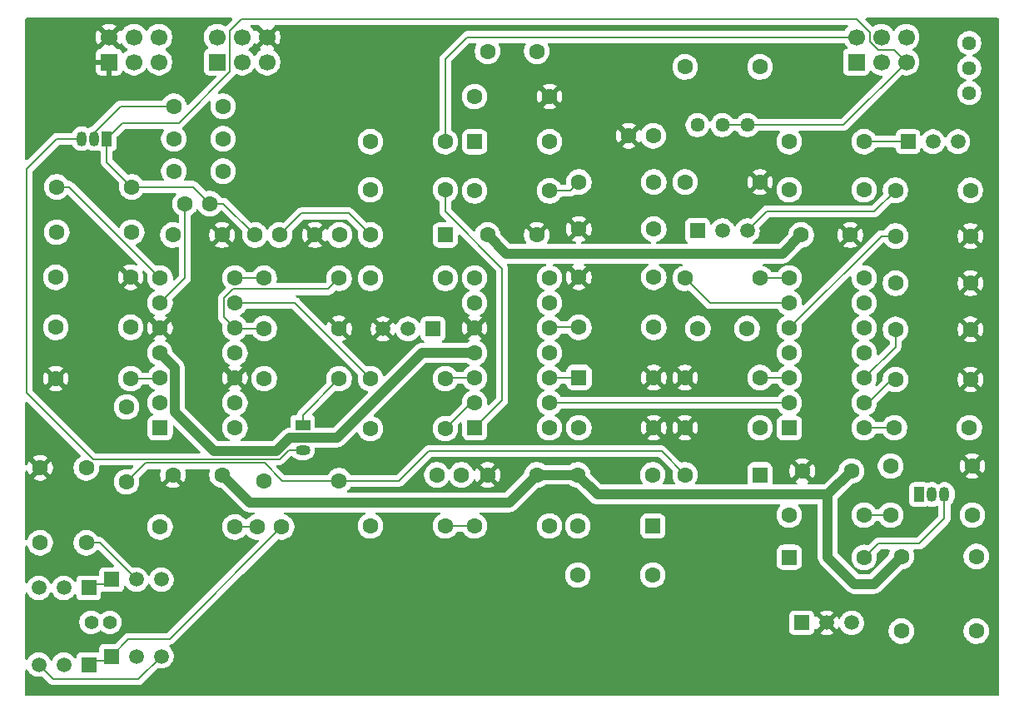
<source format=gbl>
%TF.GenerationSoftware,KiCad,Pcbnew,9.0.7*%
%TF.CreationDate,2026-02-21T19:26:59+01:00*%
%TF.ProjectId,DMH_VCLFO_v2_PCB_Submodule,444d485f-5643-44c4-964f-5f76325f5043,1*%
%TF.SameCoordinates,Original*%
%TF.FileFunction,Copper,L2,Bot*%
%TF.FilePolarity,Positive*%
%FSLAX46Y46*%
G04 Gerber Fmt 4.6, Leading zero omitted, Abs format (unit mm)*
G04 Created by KiCad (PCBNEW 9.0.7) date 2026-02-21 19:26:59*
%MOMM*%
%LPD*%
G01*
G04 APERTURE LIST*
G04 Aperture macros list*
%AMRoundRect*
0 Rectangle with rounded corners*
0 $1 Rounding radius*
0 $2 $3 $4 $5 $6 $7 $8 $9 X,Y pos of 4 corners*
0 Add a 4 corners polygon primitive as box body*
4,1,4,$2,$3,$4,$5,$6,$7,$8,$9,$2,$3,0*
0 Add four circle primitives for the rounded corners*
1,1,$1+$1,$2,$3*
1,1,$1+$1,$4,$5*
1,1,$1+$1,$6,$7*
1,1,$1+$1,$8,$9*
0 Add four rect primitives between the rounded corners*
20,1,$1+$1,$2,$3,$4,$5,0*
20,1,$1+$1,$4,$5,$6,$7,0*
20,1,$1+$1,$6,$7,$8,$9,0*
20,1,$1+$1,$8,$9,$2,$3,0*%
G04 Aperture macros list end*
%TA.AperFunction,ComponentPad*%
%ADD10R,1.700000X1.700000*%
%TD*%
%TA.AperFunction,ComponentPad*%
%ADD11C,1.700000*%
%TD*%
%TA.AperFunction,ComponentPad*%
%ADD12C,1.600000*%
%TD*%
%TA.AperFunction,ComponentPad*%
%ADD13R,1.500000X1.500000*%
%TD*%
%TA.AperFunction,ComponentPad*%
%ADD14C,1.500000*%
%TD*%
%TA.AperFunction,ComponentPad*%
%ADD15RoundRect,0.250000X0.550000X0.550000X-0.550000X0.550000X-0.550000X-0.550000X0.550000X-0.550000X0*%
%TD*%
%TA.AperFunction,ComponentPad*%
%ADD16R,1.500000X1.050000*%
%TD*%
%TA.AperFunction,ComponentPad*%
%ADD17O,1.500000X1.050000*%
%TD*%
%TA.AperFunction,ComponentPad*%
%ADD18R,1.050000X1.500000*%
%TD*%
%TA.AperFunction,ComponentPad*%
%ADD19O,1.050000X1.500000*%
%TD*%
%TA.AperFunction,ComponentPad*%
%ADD20RoundRect,0.250000X-0.550000X-0.550000X0.550000X-0.550000X0.550000X0.550000X-0.550000X0.550000X0*%
%TD*%
%TA.AperFunction,ComponentPad*%
%ADD21C,1.400000*%
%TD*%
%TA.AperFunction,ComponentPad*%
%ADD22C,1.440000*%
%TD*%
%TA.AperFunction,Conductor*%
%ADD23C,1.000000*%
%TD*%
%TA.AperFunction,Conductor*%
%ADD24C,0.200000*%
%TD*%
G04 APERTURE END LIST*
D10*
%TO.P,J38,1,Pin_1*%
%TO.N,A_Sqr_S*%
X135000000Y-35000000D03*
D11*
%TO.P,J38,2,Pin_2*%
%TO.N,A_Rmp_S*%
X135000000Y-32460000D03*
%TO.P,J38,3,Pin_3*%
%TO.N,A_Saw_S*%
X137540000Y-35000000D03*
%TO.P,J38,4,Pin_4*%
%TO.N,A_Sin_S*%
X137540000Y-32460000D03*
%TO.P,J38,5,Pin_5*%
%TO.N,A_Tri_S*%
X140080000Y-35000000D03*
%TO.P,J38,6,Pin_6*%
%TO.N,A_Rnd_S*%
X140080000Y-32460000D03*
%TD*%
D10*
%TO.P,J36,1,Pin_1*%
%TO.N,A_VOct_Trim_p3_S*%
X70000000Y-35000000D03*
D11*
%TO.P,J36,2,Pin_2*%
%TO.N,A_Rng_Sw_p1_S*%
X70000000Y-32460000D03*
%TO.P,J36,3,Pin_3*%
%TO.N,unconnected-(J36-Pin_3-Pad3)*%
X72540000Y-35000000D03*
%TO.P,J36,4,Pin_4*%
%TO.N,A_Rng_Sw_p3_S*%
X72540000Y-32460000D03*
%TO.P,J36,5,Pin_5*%
%TO.N,A_Sync_S*%
X75080000Y-35000000D03*
%TO.P,J36,6,Pin_6*%
%TO.N,GND*%
X75080000Y-32460000D03*
%TD*%
D10*
%TO.P,J34,1,Pin_1*%
%TO.N,GND*%
X59000000Y-35000000D03*
D11*
%TO.P,J34,2,Pin_2*%
X59000000Y-32460000D03*
%TO.P,J34,3,Pin_3*%
%TO.N,+12V*%
X61540000Y-35000000D03*
%TO.P,J34,4,Pin_4*%
X61540000Y-32460000D03*
%TO.P,J34,5,Pin_5*%
%TO.N,-12V*%
X64080000Y-35000000D03*
%TO.P,J34,6,Pin_6*%
X64080000Y-32460000D03*
%TD*%
D12*
%TO.P,R74,1*%
%TO.N,Net-(U12D--)*%
X138990000Y-67300000D03*
%TO.P,R74,2*%
%TO.N,GND*%
X146610000Y-67300000D03*
%TD*%
%TO.P,R80,1*%
%TO.N,GND*%
X61210000Y-56900000D03*
%TO.P,R80,2*%
%TO.N,Net-(Q12-B)*%
X53590000Y-56900000D03*
%TD*%
D13*
%TO.P,Q15,1,C*%
%TO.N,Net-(Q12-C)*%
X56940000Y-96300000D03*
D14*
%TO.P,Q15,2,B*%
%TO.N,Net-(Q14-B)*%
X54400000Y-96300000D03*
%TO.P,Q15,3,E*%
%TO.N,Net-(Q12-E)*%
X51860000Y-96300000D03*
%TD*%
D12*
%TO.P,C2,1*%
%TO.N,GND*%
X111850000Y-42500000D03*
%TO.P,C2,2*%
%TO.N,Net-(U11C--)*%
X114350000Y-42500000D03*
%TD*%
%TO.P,C15,1*%
%TO.N,+12V*%
X129400000Y-52600000D03*
%TO.P,C15,2*%
%TO.N,GND*%
X134400000Y-52600000D03*
%TD*%
%TO.P,C3,1*%
%TO.N,Net-(Q11-E)*%
X138500000Y-81100000D03*
%TO.P,C3,2*%
%TO.N,Net-(U12D-+)*%
X138500000Y-76100000D03*
%TD*%
%TO.P,R87,1*%
%TO.N,A_Tri_S*%
X85590000Y-72300000D03*
%TO.P,R87,2*%
%TO.N,Net-(U11A--)*%
X93210000Y-72300000D03*
%TD*%
%TO.P,R78,1*%
%TO.N,Net-(U12A-+)*%
X125210000Y-67100000D03*
%TO.P,R78,2*%
%TO.N,GND*%
X117590000Y-67100000D03*
%TD*%
%TO.P,R77,1*%
%TO.N,Net-(D11-K)*%
X125210000Y-72200000D03*
%TO.P,R77,2*%
%TO.N,GND*%
X117590000Y-72200000D03*
%TD*%
%TO.P,R89,1*%
%TO.N,A_Tri_S*%
X85590000Y-67200000D03*
%TO.P,R89,2*%
%TO.N,Net-(Q16-C)*%
X93210000Y-67200000D03*
%TD*%
D15*
%TO.P,D11,1,K*%
%TO.N,Net-(D11-K)*%
X125210000Y-77000000D03*
D12*
%TO.P,D11,2,A*%
%TO.N,/SubModule A/Sqr_Raw*%
X117590000Y-77000000D03*
%TD*%
%TO.P,R71,1*%
%TO.N,Net-(Q9-D)*%
X147210000Y-92900000D03*
%TO.P,R71,2*%
%TO.N,Net-(U12D--)*%
X139590000Y-92900000D03*
%TD*%
%TO.P,R59,1*%
%TO.N,Net-(D9-K)*%
X106790000Y-72200000D03*
%TO.P,R59,2*%
%TO.N,GND*%
X114410000Y-72200000D03*
%TD*%
D13*
%TO.P,Q14,1,C*%
%TO.N,Net-(Q10-S)*%
X56940000Y-88500000D03*
D14*
%TO.P,Q14,2,B*%
%TO.N,Net-(Q14-B)*%
X54400000Y-88500000D03*
%TO.P,Q14,3,E*%
%TO.N,Net-(Q12-E)*%
X51860000Y-88500000D03*
%TD*%
D15*
%TO.P,D12,1,K*%
%TO.N,Net-(D12-K)*%
X93210000Y-52600000D03*
D12*
%TO.P,D12,2,A*%
%TO.N,/SubModule A/Sqr_Raw*%
X85590000Y-52600000D03*
%TD*%
D15*
%TO.P,D8,1,K*%
%TO.N,Net-(D8-K)*%
X114310000Y-82200000D03*
D12*
%TO.P,D8,2,A*%
%TO.N,Net-(D8-A)*%
X106690000Y-82200000D03*
%TD*%
%TO.P,R63,1*%
%TO.N,/SubModule A/Comp_Ref*%
X106790000Y-47200000D03*
%TO.P,R63,2*%
%TO.N,Net-(U11C--)*%
X114410000Y-47200000D03*
%TD*%
D13*
%TO.P,Q12,1,C*%
%TO.N,Net-(Q12-C)*%
X59250000Y-95450000D03*
D14*
%TO.P,Q12,2,B*%
%TO.N,Net-(Q12-B)*%
X61790000Y-95450000D03*
%TO.P,Q12,3,E*%
%TO.N,Net-(Q12-E)*%
X64330000Y-95450000D03*
%TD*%
D12*
%TO.P,C17,1*%
%TO.N,GND*%
X97500000Y-77000000D03*
%TO.P,C17,2*%
%TO.N,-12V*%
X102500000Y-77000000D03*
%TD*%
%TO.P,R94,1*%
%TO.N,Net-(U10C-+)*%
X74790000Y-62100000D03*
%TO.P,R94,2*%
%TO.N,GND*%
X82410000Y-62100000D03*
%TD*%
D16*
%TO.P,Q17,1,D*%
%TO.N,Net-(Q17-D)*%
X78700000Y-71930000D03*
D17*
%TO.P,Q17,2,S*%
%TO.N,+12V*%
X78700000Y-73200000D03*
%TO.P,Q17,3,G*%
%TO.N,/SubModule A/Reset_pulse*%
X78700000Y-74470000D03*
%TD*%
D12*
%TO.P,R54,1*%
%TO.N,Net-(Q7-C)*%
X117590000Y-57000000D03*
%TO.P,R54,2*%
%TO.N,Net-(R54-Pad2)*%
X125210000Y-57000000D03*
%TD*%
%TO.P,R75,1*%
%TO.N,Net-(Q9-D)*%
X138890000Y-72200000D03*
%TO.P,R75,2*%
%TO.N,Net-(D10-A)*%
X146510000Y-72200000D03*
%TD*%
D18*
%TO.P,Q10,1,D*%
%TO.N,A_Tri_S*%
X58770000Y-42800000D03*
D19*
%TO.P,Q10,2,S*%
%TO.N,Net-(Q10-S)*%
X57500000Y-42800000D03*
%TO.P,Q10,3,G*%
%TO.N,/SubModule A/Reset_pulse*%
X56230000Y-42800000D03*
%TD*%
D12*
%TO.P,C12,1*%
%TO.N,GND*%
X79950000Y-52600000D03*
%TO.P,C12,2*%
%TO.N,Net-(U10C-+)*%
X82450000Y-52600000D03*
%TD*%
D18*
%TO.P,Q9,1,D*%
%TO.N,Net-(Q9-D)*%
X141430000Y-79000000D03*
D19*
%TO.P,Q9,2,S*%
%TO.N,Net-(Q9-S)*%
X142700000Y-79000000D03*
%TO.P,Q9,3,G*%
%TO.N,Net-(D10-A)*%
X143970000Y-79000000D03*
%TD*%
D12*
%TO.P,C18,1*%
%TO.N,GND*%
X129500000Y-76600000D03*
%TO.P,C18,2*%
%TO.N,-12V*%
X134500000Y-76600000D03*
%TD*%
%TO.P,C6,1*%
%TO.N,Net-(U12A-+)*%
X123900000Y-62100000D03*
%TO.P,C6,2*%
%TO.N,Net-(D11-K)*%
X118900000Y-62100000D03*
%TD*%
%TO.P,C14,1*%
%TO.N,+12V*%
X97500000Y-52600000D03*
%TO.P,C14,2*%
%TO.N,GND*%
X102500000Y-52600000D03*
%TD*%
%TO.P,C5,1*%
%TO.N,Net-(Q10-S)*%
X65600000Y-39500000D03*
%TO.P,C5,2*%
%TO.N,A_Rng_Sw_p3_S*%
X70600000Y-39500000D03*
%TD*%
%TO.P,R91,1*%
%TO.N,A_Saw_S*%
X103810000Y-82200000D03*
%TO.P,R91,2*%
%TO.N,Net-(C8-Pad2)*%
X96190000Y-82200000D03*
%TD*%
%TO.P,R85,1*%
%TO.N,GND*%
X53590000Y-67200000D03*
%TO.P,R85,2*%
%TO.N,Net-(U10A-+)*%
X61210000Y-67200000D03*
%TD*%
%TO.P,C7,1*%
%TO.N,Net-(Q10-S)*%
X65600000Y-46100000D03*
%TO.P,C7,2*%
%TO.N,A_Rng_Sw_p1_S*%
X70600000Y-46100000D03*
%TD*%
%TO.P,R65,1*%
%TO.N,Net-(Q8-B)*%
X138990000Y-57500000D03*
%TO.P,R65,2*%
%TO.N,GND*%
X146610000Y-57500000D03*
%TD*%
D20*
%TO.P,U12,1*%
%TO.N,Net-(D10-K)*%
X128190000Y-72215000D03*
D12*
%TO.P,U12,2,-*%
%TO.N,/SubModule A/Comp_Ref*%
X128190000Y-69675000D03*
%TO.P,U12,3,+*%
%TO.N,Net-(U12A-+)*%
X128190000Y-67135000D03*
%TO.P,U12,4,V+*%
%TO.N,+12V*%
X128190000Y-64595000D03*
%TO.P,U12,5,+*%
%TO.N,Net-(Q8-C)*%
X128190000Y-62055000D03*
%TO.P,U12,6,-*%
%TO.N,Net-(Q7-C)*%
X128190000Y-59515000D03*
%TO.P,U12,7*%
%TO.N,Net-(R54-Pad2)*%
X128190000Y-56975000D03*
%TO.P,U12,8*%
%TO.N,A_Rnd_S*%
X135810000Y-56975000D03*
%TO.P,U12,9,-*%
X135810000Y-59515000D03*
%TO.P,U12,10,+*%
%TO.N,Net-(Q9-S)*%
X135810000Y-62055000D03*
%TO.P,U12,11,V-*%
%TO.N,-12V*%
X135810000Y-64595000D03*
%TO.P,U12,12,+*%
%TO.N,Net-(U12D-+)*%
X135810000Y-67135000D03*
%TO.P,U12,13,-*%
%TO.N,Net-(U12D--)*%
X135810000Y-69675000D03*
%TO.P,U12,14*%
%TO.N,Net-(Q9-D)*%
X135810000Y-72215000D03*
%TD*%
%TO.P,R96,1*%
%TO.N,Net-(Q14-B)*%
X52000000Y-83910000D03*
%TO.P,R96,2*%
%TO.N,GND*%
X52000000Y-76290000D03*
%TD*%
%TO.P,R57,1*%
%TO.N,+12V*%
X128190000Y-43100000D03*
%TO.P,R57,2*%
%TO.N,Net-(Q8-C)*%
X135810000Y-43100000D03*
%TD*%
%TO.P,R62,1*%
%TO.N,+12V*%
X96190000Y-48100000D03*
%TO.P,R62,2*%
%TO.N,/SubModule A/Comp_Ref*%
X103810000Y-48100000D03*
%TD*%
%TO.P,R92,1*%
%TO.N,Net-(D12-K)*%
X93210000Y-57000000D03*
%TO.P,R92,2*%
%TO.N,Net-(Q16-B)*%
X85590000Y-57000000D03*
%TD*%
D20*
%TO.P,D10,1,K*%
%TO.N,Net-(D10-K)*%
X128190000Y-85400000D03*
D12*
%TO.P,D10,2,A*%
%TO.N,Net-(D10-A)*%
X135810000Y-85400000D03*
%TD*%
%TO.P,R76,1*%
%TO.N,Net-(R72-Pad2)*%
X56700000Y-76290000D03*
%TO.P,R76,2*%
%TO.N,Net-(Q12-B)*%
X56700000Y-83910000D03*
%TD*%
%TO.P,R84,1*%
%TO.N,Net-(U10A-+)*%
X60800000Y-70090000D03*
%TO.P,R84,2*%
%TO.N,/SubModule A/Sqr_Raw*%
X60800000Y-77710000D03*
%TD*%
D13*
%TO.P,Q16,1,C*%
%TO.N,Net-(Q16-C)*%
X91950000Y-62150000D03*
D14*
%TO.P,Q16,2,B*%
%TO.N,Net-(Q16-B)*%
X89410000Y-62150000D03*
%TO.P,Q16,3,E*%
%TO.N,GND*%
X86870000Y-62150000D03*
%TD*%
D12*
%TO.P,R81,1*%
%TO.N,Net-(U11A--)*%
X85590000Y-82200000D03*
%TO.P,R81,2*%
%TO.N,Net-(C8-Pad2)*%
X93210000Y-82200000D03*
%TD*%
%TO.P,R55,1*%
%TO.N,GND*%
X106790000Y-56900000D03*
%TO.P,R55,2*%
%TO.N,A_Sync_S*%
X114410000Y-56900000D03*
%TD*%
%TO.P,R64,1*%
%TO.N,Net-(Q7-B)*%
X117590000Y-47200000D03*
%TO.P,R64,2*%
%TO.N,GND*%
X125210000Y-47200000D03*
%TD*%
%TO.P,R93,1*%
%TO.N,Net-(U10C-+)*%
X74790000Y-67200000D03*
%TO.P,R93,2*%
%TO.N,Net-(Q17-D)*%
X82410000Y-67200000D03*
%TD*%
D20*
%TO.P,D7,1,K*%
%TO.N,Net-(D7-K)*%
X96190000Y-43100000D03*
D12*
%TO.P,D7,2,A*%
%TO.N,Net-(D7-A)*%
X103810000Y-43100000D03*
%TD*%
%TO.P,C63,1*%
%TO.N,Net-(Q10-S)*%
X65600000Y-42800000D03*
%TO.P,C63,2*%
%TO.N,A_Rng_Sw_p1_S*%
X70600000Y-42800000D03*
%TD*%
%TO.P,R70,1*%
%TO.N,+12V*%
X128190000Y-81100000D03*
%TO.P,R70,2*%
%TO.N,Net-(Q11-E)*%
X135810000Y-81100000D03*
%TD*%
D13*
%TO.P,Q13,1,C*%
%TO.N,Net-(Q10-S)*%
X59250000Y-87650000D03*
D14*
%TO.P,Q13,2,B*%
%TO.N,Net-(Q12-B)*%
X61790000Y-87650000D03*
%TO.P,Q13,3,E*%
%TO.N,Net-(Q12-E)*%
X64330000Y-87650000D03*
%TD*%
D12*
%TO.P,C8,1*%
%TO.N,Net-(U11A--)*%
X92350000Y-77000000D03*
%TO.P,C8,2*%
%TO.N,Net-(C8-Pad2)*%
X94850000Y-77000000D03*
%TD*%
%TO.P,R72,1*%
%TO.N,A_VOct_Trim_p3_S*%
X61310000Y-52300000D03*
%TO.P,R72,2*%
%TO.N,Net-(R72-Pad2)*%
X53690000Y-52300000D03*
%TD*%
%TO.P,R88,1*%
%TO.N,Net-(Q12-C)*%
X74790000Y-77600000D03*
%TO.P,R88,2*%
%TO.N,/SubModule A/Sqr_Raw*%
X82410000Y-77600000D03*
%TD*%
%TO.P,R58,1*%
%TO.N,Net-(D7-K)*%
X96190000Y-38500000D03*
%TO.P,R58,2*%
%TO.N,GND*%
X103810000Y-38500000D03*
%TD*%
%TO.P,R82,1*%
%TO.N,Net-(C8-Pad2)*%
X93210000Y-48000000D03*
%TO.P,R82,2*%
%TO.N,Net-(U11B--)*%
X85590000Y-48000000D03*
%TD*%
%TO.P,R95,1*%
%TO.N,Net-(Q12-E)*%
X64190000Y-82300000D03*
%TO.P,R95,2*%
%TO.N,Net-(C11-Pad2)*%
X71810000Y-82300000D03*
%TD*%
%TO.P,C11,1*%
%TO.N,Net-(Q12-C)*%
X76550000Y-82300000D03*
%TO.P,C11,2*%
%TO.N,Net-(C11-Pad2)*%
X74050000Y-82300000D03*
%TD*%
%TO.P,R83,1*%
%TO.N,Net-(U11B--)*%
X85590000Y-43100000D03*
%TO.P,R83,2*%
%TO.N,A_Rmp_S*%
X93210000Y-43100000D03*
%TD*%
%TO.P,R60,1*%
%TO.N,Net-(D8-K)*%
X114310000Y-77000000D03*
%TO.P,R60,2*%
%TO.N,-12V*%
X106690000Y-77000000D03*
%TD*%
%TO.P,C13,1*%
%TO.N,+12V*%
X65500000Y-52600000D03*
%TO.P,C13,2*%
%TO.N,GND*%
X70500000Y-52600000D03*
%TD*%
%TO.P,R67,1*%
%TO.N,Net-(Q7-E)*%
X138980000Y-48050000D03*
%TO.P,R67,2*%
%TO.N,Net-(Q8-E)*%
X146600000Y-48050000D03*
%TD*%
%TO.P,R53,1*%
%TO.N,/SubModule A/Reset_pulse*%
X106690000Y-87200000D03*
%TO.P,R53,2*%
%TO.N,Net-(D8-K)*%
X114310000Y-87200000D03*
%TD*%
%TO.P,C4,1*%
%TO.N,Net-(Q9-S)*%
X146800000Y-81100000D03*
%TO.P,C4,2*%
%TO.N,GND*%
X146800000Y-76100000D03*
%TD*%
%TO.P,R90,1*%
%TO.N,/SubModule A/Sqr_Raw*%
X74790000Y-57000000D03*
%TO.P,R90,2*%
%TO.N,Net-(U10C-+)*%
X82410000Y-57000000D03*
%TD*%
%TO.P,C10,1*%
%TO.N,A_Tri_S*%
X73850000Y-52600000D03*
%TO.P,C10,2*%
%TO.N,/SubModule A/Sqr_Raw*%
X76350000Y-52600000D03*
%TD*%
%TO.P,R79,1*%
%TO.N,A_Sqr_S*%
X53590000Y-62000000D03*
%TO.P,R79,2*%
%TO.N,Net-(U10A--)*%
X61210000Y-62000000D03*
%TD*%
D21*
%TO.P,TH1,1*%
%TO.N,Net-(R72-Pad2)*%
X57195000Y-92000000D03*
%TO.P,TH1,2*%
%TO.N,Net-(Q12-B)*%
X59095000Y-92000000D03*
%TD*%
D12*
%TO.P,R56,1*%
%TO.N,+12V*%
X125210000Y-35500000D03*
%TO.P,R56,2*%
%TO.N,Net-(Q7-C)*%
X117590000Y-35500000D03*
%TD*%
D20*
%TO.P,U11,1*%
%TO.N,Net-(C8-Pad2)*%
X96190000Y-72215000D03*
D12*
%TO.P,U11,2,-*%
%TO.N,Net-(U11A--)*%
X96190000Y-69675000D03*
%TO.P,U11,3,+*%
%TO.N,Net-(Q16-C)*%
X96190000Y-67135000D03*
%TO.P,U11,4,V+*%
%TO.N,+12V*%
X96190000Y-64595000D03*
%TO.P,U11,5,+*%
%TO.N,GND*%
X96190000Y-62055000D03*
%TO.P,U11,6,-*%
%TO.N,Net-(U11B--)*%
X96190000Y-59515000D03*
%TO.P,U11,7*%
%TO.N,A_Rmp_S*%
X96190000Y-56975000D03*
%TO.P,U11,8*%
%TO.N,Net-(D7-A)*%
X103810000Y-56975000D03*
%TO.P,U11,9,-*%
%TO.N,Net-(U11C--)*%
X103810000Y-59515000D03*
%TO.P,U11,10,+*%
%TO.N,Net-(U11C-+)*%
X103810000Y-62055000D03*
%TO.P,U11,11,V-*%
%TO.N,-12V*%
X103810000Y-64595000D03*
%TO.P,U11,12,+*%
%TO.N,Net-(D9-K)*%
X103810000Y-67135000D03*
%TO.P,U11,13,-*%
%TO.N,/SubModule A/Comp_Ref*%
X103810000Y-69675000D03*
%TO.P,U11,14*%
%TO.N,Net-(D8-A)*%
X103810000Y-72215000D03*
%TD*%
D13*
%TO.P,Q11,1,C*%
%TO.N,unconnected-(Q11-C-Pad1)*%
X129460000Y-92050000D03*
D14*
%TO.P,Q11,2,B*%
%TO.N,GND*%
X132000000Y-92050000D03*
%TO.P,Q11,3,E*%
%TO.N,Net-(Q11-E)*%
X134540000Y-92050000D03*
%TD*%
D12*
%TO.P,R86,1*%
%TO.N,A_Tri_S*%
X61310000Y-47700000D03*
%TO.P,R86,2*%
%TO.N,Net-(R86-Pad2)*%
X53690000Y-47700000D03*
%TD*%
%TO.P,C16,1*%
%TO.N,GND*%
X65500000Y-77000000D03*
%TO.P,C16,2*%
%TO.N,-12V*%
X70500000Y-77000000D03*
%TD*%
D22*
%TO.P,RV14,1,1*%
%TO.N,Net-(Q8-E)*%
X146495000Y-38140000D03*
%TO.P,RV14,2,2*%
%TO.N,Net-(R69-Pad2)*%
X146495000Y-35600000D03*
%TO.P,RV14,3,3*%
%TO.N,Net-(Q7-E)*%
X146495000Y-33060000D03*
%TD*%
D12*
%TO.P,R61,1*%
%TO.N,Net-(R54-Pad2)*%
X128190000Y-48000000D03*
%TO.P,R61,2*%
%TO.N,A_Sin_S*%
X135810000Y-48000000D03*
%TD*%
D20*
%TO.P,D9,1,K*%
%TO.N,Net-(D9-K)*%
X106790000Y-67100000D03*
D12*
%TO.P,D9,2,A*%
%TO.N,GND*%
X114410000Y-67100000D03*
%TD*%
D22*
%TO.P,RV13,1,1*%
%TO.N,A_Tri_S*%
X123940000Y-41405000D03*
%TO.P,RV13,2,2*%
X121400000Y-41405000D03*
%TO.P,RV13,3,3*%
%TO.N,Net-(Q7-B)*%
X118860000Y-41405000D03*
%TD*%
D13*
%TO.P,Q7,1,C*%
%TO.N,Net-(Q7-C)*%
X118860000Y-52150000D03*
D14*
%TO.P,Q7,2,B*%
%TO.N,Net-(Q7-B)*%
X121400000Y-52150000D03*
%TO.P,Q7,3,E*%
%TO.N,Net-(Q7-E)*%
X123940000Y-52150000D03*
%TD*%
D12*
%TO.P,R52,1*%
%TO.N,A_Sync_S*%
X114410000Y-62000000D03*
%TO.P,R52,2*%
%TO.N,Net-(U11C-+)*%
X106790000Y-62000000D03*
%TD*%
%TO.P,C1,1*%
%TO.N,Net-(D7-K)*%
X97500000Y-33900000D03*
%TO.P,C1,2*%
%TO.N,Net-(D9-K)*%
X102500000Y-33900000D03*
%TD*%
%TO.P,R73,1*%
%TO.N,Net-(U12D-+)*%
X138990000Y-62200000D03*
%TO.P,R73,2*%
%TO.N,GND*%
X146610000Y-62200000D03*
%TD*%
%TO.P,R66,1*%
%TO.N,Net-(Q8-C)*%
X138990000Y-52700000D03*
%TO.P,R66,2*%
%TO.N,GND*%
X146610000Y-52700000D03*
%TD*%
%TO.P,R68,1*%
%TO.N,Net-(U11C--)*%
X114410000Y-52000000D03*
%TO.P,R68,2*%
%TO.N,GND*%
X106790000Y-52000000D03*
%TD*%
D13*
%TO.P,Q8,1,C*%
%TO.N,Net-(Q8-C)*%
X140260000Y-43100000D03*
D14*
%TO.P,Q8,2,B*%
%TO.N,Net-(Q8-B)*%
X142800000Y-43100000D03*
%TO.P,Q8,3,E*%
%TO.N,Net-(Q8-E)*%
X145340000Y-43100000D03*
%TD*%
D12*
%TO.P,R69,1*%
%TO.N,-12V*%
X139590000Y-85300000D03*
%TO.P,R69,2*%
%TO.N,Net-(R69-Pad2)*%
X147210000Y-85300000D03*
%TD*%
D20*
%TO.P,U10,1*%
%TO.N,Net-(U10A--)*%
X64190000Y-72215000D03*
D12*
%TO.P,U10,2,-*%
X64190000Y-69675000D03*
%TO.P,U10,3,+*%
%TO.N,Net-(U10A-+)*%
X64190000Y-67135000D03*
%TO.P,U10,4,V+*%
%TO.N,+12V*%
X64190000Y-64595000D03*
%TO.P,U10,5,+*%
%TO.N,GND*%
X64190000Y-62055000D03*
%TO.P,U10,6,-*%
%TO.N,Net-(Q10-S)*%
X64190000Y-59515000D03*
%TO.P,U10,7*%
%TO.N,Net-(R86-Pad2)*%
X64190000Y-56975000D03*
%TO.P,U10,8*%
%TO.N,/SubModule A/Sqr_Raw*%
X71810000Y-56975000D03*
%TO.P,U10,9,-*%
%TO.N,A_Tri_S*%
X71810000Y-59515000D03*
%TO.P,U10,10,+*%
%TO.N,Net-(U10C-+)*%
X71810000Y-62055000D03*
%TO.P,U10,11,V-*%
%TO.N,-12V*%
X71810000Y-64595000D03*
%TO.P,U10,12,+*%
%TO.N,GND*%
X71810000Y-67135000D03*
%TO.P,U10,13,-*%
%TO.N,Net-(Q12-C)*%
X71810000Y-69675000D03*
%TO.P,U10,14*%
%TO.N,Net-(C11-Pad2)*%
X71810000Y-72215000D03*
%TD*%
%TO.P,C9,1*%
%TO.N,Net-(Q10-S)*%
X66750000Y-49400000D03*
%TO.P,C9,2*%
%TO.N,A_Tri_S*%
X69250000Y-49400000D03*
%TD*%
D23*
%TO.N,+12V*%
X90805000Y-64595000D02*
X96190000Y-64595000D01*
X127500000Y-54500000D02*
X129400000Y-52600000D01*
X78700000Y-73200000D02*
X82200000Y-73200000D01*
X99400000Y-54500000D02*
X127500000Y-54500000D01*
X69700000Y-74600000D02*
X76000000Y-74600000D01*
X77400000Y-73200000D02*
X78700000Y-73200000D01*
X97500000Y-52600000D02*
X99400000Y-54500000D01*
X82200000Y-73200000D02*
X90805000Y-64595000D01*
X64190000Y-64595000D02*
X65691000Y-66096000D01*
X65691000Y-66096000D02*
X65691000Y-70591000D01*
X65691000Y-70591000D02*
X69700000Y-74600000D01*
X76000000Y-74600000D02*
X77400000Y-73200000D01*
%TO.N,-12V*%
X136790000Y-88100000D02*
X134800000Y-88100000D01*
X99700000Y-79800000D02*
X102500000Y-77000000D01*
X132100000Y-85400000D02*
X132100000Y-79000000D01*
X132100000Y-79000000D02*
X134500000Y-76600000D01*
X70500000Y-77000000D02*
X73300000Y-79800000D01*
X73300000Y-79800000D02*
X99700000Y-79800000D01*
X139590000Y-85300000D02*
X136790000Y-88100000D01*
X102500000Y-77000000D02*
X106690000Y-77000000D01*
X108690000Y-79000000D02*
X132100000Y-79000000D01*
X134800000Y-88100000D02*
X132100000Y-85400000D01*
X106690000Y-77000000D02*
X108690000Y-79000000D01*
D24*
%TO.N,Net-(D9-K)*%
X103845000Y-67100000D02*
X103810000Y-67135000D01*
X106790000Y-67100000D02*
X103845000Y-67100000D01*
%TO.N,Net-(Q11-E)*%
X138500000Y-81100000D02*
X135810000Y-81100000D01*
%TO.N,Net-(U12A-+)*%
X125245000Y-67135000D02*
X125210000Y-67100000D01*
X128190000Y-67135000D02*
X125245000Y-67135000D01*
%TO.N,Net-(Q10-S)*%
X66750000Y-56955000D02*
X66750000Y-49400000D01*
X60193000Y-39500000D02*
X65600000Y-39500000D01*
X57500000Y-42800000D02*
X57500000Y-42193000D01*
X56940000Y-88500000D02*
X57340000Y-88100000D01*
X57500000Y-42193000D02*
X60193000Y-39500000D01*
X64190000Y-59515000D02*
X66750000Y-56955000D01*
X58800000Y-88100000D02*
X59250000Y-87650000D01*
X57340000Y-88100000D02*
X58800000Y-88100000D01*
%TO.N,Net-(U12D-+)*%
X138990000Y-63955000D02*
X138990000Y-62200000D01*
X135810000Y-67135000D02*
X138990000Y-63955000D01*
%TO.N,Net-(U11A--)*%
X93210000Y-72300000D02*
X95835000Y-69675000D01*
X95835000Y-69675000D02*
X96190000Y-69675000D01*
%TO.N,Net-(C8-Pad2)*%
X96190000Y-72215000D02*
X99000000Y-69405000D01*
X99000000Y-69405000D02*
X99000000Y-56000000D01*
X93210000Y-50210000D02*
X93210000Y-48000000D01*
X99000000Y-56000000D02*
X93210000Y-50210000D01*
X93210000Y-82200000D02*
X96190000Y-82200000D01*
%TO.N,A_Tri_S*%
X136380000Y-31980000D02*
X135001000Y-30601000D01*
X60370000Y-41200000D02*
X58770000Y-42800000D01*
X135001000Y-30601000D02*
X72499000Y-30601000D01*
X73850000Y-52600000D02*
X70650000Y-49400000D01*
X70650000Y-49400000D02*
X69250000Y-49400000D01*
X58770000Y-45160000D02*
X61310000Y-47700000D01*
X71810000Y-59515000D02*
X77905000Y-59515000D01*
X136380000Y-32927760D02*
X136380000Y-31980000D01*
X140080000Y-35000000D02*
X138858000Y-33778000D01*
X123940000Y-41405000D02*
X121400000Y-41405000D01*
X133675000Y-41405000D02*
X140080000Y-35000000D01*
X67550000Y-47700000D02*
X61310000Y-47700000D01*
X69250000Y-49400000D02*
X67550000Y-47700000D01*
X58770000Y-42800000D02*
X58770000Y-45160000D01*
X123940000Y-41405000D02*
X133675000Y-41405000D01*
X138858000Y-33778000D02*
X137230240Y-33778000D01*
X137230240Y-33778000D02*
X136380000Y-32927760D01*
X71300000Y-31800000D02*
X71300000Y-36000000D01*
X77905000Y-59515000D02*
X85590000Y-67200000D01*
X72499000Y-30601000D02*
X71300000Y-31800000D01*
X66100000Y-41200000D02*
X60370000Y-41200000D01*
X71300000Y-36000000D02*
X66100000Y-41200000D01*
%TO.N,/SubModule A/Sqr_Raw*%
X74790000Y-57000000D02*
X71835000Y-57000000D01*
X91500000Y-74600000D02*
X115190000Y-74600000D01*
X71835000Y-57000000D02*
X71810000Y-56975000D01*
X76350000Y-52600000D02*
X78550000Y-50400000D01*
X82410000Y-77600000D02*
X88500000Y-77600000D01*
X60800000Y-77710000D02*
X62708000Y-75802000D01*
X76600000Y-77600000D02*
X82410000Y-77600000D01*
X88500000Y-77600000D02*
X91500000Y-74600000D01*
X83390000Y-50400000D02*
X85590000Y-52600000D01*
X74802000Y-75802000D02*
X76600000Y-77600000D01*
X62708000Y-75802000D02*
X74802000Y-75802000D01*
X78550000Y-50400000D02*
X83390000Y-50400000D01*
X115190000Y-74600000D02*
X117590000Y-77000000D01*
%TO.N,Net-(C11-Pad2)*%
X74050000Y-82300000D02*
X71810000Y-82300000D01*
%TO.N,Net-(Q12-C)*%
X65150000Y-93700000D02*
X76550000Y-82300000D01*
X57340000Y-95900000D02*
X58800000Y-95900000D01*
X61000000Y-93700000D02*
X65150000Y-93700000D01*
X58800000Y-95900000D02*
X59250000Y-95450000D01*
X59250000Y-95450000D02*
X61000000Y-93700000D01*
X56940000Y-96300000D02*
X57340000Y-95900000D01*
%TO.N,Net-(U10C-+)*%
X70709000Y-58991000D02*
X71599000Y-58101000D01*
X74790000Y-62100000D02*
X71855000Y-62100000D01*
X81309000Y-58101000D02*
X82410000Y-57000000D01*
X70709000Y-60954000D02*
X70709000Y-58991000D01*
X71810000Y-62055000D02*
X70709000Y-60954000D01*
X71599000Y-58101000D02*
X81309000Y-58101000D01*
X71855000Y-62100000D02*
X71810000Y-62055000D01*
%TO.N,Net-(D10-A)*%
X143970000Y-81430000D02*
X143970000Y-79000000D01*
X141400000Y-84000000D02*
X143970000Y-81430000D01*
X137210000Y-84000000D02*
X141400000Y-84000000D01*
X135810000Y-85400000D02*
X137210000Y-84000000D01*
%TO.N,A_Rmp_S*%
X93210000Y-34690000D02*
X93210000Y-43100000D01*
X135000000Y-32460000D02*
X95440000Y-32460000D01*
X95440000Y-32460000D02*
X93210000Y-34690000D01*
%TO.N,Net-(Q7-E)*%
X123940000Y-52150000D02*
X125890000Y-50200000D01*
X125890000Y-50200000D02*
X136830000Y-50200000D01*
X136830000Y-50200000D02*
X138980000Y-48050000D01*
%TO.N,Net-(Q7-C)*%
X117590000Y-57000000D02*
X120105000Y-59515000D01*
X120105000Y-59515000D02*
X128190000Y-59515000D01*
%TO.N,Net-(Q8-C)*%
X128190000Y-62055000D02*
X137545000Y-52700000D01*
X140260000Y-43100000D02*
X135810000Y-43100000D01*
X137545000Y-52700000D02*
X138990000Y-52700000D01*
%TO.N,Net-(Q9-D)*%
X138890000Y-72200000D02*
X135825000Y-72200000D01*
X135825000Y-72200000D02*
X135810000Y-72215000D01*
%TO.N,/SubModule A/Reset_pulse*%
X76331785Y-75401000D02*
X57368050Y-75401000D01*
X50601000Y-45899000D02*
X53700000Y-42800000D01*
X57368050Y-75401000D02*
X50601000Y-68633950D01*
X78700000Y-74470000D02*
X77262786Y-74470000D01*
X77262786Y-74470000D02*
X76331785Y-75401000D01*
X50601000Y-68633950D02*
X50601000Y-45899000D01*
X53700000Y-42800000D02*
X56230000Y-42800000D01*
%TO.N,Net-(Q12-B)*%
X56700000Y-83910000D02*
X58050000Y-83910000D01*
X58050000Y-83910000D02*
X61790000Y-87650000D01*
%TO.N,Net-(Q12-E)*%
X51860000Y-96300000D02*
X53360000Y-97800000D01*
X53360000Y-97800000D02*
X61980000Y-97800000D01*
X61980000Y-97800000D02*
X64330000Y-95450000D01*
%TO.N,Net-(Q16-C)*%
X93275000Y-67135000D02*
X93210000Y-67200000D01*
X96190000Y-67135000D02*
X93275000Y-67135000D01*
%TO.N,Net-(Q17-D)*%
X78700000Y-70910000D02*
X82410000Y-67200000D01*
X78700000Y-71930000D02*
X78700000Y-70910000D01*
%TO.N,Net-(U11C-+)*%
X103865000Y-62000000D02*
X103810000Y-62055000D01*
X106790000Y-62000000D02*
X103865000Y-62000000D01*
%TO.N,Net-(R54-Pad2)*%
X125235000Y-56975000D02*
X125210000Y-57000000D01*
X128190000Y-56975000D02*
X125235000Y-56975000D01*
%TO.N,/SubModule A/Comp_Ref*%
X105890000Y-48100000D02*
X106790000Y-47200000D01*
X103810000Y-69675000D02*
X128190000Y-69675000D01*
X103810000Y-48100000D02*
X105890000Y-48100000D01*
%TO.N,Net-(U10A-+)*%
X61210000Y-67200000D02*
X64125000Y-67200000D01*
X64125000Y-67200000D02*
X64190000Y-67135000D01*
%TO.N,Net-(R86-Pad2)*%
X54915000Y-47700000D02*
X64190000Y-56975000D01*
X53690000Y-47700000D02*
X54915000Y-47700000D01*
%TO.N,Net-(U12D--)*%
X135810000Y-69675000D02*
X136225000Y-69675000D01*
X138600000Y-67300000D02*
X138990000Y-67300000D01*
X136225000Y-69675000D02*
X138600000Y-67300000D01*
%TD*%
%TA.AperFunction,Conductor*%
%TO.N,GND*%
G36*
X149442539Y-30520185D02*
G01*
X149488294Y-30572989D01*
X149499500Y-30624500D01*
X149499500Y-99375500D01*
X149479815Y-99442539D01*
X149427011Y-99488294D01*
X149375500Y-99499500D01*
X50624500Y-99499500D01*
X50557461Y-99479815D01*
X50511706Y-99427011D01*
X50500500Y-99375500D01*
X50500500Y-96902792D01*
X50520185Y-96835753D01*
X50572989Y-96789998D01*
X50642147Y-96780054D01*
X50705703Y-96809079D01*
X50734984Y-96846496D01*
X50790476Y-96955405D01*
X50906172Y-97114646D01*
X51045354Y-97253828D01*
X51204595Y-97369524D01*
X51287455Y-97411743D01*
X51379970Y-97458882D01*
X51379972Y-97458882D01*
X51379975Y-97458884D01*
X51480317Y-97491487D01*
X51567173Y-97519709D01*
X51761578Y-97550500D01*
X51761583Y-97550500D01*
X51958422Y-97550500D01*
X52157454Y-97518976D01*
X52226747Y-97527930D01*
X52264533Y-97553768D01*
X52875139Y-98164374D01*
X52875149Y-98164385D01*
X52879479Y-98168715D01*
X52879480Y-98168716D01*
X52991284Y-98280520D01*
X52991286Y-98280521D01*
X52991290Y-98280524D01*
X53128209Y-98359573D01*
X53128216Y-98359577D01*
X53240019Y-98389534D01*
X53280942Y-98400500D01*
X53280943Y-98400500D01*
X61893331Y-98400500D01*
X61893347Y-98400501D01*
X61900943Y-98400501D01*
X62059054Y-98400501D01*
X62059057Y-98400501D01*
X62211785Y-98359577D01*
X62261904Y-98330639D01*
X62348716Y-98280520D01*
X62460520Y-98168716D01*
X62460520Y-98168714D01*
X62470728Y-98158507D01*
X62470730Y-98158504D01*
X63925468Y-96703765D01*
X63986789Y-96670282D01*
X64032546Y-96668975D01*
X64037168Y-96669707D01*
X64037174Y-96669709D01*
X64154642Y-96688313D01*
X64231579Y-96700500D01*
X64231583Y-96700500D01*
X64428422Y-96700500D01*
X64622826Y-96669709D01*
X64625085Y-96668975D01*
X64810025Y-96608884D01*
X64985405Y-96519524D01*
X65144646Y-96403828D01*
X65283828Y-96264646D01*
X65399524Y-96105405D01*
X65488884Y-95930025D01*
X65549709Y-95742826D01*
X65565267Y-95644595D01*
X65580500Y-95548422D01*
X65580500Y-95351577D01*
X65549709Y-95157173D01*
X65488882Y-94969970D01*
X65399523Y-94794594D01*
X65283828Y-94635354D01*
X65159358Y-94510884D01*
X65125873Y-94449561D01*
X65130857Y-94379869D01*
X65172729Y-94323936D01*
X65221590Y-94304037D01*
X65221206Y-94302604D01*
X65229054Y-94300501D01*
X65229057Y-94300501D01*
X65381785Y-94259577D01*
X65432509Y-94230291D01*
X65518716Y-94180520D01*
X65630520Y-94068716D01*
X65630520Y-94068714D01*
X65640724Y-94058511D01*
X65640727Y-94058506D01*
X68447098Y-91252135D01*
X128209500Y-91252135D01*
X128209500Y-92847870D01*
X128209501Y-92847876D01*
X128215908Y-92907483D01*
X128266202Y-93042328D01*
X128266206Y-93042335D01*
X128352452Y-93157544D01*
X128352455Y-93157547D01*
X128467664Y-93243793D01*
X128467671Y-93243797D01*
X128602517Y-93294091D01*
X128602516Y-93294091D01*
X128609444Y-93294835D01*
X128662127Y-93300500D01*
X130257872Y-93300499D01*
X130317483Y-93294091D01*
X130452331Y-93243796D01*
X130567546Y-93157546D01*
X130653796Y-93042331D01*
X130668158Y-93003825D01*
X130668434Y-93003086D01*
X130704091Y-92907482D01*
X130708696Y-92864648D01*
X130710500Y-92847873D01*
X130710499Y-92783413D01*
X130730183Y-92716377D01*
X130782986Y-92670621D01*
X130852144Y-92660677D01*
X130915700Y-92689701D01*
X130934818Y-92710531D01*
X130956319Y-92740125D01*
X130956320Y-92740125D01*
X131600000Y-92096445D01*
X131600000Y-92102661D01*
X131627259Y-92204394D01*
X131679920Y-92295606D01*
X131754394Y-92370080D01*
X131845606Y-92422741D01*
X131947339Y-92450000D01*
X131953553Y-92450000D01*
X131309873Y-93093677D01*
X131309873Y-93093678D01*
X131344858Y-93119096D01*
X131520164Y-93208418D01*
X131707294Y-93269221D01*
X131901618Y-93300000D01*
X132098382Y-93300000D01*
X132292705Y-93269221D01*
X132479835Y-93208418D01*
X132655143Y-93119095D01*
X132690125Y-93093678D01*
X132690126Y-93093678D01*
X132046448Y-92450000D01*
X132052661Y-92450000D01*
X132154394Y-92422741D01*
X132245606Y-92370080D01*
X132320080Y-92295606D01*
X132372741Y-92204394D01*
X132400000Y-92102661D01*
X132400000Y-92096448D01*
X133043678Y-92740126D01*
X133043678Y-92740125D01*
X133069097Y-92705141D01*
X133159234Y-92528236D01*
X133207208Y-92477439D01*
X133275029Y-92460644D01*
X133341164Y-92483181D01*
X133380204Y-92528235D01*
X133381115Y-92530024D01*
X133381116Y-92530025D01*
X133470476Y-92705405D01*
X133586172Y-92864646D01*
X133725354Y-93003828D01*
X133884595Y-93119524D01*
X133925612Y-93140423D01*
X134059970Y-93208882D01*
X134059972Y-93208882D01*
X134059975Y-93208884D01*
X134160317Y-93241487D01*
X134247173Y-93269709D01*
X134441578Y-93300500D01*
X134441583Y-93300500D01*
X134638422Y-93300500D01*
X134832826Y-93269709D01*
X134912574Y-93243797D01*
X135020025Y-93208884D01*
X135195405Y-93119524D01*
X135354646Y-93003828D01*
X135493828Y-92864646D01*
X135542505Y-92797648D01*
X138289500Y-92797648D01*
X138289500Y-93002351D01*
X138321522Y-93204534D01*
X138384781Y-93399223D01*
X138477715Y-93581613D01*
X138598028Y-93747213D01*
X138742786Y-93891971D01*
X138897749Y-94004556D01*
X138908390Y-94012287D01*
X138999090Y-94058501D01*
X139090776Y-94105218D01*
X139090778Y-94105218D01*
X139090781Y-94105220D01*
X139195137Y-94139127D01*
X139285465Y-94168477D01*
X139361501Y-94180520D01*
X139487648Y-94200500D01*
X139487649Y-94200500D01*
X139692351Y-94200500D01*
X139692352Y-94200500D01*
X139894534Y-94168477D01*
X140089219Y-94105220D01*
X140271610Y-94012287D01*
X140364590Y-93944732D01*
X140437213Y-93891971D01*
X140437215Y-93891968D01*
X140437219Y-93891966D01*
X140581966Y-93747219D01*
X140581968Y-93747215D01*
X140581971Y-93747213D01*
X140634732Y-93674590D01*
X140702287Y-93581610D01*
X140795220Y-93399219D01*
X140858477Y-93204534D01*
X140890500Y-93002352D01*
X140890500Y-92797648D01*
X145909500Y-92797648D01*
X145909500Y-93002351D01*
X145941522Y-93204534D01*
X146004781Y-93399223D01*
X146097715Y-93581613D01*
X146218028Y-93747213D01*
X146362786Y-93891971D01*
X146517749Y-94004556D01*
X146528390Y-94012287D01*
X146619090Y-94058501D01*
X146710776Y-94105218D01*
X146710778Y-94105218D01*
X146710781Y-94105220D01*
X146815137Y-94139127D01*
X146905465Y-94168477D01*
X146981501Y-94180520D01*
X147107648Y-94200500D01*
X147107649Y-94200500D01*
X147312351Y-94200500D01*
X147312352Y-94200500D01*
X147514534Y-94168477D01*
X147709219Y-94105220D01*
X147891610Y-94012287D01*
X147984590Y-93944732D01*
X148057213Y-93891971D01*
X148057215Y-93891968D01*
X148057219Y-93891966D01*
X148201966Y-93747219D01*
X148201968Y-93747215D01*
X148201971Y-93747213D01*
X148254732Y-93674590D01*
X148322287Y-93581610D01*
X148415220Y-93399219D01*
X148478477Y-93204534D01*
X148510500Y-93002352D01*
X148510500Y-92797648D01*
X148501389Y-92740125D01*
X148478477Y-92595465D01*
X148422355Y-92422741D01*
X148415220Y-92400781D01*
X148415218Y-92400778D01*
X148415218Y-92400776D01*
X148381503Y-92334607D01*
X148322287Y-92218390D01*
X148271453Y-92148422D01*
X148201971Y-92052786D01*
X148057213Y-91908028D01*
X147891613Y-91787715D01*
X147891612Y-91787714D01*
X147891610Y-91787713D01*
X147831672Y-91757173D01*
X147709223Y-91694781D01*
X147514534Y-91631522D01*
X147339995Y-91603878D01*
X147312352Y-91599500D01*
X147107648Y-91599500D01*
X147083329Y-91603351D01*
X146905465Y-91631522D01*
X146710776Y-91694781D01*
X146528386Y-91787715D01*
X146362786Y-91908028D01*
X146218028Y-92052786D01*
X146097715Y-92218386D01*
X146004781Y-92400776D01*
X145941522Y-92595465D01*
X145909500Y-92797648D01*
X140890500Y-92797648D01*
X140881389Y-92740125D01*
X140858477Y-92595465D01*
X140802355Y-92422741D01*
X140795220Y-92400781D01*
X140795218Y-92400778D01*
X140795218Y-92400776D01*
X140761503Y-92334607D01*
X140702287Y-92218390D01*
X140651453Y-92148422D01*
X140581971Y-92052786D01*
X140437213Y-91908028D01*
X140271613Y-91787715D01*
X140271612Y-91787714D01*
X140271610Y-91787713D01*
X140211672Y-91757173D01*
X140089223Y-91694781D01*
X139894534Y-91631522D01*
X139719995Y-91603878D01*
X139692352Y-91599500D01*
X139487648Y-91599500D01*
X139463329Y-91603351D01*
X139285465Y-91631522D01*
X139090776Y-91694781D01*
X138908386Y-91787715D01*
X138742786Y-91908028D01*
X138598028Y-92052786D01*
X138477715Y-92218386D01*
X138384781Y-92400776D01*
X138321522Y-92595465D01*
X138289500Y-92797648D01*
X135542505Y-92797648D01*
X135609524Y-92705405D01*
X135698884Y-92530025D01*
X135759709Y-92342826D01*
X135767188Y-92295606D01*
X135790500Y-92148422D01*
X135790500Y-91951577D01*
X135759709Y-91757173D01*
X135698882Y-91569970D01*
X135609523Y-91394594D01*
X135605799Y-91389468D01*
X135493828Y-91235354D01*
X135354646Y-91096172D01*
X135195405Y-90980476D01*
X135020029Y-90891117D01*
X134832826Y-90830290D01*
X134638422Y-90799500D01*
X134638417Y-90799500D01*
X134441583Y-90799500D01*
X134441578Y-90799500D01*
X134247173Y-90830290D01*
X134059970Y-90891117D01*
X133884594Y-90980476D01*
X133793741Y-91046485D01*
X133725354Y-91096172D01*
X133725352Y-91096174D01*
X133725351Y-91096174D01*
X133586174Y-91235351D01*
X133586174Y-91235352D01*
X133586172Y-91235354D01*
X133573980Y-91252135D01*
X133470476Y-91394594D01*
X133380204Y-91571764D01*
X133332229Y-91622560D01*
X133264408Y-91639355D01*
X133198274Y-91616818D01*
X133159234Y-91571764D01*
X133069096Y-91394858D01*
X133043678Y-91359873D01*
X133043677Y-91359873D01*
X132400000Y-92003551D01*
X132400000Y-91997339D01*
X132372741Y-91895606D01*
X132320080Y-91804394D01*
X132245606Y-91729920D01*
X132154394Y-91677259D01*
X132052661Y-91650000D01*
X132046447Y-91650000D01*
X132690125Y-91006320D01*
X132690125Y-91006319D01*
X132655145Y-90980905D01*
X132479835Y-90891581D01*
X132292705Y-90830778D01*
X132098382Y-90800000D01*
X131901618Y-90800000D01*
X131707294Y-90830778D01*
X131520161Y-90891582D01*
X131344863Y-90980899D01*
X131344859Y-90980902D01*
X131309873Y-91006320D01*
X131309872Y-91006320D01*
X131953554Y-91650000D01*
X131947339Y-91650000D01*
X131845606Y-91677259D01*
X131754394Y-91729920D01*
X131679920Y-91804394D01*
X131627259Y-91895606D01*
X131600000Y-91997339D01*
X131600000Y-92003552D01*
X130956320Y-91359872D01*
X130956319Y-91359873D01*
X130934819Y-91389468D01*
X130879490Y-91432135D01*
X130809877Y-91438116D01*
X130748081Y-91405512D01*
X130713722Y-91344674D01*
X130710499Y-91316585D01*
X130710499Y-91252129D01*
X130710498Y-91252123D01*
X130710497Y-91252116D01*
X130704091Y-91192517D01*
X130693662Y-91164556D01*
X130668433Y-91096912D01*
X130653797Y-91057671D01*
X130653793Y-91057664D01*
X130567547Y-90942455D01*
X130567544Y-90942452D01*
X130452335Y-90856206D01*
X130452328Y-90856202D01*
X130317482Y-90805908D01*
X130317483Y-90805908D01*
X130257883Y-90799501D01*
X130257881Y-90799500D01*
X130257873Y-90799500D01*
X130257864Y-90799500D01*
X128662129Y-90799500D01*
X128662123Y-90799501D01*
X128602516Y-90805908D01*
X128467671Y-90856202D01*
X128467664Y-90856206D01*
X128352455Y-90942452D01*
X128352452Y-90942455D01*
X128266206Y-91057664D01*
X128266202Y-91057671D01*
X128215908Y-91192517D01*
X128211303Y-91235354D01*
X128209501Y-91252123D01*
X128209500Y-91252135D01*
X68447098Y-91252135D01*
X72601586Y-87097648D01*
X105389500Y-87097648D01*
X105389500Y-87302352D01*
X105393878Y-87329995D01*
X105421522Y-87504534D01*
X105484781Y-87699223D01*
X105509850Y-87748422D01*
X105566419Y-87859445D01*
X105577715Y-87881613D01*
X105698028Y-88047213D01*
X105842786Y-88191971D01*
X105978475Y-88290553D01*
X106008390Y-88312287D01*
X106124607Y-88371503D01*
X106190776Y-88405218D01*
X106190778Y-88405218D01*
X106190781Y-88405220D01*
X106295137Y-88439127D01*
X106385465Y-88468477D01*
X106486557Y-88484488D01*
X106587648Y-88500500D01*
X106587649Y-88500500D01*
X106792351Y-88500500D01*
X106792352Y-88500500D01*
X106994534Y-88468477D01*
X107189219Y-88405220D01*
X107371610Y-88312287D01*
X107516287Y-88207174D01*
X107537213Y-88191971D01*
X107537215Y-88191968D01*
X107537219Y-88191966D01*
X107681966Y-88047219D01*
X107681968Y-88047215D01*
X107681971Y-88047213D01*
X107750055Y-87953502D01*
X107802287Y-87881610D01*
X107895220Y-87699219D01*
X107958477Y-87504534D01*
X107990500Y-87302352D01*
X107990500Y-87097648D01*
X113009500Y-87097648D01*
X113009500Y-87302352D01*
X113013878Y-87329995D01*
X113041522Y-87504534D01*
X113104781Y-87699223D01*
X113129850Y-87748422D01*
X113186419Y-87859445D01*
X113197715Y-87881613D01*
X113318028Y-88047213D01*
X113462786Y-88191971D01*
X113598475Y-88290553D01*
X113628390Y-88312287D01*
X113744607Y-88371503D01*
X113810776Y-88405218D01*
X113810778Y-88405218D01*
X113810781Y-88405220D01*
X113915137Y-88439127D01*
X114005465Y-88468477D01*
X114106557Y-88484488D01*
X114207648Y-88500500D01*
X114207649Y-88500500D01*
X114412351Y-88500500D01*
X114412352Y-88500500D01*
X114614534Y-88468477D01*
X114809219Y-88405220D01*
X114991610Y-88312287D01*
X115136287Y-88207174D01*
X115157213Y-88191971D01*
X115157215Y-88191968D01*
X115157219Y-88191966D01*
X115301966Y-88047219D01*
X115301968Y-88047215D01*
X115301971Y-88047213D01*
X115370055Y-87953502D01*
X115422287Y-87881610D01*
X115515220Y-87699219D01*
X115578477Y-87504534D01*
X115610500Y-87302352D01*
X115610500Y-87097648D01*
X115578477Y-86895466D01*
X115558945Y-86835354D01*
X115515218Y-86700776D01*
X115464124Y-86600500D01*
X115422287Y-86518390D01*
X115402472Y-86491117D01*
X115301971Y-86352786D01*
X115157213Y-86208028D01*
X114991613Y-86087715D01*
X114991612Y-86087714D01*
X114991610Y-86087713D01*
X114934653Y-86058691D01*
X114809223Y-85994781D01*
X114614534Y-85931522D01*
X114439995Y-85903878D01*
X114412352Y-85899500D01*
X114207648Y-85899500D01*
X114183329Y-85903351D01*
X114005465Y-85931522D01*
X113810776Y-85994781D01*
X113628386Y-86087715D01*
X113462786Y-86208028D01*
X113318028Y-86352786D01*
X113197715Y-86518386D01*
X113104781Y-86700776D01*
X113041522Y-86895465D01*
X113009656Y-87096666D01*
X113009500Y-87097648D01*
X107990500Y-87097648D01*
X107958477Y-86895466D01*
X107938945Y-86835354D01*
X107895218Y-86700776D01*
X107844124Y-86600500D01*
X107802287Y-86518390D01*
X107782472Y-86491117D01*
X107681971Y-86352786D01*
X107537213Y-86208028D01*
X107371613Y-86087715D01*
X107371612Y-86087714D01*
X107371610Y-86087713D01*
X107314653Y-86058691D01*
X107189223Y-85994781D01*
X106994534Y-85931522D01*
X106819995Y-85903878D01*
X106792352Y-85899500D01*
X106587648Y-85899500D01*
X106563329Y-85903351D01*
X106385465Y-85931522D01*
X106190776Y-85994781D01*
X106008386Y-86087715D01*
X105842786Y-86208028D01*
X105698028Y-86352786D01*
X105577715Y-86518386D01*
X105484781Y-86700776D01*
X105421522Y-86895465D01*
X105389656Y-87096666D01*
X105389500Y-87097648D01*
X72601586Y-87097648D01*
X74899251Y-84799983D01*
X126889500Y-84799983D01*
X126889500Y-86000001D01*
X126889501Y-86000018D01*
X126900000Y-86102796D01*
X126900001Y-86102799D01*
X126955185Y-86269331D01*
X126955187Y-86269336D01*
X126985718Y-86318834D01*
X127047288Y-86418656D01*
X127171344Y-86542712D01*
X127320666Y-86634814D01*
X127487203Y-86689999D01*
X127589991Y-86700500D01*
X128790008Y-86700499D01*
X128892797Y-86689999D01*
X129059334Y-86634814D01*
X129208656Y-86542712D01*
X129332712Y-86418656D01*
X129424814Y-86269334D01*
X129479999Y-86102797D01*
X129490500Y-86000009D01*
X129490499Y-84799992D01*
X129479999Y-84697203D01*
X129424814Y-84530666D01*
X129332712Y-84381344D01*
X129208656Y-84257288D01*
X129059334Y-84165186D01*
X128892797Y-84110001D01*
X128892795Y-84110000D01*
X128790010Y-84099500D01*
X127589998Y-84099500D01*
X127589981Y-84099501D01*
X127487203Y-84110000D01*
X127487200Y-84110001D01*
X127320668Y-84165185D01*
X127320663Y-84165187D01*
X127171342Y-84257289D01*
X127047289Y-84381342D01*
X126955187Y-84530663D01*
X126955186Y-84530666D01*
X126900001Y-84697203D01*
X126900001Y-84697204D01*
X126900000Y-84697204D01*
X126889500Y-84799983D01*
X74899251Y-84799983D01*
X76105159Y-83594075D01*
X76166480Y-83560592D01*
X76231154Y-83563826D01*
X76245466Y-83568477D01*
X76447648Y-83600500D01*
X76447649Y-83600500D01*
X76652351Y-83600500D01*
X76652352Y-83600500D01*
X76854534Y-83568477D01*
X77049219Y-83505220D01*
X77231610Y-83412287D01*
X77327375Y-83342710D01*
X77397213Y-83291971D01*
X77397215Y-83291968D01*
X77397219Y-83291966D01*
X77541966Y-83147219D01*
X77541968Y-83147215D01*
X77541971Y-83147213D01*
X77605025Y-83060425D01*
X77662287Y-82981610D01*
X77754814Y-82800016D01*
X77755218Y-82799223D01*
X77755218Y-82799222D01*
X77755220Y-82799219D01*
X77818477Y-82604534D01*
X77850500Y-82402352D01*
X77850500Y-82197648D01*
X77818477Y-81995466D01*
X77794194Y-81920732D01*
X77755218Y-81800776D01*
X77710578Y-81713167D01*
X77662287Y-81618390D01*
X77648920Y-81599992D01*
X77541971Y-81452786D01*
X77397213Y-81308028D01*
X77231613Y-81187715D01*
X77231612Y-81187714D01*
X77231610Y-81187713D01*
X77174653Y-81158691D01*
X77049223Y-81094781D01*
X76888106Y-81042431D01*
X76830431Y-81002993D01*
X76803233Y-80938634D01*
X76815148Y-80869788D01*
X76862392Y-80818312D01*
X76926425Y-80800500D01*
X84955579Y-80800500D01*
X85022618Y-80820185D01*
X85068373Y-80872989D01*
X85078317Y-80942147D01*
X85049292Y-81005703D01*
X85011874Y-81034985D01*
X84908386Y-81087715D01*
X84742786Y-81208028D01*
X84598028Y-81352786D01*
X84477715Y-81518386D01*
X84384781Y-81700776D01*
X84321522Y-81895465D01*
X84289500Y-82097648D01*
X84289500Y-82302351D01*
X84321522Y-82504534D01*
X84384781Y-82699223D01*
X84477715Y-82881613D01*
X84598028Y-83047213D01*
X84742786Y-83191971D01*
X84880420Y-83291966D01*
X84908390Y-83312287D01*
X85008275Y-83363181D01*
X85090776Y-83405218D01*
X85090778Y-83405218D01*
X85090781Y-83405220D01*
X85165443Y-83429479D01*
X85285465Y-83468477D01*
X85386557Y-83484488D01*
X85487648Y-83500500D01*
X85487649Y-83500500D01*
X85692351Y-83500500D01*
X85692352Y-83500500D01*
X85894534Y-83468477D01*
X86089219Y-83405220D01*
X86271610Y-83312287D01*
X86368635Y-83241795D01*
X86437213Y-83191971D01*
X86437215Y-83191968D01*
X86437219Y-83191966D01*
X86581966Y-83047219D01*
X86581968Y-83047215D01*
X86581971Y-83047213D01*
X86640632Y-82966472D01*
X86702287Y-82881610D01*
X86795220Y-82699219D01*
X86858477Y-82504534D01*
X86890500Y-82302352D01*
X86890500Y-82097648D01*
X86860862Y-81910521D01*
X86858477Y-81895465D01*
X86802317Y-81722623D01*
X86795220Y-81700781D01*
X86795218Y-81700778D01*
X86795218Y-81700776D01*
X86760952Y-81633527D01*
X86702287Y-81518390D01*
X86682335Y-81490928D01*
X86581971Y-81352786D01*
X86437213Y-81208028D01*
X86271613Y-81087715D01*
X86271612Y-81087714D01*
X86271610Y-81087713D01*
X86168126Y-81034985D01*
X86117330Y-80987010D01*
X86100535Y-80919189D01*
X86123073Y-80853054D01*
X86177788Y-80809603D01*
X86224421Y-80800500D01*
X92575579Y-80800500D01*
X92642618Y-80820185D01*
X92688373Y-80872989D01*
X92698317Y-80942147D01*
X92669292Y-81005703D01*
X92631874Y-81034985D01*
X92528386Y-81087715D01*
X92362786Y-81208028D01*
X92218028Y-81352786D01*
X92097715Y-81518386D01*
X92004781Y-81700776D01*
X91941522Y-81895465D01*
X91909500Y-82097648D01*
X91909500Y-82302351D01*
X91941522Y-82504534D01*
X92004781Y-82699223D01*
X92097715Y-82881613D01*
X92218028Y-83047213D01*
X92362786Y-83191971D01*
X92500420Y-83291966D01*
X92528390Y-83312287D01*
X92628275Y-83363181D01*
X92710776Y-83405218D01*
X92710778Y-83405218D01*
X92710781Y-83405220D01*
X92785443Y-83429479D01*
X92905465Y-83468477D01*
X93006557Y-83484488D01*
X93107648Y-83500500D01*
X93107649Y-83500500D01*
X93312351Y-83500500D01*
X93312352Y-83500500D01*
X93514534Y-83468477D01*
X93709219Y-83405220D01*
X93891610Y-83312287D01*
X93988635Y-83241795D01*
X94057213Y-83191971D01*
X94057215Y-83191968D01*
X94057219Y-83191966D01*
X94201966Y-83047219D01*
X94201968Y-83047215D01*
X94201971Y-83047213D01*
X94322284Y-82881614D01*
X94322285Y-82881613D01*
X94322287Y-82881610D01*
X94329117Y-82868204D01*
X94377091Y-82817409D01*
X94439602Y-82800500D01*
X94960398Y-82800500D01*
X95027437Y-82820185D01*
X95070883Y-82868205D01*
X95077715Y-82881614D01*
X95198028Y-83047213D01*
X95342786Y-83191971D01*
X95480420Y-83291966D01*
X95508390Y-83312287D01*
X95608275Y-83363181D01*
X95690776Y-83405218D01*
X95690778Y-83405218D01*
X95690781Y-83405220D01*
X95765443Y-83429479D01*
X95885465Y-83468477D01*
X95986557Y-83484488D01*
X96087648Y-83500500D01*
X96087649Y-83500500D01*
X96292351Y-83500500D01*
X96292352Y-83500500D01*
X96494534Y-83468477D01*
X96689219Y-83405220D01*
X96871610Y-83312287D01*
X96968635Y-83241795D01*
X97037213Y-83191971D01*
X97037215Y-83191968D01*
X97037219Y-83191966D01*
X97181966Y-83047219D01*
X97181968Y-83047215D01*
X97181971Y-83047213D01*
X97240632Y-82966472D01*
X97302287Y-82881610D01*
X97395220Y-82699219D01*
X97458477Y-82504534D01*
X97490500Y-82302352D01*
X97490500Y-82097648D01*
X102509500Y-82097648D01*
X102509500Y-82302351D01*
X102541522Y-82504534D01*
X102604781Y-82699223D01*
X102697715Y-82881613D01*
X102818028Y-83047213D01*
X102962786Y-83191971D01*
X103100420Y-83291966D01*
X103128390Y-83312287D01*
X103228275Y-83363181D01*
X103310776Y-83405218D01*
X103310778Y-83405218D01*
X103310781Y-83405220D01*
X103385443Y-83429479D01*
X103505465Y-83468477D01*
X103606557Y-83484488D01*
X103707648Y-83500500D01*
X103707649Y-83500500D01*
X103912351Y-83500500D01*
X103912352Y-83500500D01*
X104114534Y-83468477D01*
X104309219Y-83405220D01*
X104491610Y-83312287D01*
X104588635Y-83241795D01*
X104657213Y-83191971D01*
X104657215Y-83191968D01*
X104657219Y-83191966D01*
X104801966Y-83047219D01*
X104801968Y-83047215D01*
X104801971Y-83047213D01*
X104860632Y-82966472D01*
X104922287Y-82881610D01*
X105015220Y-82699219D01*
X105078477Y-82504534D01*
X105110500Y-82302352D01*
X105110500Y-82097648D01*
X105389500Y-82097648D01*
X105389500Y-82302351D01*
X105421522Y-82504534D01*
X105484781Y-82699223D01*
X105577715Y-82881613D01*
X105698028Y-83047213D01*
X105842786Y-83191971D01*
X105980420Y-83291966D01*
X106008390Y-83312287D01*
X106108275Y-83363181D01*
X106190776Y-83405218D01*
X106190778Y-83405218D01*
X106190781Y-83405220D01*
X106265443Y-83429479D01*
X106385465Y-83468477D01*
X106486557Y-83484488D01*
X106587648Y-83500500D01*
X106587649Y-83500500D01*
X106792351Y-83500500D01*
X106792352Y-83500500D01*
X106994534Y-83468477D01*
X107189219Y-83405220D01*
X107371610Y-83312287D01*
X107468635Y-83241795D01*
X107537213Y-83191971D01*
X107537215Y-83191968D01*
X107537219Y-83191966D01*
X107681966Y-83047219D01*
X107681968Y-83047215D01*
X107681971Y-83047213D01*
X107740632Y-82966472D01*
X107802287Y-82881610D01*
X107895220Y-82699219D01*
X107958477Y-82504534D01*
X107990500Y-82302352D01*
X107990500Y-82097648D01*
X107960862Y-81910521D01*
X107958477Y-81895465D01*
X107902317Y-81722623D01*
X107895220Y-81700781D01*
X107895218Y-81700778D01*
X107895218Y-81700776D01*
X107870940Y-81653129D01*
X107860952Y-81633527D01*
X107843861Y-81599983D01*
X113009500Y-81599983D01*
X113009500Y-82800001D01*
X113009501Y-82800018D01*
X113020000Y-82902796D01*
X113020001Y-82902799D01*
X113046117Y-82981610D01*
X113075186Y-83069334D01*
X113167288Y-83218656D01*
X113291344Y-83342712D01*
X113440666Y-83434814D01*
X113607203Y-83489999D01*
X113709991Y-83500500D01*
X114910008Y-83500499D01*
X115012797Y-83489999D01*
X115179334Y-83434814D01*
X115328656Y-83342712D01*
X115452712Y-83218656D01*
X115544814Y-83069334D01*
X115599999Y-82902797D01*
X115610500Y-82800009D01*
X115610499Y-81599992D01*
X115610420Y-81599223D01*
X115599999Y-81497203D01*
X115599998Y-81497200D01*
X115597920Y-81490928D01*
X115544814Y-81330666D01*
X115452712Y-81181344D01*
X115328656Y-81057288D01*
X115179334Y-80965186D01*
X115012797Y-80910001D01*
X115012795Y-80910000D01*
X114910010Y-80899500D01*
X113709998Y-80899500D01*
X113709981Y-80899501D01*
X113607203Y-80910000D01*
X113607200Y-80910001D01*
X113440668Y-80965185D01*
X113440663Y-80965187D01*
X113291342Y-81057289D01*
X113167289Y-81181342D01*
X113075187Y-81330663D01*
X113075185Y-81330668D01*
X113047349Y-81414670D01*
X113020001Y-81497203D01*
X113020001Y-81497204D01*
X113020000Y-81497204D01*
X113009500Y-81599983D01*
X107843861Y-81599983D01*
X107802287Y-81518390D01*
X107802285Y-81518387D01*
X107802284Y-81518385D01*
X107681971Y-81352786D01*
X107537213Y-81208028D01*
X107371613Y-81087715D01*
X107371612Y-81087714D01*
X107371610Y-81087713D01*
X107311898Y-81057288D01*
X107189223Y-80994781D01*
X106994534Y-80931522D01*
X106819995Y-80903878D01*
X106792352Y-80899500D01*
X106587648Y-80899500D01*
X106563329Y-80903351D01*
X106385465Y-80931522D01*
X106190776Y-80994781D01*
X106008386Y-81087715D01*
X105842786Y-81208028D01*
X105698028Y-81352786D01*
X105577715Y-81518386D01*
X105484781Y-81700776D01*
X105421522Y-81895465D01*
X105389500Y-82097648D01*
X105110500Y-82097648D01*
X105080862Y-81910521D01*
X105078477Y-81895465D01*
X105022317Y-81722623D01*
X105015220Y-81700781D01*
X105015218Y-81700778D01*
X105015218Y-81700776D01*
X104980952Y-81633527D01*
X104922287Y-81518390D01*
X104902335Y-81490928D01*
X104801971Y-81352786D01*
X104657213Y-81208028D01*
X104491613Y-81087715D01*
X104491612Y-81087714D01*
X104491610Y-81087713D01*
X104431898Y-81057288D01*
X104309223Y-80994781D01*
X104114534Y-80931522D01*
X103939995Y-80903878D01*
X103912352Y-80899500D01*
X103707648Y-80899500D01*
X103683329Y-80903351D01*
X103505465Y-80931522D01*
X103310776Y-80994781D01*
X103128386Y-81087715D01*
X102962786Y-81208028D01*
X102818028Y-81352786D01*
X102697715Y-81518386D01*
X102604781Y-81700776D01*
X102541522Y-81895465D01*
X102509500Y-82097648D01*
X97490500Y-82097648D01*
X97460862Y-81910521D01*
X97458477Y-81895465D01*
X97402317Y-81722623D01*
X97395220Y-81700781D01*
X97395218Y-81700778D01*
X97395218Y-81700776D01*
X97360952Y-81633527D01*
X97302287Y-81518390D01*
X97282335Y-81490928D01*
X97181971Y-81352786D01*
X97037213Y-81208028D01*
X96871613Y-81087715D01*
X96871612Y-81087714D01*
X96871610Y-81087713D01*
X96768126Y-81034985D01*
X96717330Y-80987010D01*
X96700535Y-80919189D01*
X96723073Y-80853054D01*
X96777788Y-80809603D01*
X96824421Y-80800500D01*
X99798542Y-80800500D01*
X99829566Y-80794328D01*
X99895188Y-80781275D01*
X99991836Y-80762051D01*
X100045165Y-80739961D01*
X100173914Y-80686632D01*
X100337782Y-80577139D01*
X100477139Y-80437782D01*
X100477140Y-80437779D01*
X100484206Y-80430714D01*
X100484209Y-80430710D01*
X102588203Y-78326715D01*
X102649524Y-78293232D01*
X102656473Y-78291927D01*
X102804534Y-78268477D01*
X102999219Y-78205220D01*
X103181610Y-78112287D01*
X103302877Y-78024181D01*
X103368683Y-78000702D01*
X103375762Y-78000500D01*
X105814238Y-78000500D01*
X105881277Y-78020185D01*
X105887119Y-78024179D01*
X106008390Y-78112287D01*
X106101198Y-78159575D01*
X106190776Y-78205218D01*
X106190778Y-78205218D01*
X106190781Y-78205220D01*
X106236839Y-78220185D01*
X106385465Y-78268477D01*
X106462966Y-78280751D01*
X106533513Y-78291925D01*
X106596648Y-78321854D01*
X106601797Y-78326717D01*
X107909735Y-79634655D01*
X107909764Y-79634686D01*
X108052214Y-79777136D01*
X108052218Y-79777139D01*
X108216079Y-79886628D01*
X108216092Y-79886635D01*
X108344833Y-79939961D01*
X108387744Y-79957735D01*
X108398164Y-79962051D01*
X108494812Y-79981275D01*
X108527177Y-79987713D01*
X108591458Y-80000500D01*
X108591459Y-80000500D01*
X108591460Y-80000500D01*
X108788540Y-80000500D01*
X127150953Y-80000500D01*
X127217992Y-80020185D01*
X127263747Y-80072989D01*
X127273691Y-80142147D01*
X127244666Y-80205703D01*
X127238634Y-80212181D01*
X127198032Y-80252782D01*
X127198028Y-80252786D01*
X127077715Y-80418386D01*
X126984781Y-80600776D01*
X126921522Y-80795465D01*
X126889500Y-80997648D01*
X126889500Y-81202351D01*
X126921522Y-81404534D01*
X126984781Y-81599223D01*
X127077715Y-81781613D01*
X127198028Y-81947213D01*
X127342786Y-82091971D01*
X127488241Y-82197648D01*
X127508390Y-82212287D01*
X127624607Y-82271503D01*
X127690776Y-82305218D01*
X127690778Y-82305218D01*
X127690781Y-82305220D01*
X127795137Y-82339127D01*
X127885465Y-82368477D01*
X127986557Y-82384488D01*
X128087648Y-82400500D01*
X128087649Y-82400500D01*
X128292351Y-82400500D01*
X128292352Y-82400500D01*
X128494534Y-82368477D01*
X128689219Y-82305220D01*
X128871610Y-82212287D01*
X128964590Y-82144732D01*
X129037213Y-82091971D01*
X129037215Y-82091968D01*
X129037219Y-82091966D01*
X129181966Y-81947219D01*
X129181968Y-81947215D01*
X129181971Y-81947213D01*
X129234732Y-81874590D01*
X129302287Y-81781610D01*
X129395220Y-81599219D01*
X129458477Y-81404534D01*
X129490500Y-81202352D01*
X129490500Y-80997648D01*
X129458477Y-80795466D01*
X129453865Y-80781273D01*
X129395218Y-80600776D01*
X129361503Y-80534607D01*
X129302287Y-80418390D01*
X129294556Y-80407749D01*
X129181971Y-80252786D01*
X129141366Y-80212181D01*
X129107881Y-80150858D01*
X129112865Y-80081166D01*
X129154737Y-80025233D01*
X129220201Y-80000816D01*
X129229047Y-80000500D01*
X130975500Y-80000500D01*
X131042539Y-80020185D01*
X131088294Y-80072989D01*
X131099500Y-80124500D01*
X131099500Y-85498541D01*
X131099500Y-85498543D01*
X131099499Y-85498543D01*
X131137947Y-85691829D01*
X131137950Y-85691839D01*
X131213364Y-85873907D01*
X131213371Y-85873920D01*
X131322859Y-86037780D01*
X131322860Y-86037781D01*
X131322861Y-86037782D01*
X131462218Y-86177139D01*
X131462219Y-86177139D01*
X131469286Y-86184206D01*
X131469285Y-86184206D01*
X131469289Y-86184209D01*
X134162215Y-88877137D01*
X134162219Y-88877140D01*
X134326079Y-88986628D01*
X134326088Y-88986633D01*
X134367334Y-89003717D01*
X134508165Y-89062052D01*
X134701455Y-89100500D01*
X134701458Y-89100501D01*
X134701460Y-89100501D01*
X134904655Y-89100501D01*
X134904675Y-89100500D01*
X136888543Y-89100500D01*
X136928081Y-89092634D01*
X137021588Y-89074035D01*
X137081836Y-89062051D01*
X137135165Y-89039961D01*
X137263914Y-88986632D01*
X137427782Y-88877139D01*
X137567139Y-88737782D01*
X137567140Y-88737779D01*
X137574206Y-88730714D01*
X137574209Y-88730710D01*
X139678203Y-86626715D01*
X139739524Y-86593232D01*
X139746473Y-86591927D01*
X139894534Y-86568477D01*
X140089219Y-86505220D01*
X140271610Y-86412287D01*
X140364590Y-86344732D01*
X140437213Y-86291971D01*
X140437215Y-86291968D01*
X140437219Y-86291966D01*
X140581966Y-86147219D01*
X140581968Y-86147215D01*
X140581971Y-86147213D01*
X140661477Y-86037780D01*
X140702287Y-85981610D01*
X140795220Y-85799219D01*
X140858477Y-85604534D01*
X140890500Y-85402352D01*
X140890500Y-85197648D01*
X145909500Y-85197648D01*
X145909500Y-85402351D01*
X145941522Y-85604534D01*
X146004781Y-85799223D01*
X146097715Y-85981613D01*
X146218028Y-86147213D01*
X146362786Y-86291971D01*
X146510355Y-86399184D01*
X146528390Y-86412287D01*
X146601097Y-86449333D01*
X146710776Y-86505218D01*
X146710778Y-86505218D01*
X146710781Y-86505220D01*
X146815137Y-86539127D01*
X146905465Y-86568477D01*
X146981223Y-86580476D01*
X147107648Y-86600500D01*
X147107649Y-86600500D01*
X147312351Y-86600500D01*
X147312352Y-86600500D01*
X147514534Y-86568477D01*
X147709219Y-86505220D01*
X147891610Y-86412287D01*
X147984590Y-86344732D01*
X148057213Y-86291971D01*
X148057215Y-86291968D01*
X148057219Y-86291966D01*
X148201966Y-86147219D01*
X148201968Y-86147215D01*
X148201971Y-86147213D01*
X148281477Y-86037780D01*
X148322287Y-85981610D01*
X148415220Y-85799219D01*
X148478477Y-85604534D01*
X148510500Y-85402352D01*
X148510500Y-85197648D01*
X148501926Y-85143515D01*
X148478477Y-84995465D01*
X148415218Y-84800776D01*
X148381503Y-84734607D01*
X148322287Y-84618390D01*
X148302830Y-84591610D01*
X148201971Y-84452786D01*
X148057213Y-84308028D01*
X147891613Y-84187715D01*
X147891612Y-84187714D01*
X147891610Y-84187713D01*
X147834653Y-84158691D01*
X147709223Y-84094781D01*
X147514534Y-84031522D01*
X147339995Y-84003878D01*
X147312352Y-83999500D01*
X147107648Y-83999500D01*
X147083329Y-84003351D01*
X146905465Y-84031522D01*
X146710776Y-84094781D01*
X146528386Y-84187715D01*
X146362786Y-84308028D01*
X146218028Y-84452786D01*
X146097715Y-84618386D01*
X146004781Y-84800776D01*
X145941522Y-84995465D01*
X145909500Y-85197648D01*
X140890500Y-85197648D01*
X140881926Y-85143515D01*
X140858477Y-84995465D01*
X140795217Y-84800773D01*
X140785037Y-84780794D01*
X140772141Y-84712125D01*
X140798418Y-84647384D01*
X140855525Y-84607128D01*
X140895522Y-84600500D01*
X141313331Y-84600500D01*
X141313347Y-84600501D01*
X141320943Y-84600501D01*
X141479054Y-84600501D01*
X141479057Y-84600501D01*
X141631785Y-84559577D01*
X141681904Y-84530639D01*
X141768716Y-84480520D01*
X141880520Y-84368716D01*
X141880520Y-84368714D01*
X141890728Y-84358507D01*
X141890730Y-84358504D01*
X144328506Y-81920728D01*
X144328511Y-81920724D01*
X144338714Y-81910520D01*
X144338716Y-81910520D01*
X144450520Y-81798716D01*
X144507802Y-81699500D01*
X144529577Y-81661785D01*
X144570501Y-81509057D01*
X144570501Y-81350943D01*
X144570501Y-81343348D01*
X144570500Y-81343330D01*
X144570500Y-80997648D01*
X145499500Y-80997648D01*
X145499500Y-81202351D01*
X145531522Y-81404534D01*
X145594781Y-81599223D01*
X145687715Y-81781613D01*
X145808028Y-81947213D01*
X145952786Y-82091971D01*
X146098241Y-82197648D01*
X146118390Y-82212287D01*
X146234607Y-82271503D01*
X146300776Y-82305218D01*
X146300778Y-82305218D01*
X146300781Y-82305220D01*
X146405137Y-82339127D01*
X146495465Y-82368477D01*
X146596557Y-82384488D01*
X146697648Y-82400500D01*
X146697649Y-82400500D01*
X146902351Y-82400500D01*
X146902352Y-82400500D01*
X147104534Y-82368477D01*
X147299219Y-82305220D01*
X147481610Y-82212287D01*
X147574590Y-82144732D01*
X147647213Y-82091971D01*
X147647215Y-82091968D01*
X147647219Y-82091966D01*
X147791966Y-81947219D01*
X147791968Y-81947215D01*
X147791971Y-81947213D01*
X147844732Y-81874590D01*
X147912287Y-81781610D01*
X148005220Y-81599219D01*
X148068477Y-81404534D01*
X148100500Y-81202352D01*
X148100500Y-80997648D01*
X148068477Y-80795466D01*
X148063865Y-80781273D01*
X148005218Y-80600776D01*
X147971503Y-80534607D01*
X147912287Y-80418390D01*
X147904556Y-80407749D01*
X147791971Y-80252786D01*
X147647213Y-80108028D01*
X147481613Y-79987715D01*
X147481612Y-79987714D01*
X147481610Y-79987713D01*
X147387892Y-79939961D01*
X147299223Y-79894781D01*
X147104534Y-79831522D01*
X146929995Y-79803878D01*
X146902352Y-79799500D01*
X146697648Y-79799500D01*
X146673329Y-79803351D01*
X146495465Y-79831522D01*
X146300776Y-79894781D01*
X146118386Y-79987715D01*
X145952786Y-80108028D01*
X145808028Y-80252786D01*
X145687715Y-80418386D01*
X145594781Y-80600776D01*
X145531522Y-80795465D01*
X145499500Y-80997648D01*
X144570500Y-80997648D01*
X144570500Y-80123397D01*
X144590185Y-80056358D01*
X144619715Y-80026295D01*
X144619003Y-80025428D01*
X144623712Y-80021562D01*
X144623711Y-80021562D01*
X144623718Y-80021558D01*
X144766558Y-79878718D01*
X144878786Y-79710756D01*
X144956091Y-79524127D01*
X144995500Y-79326003D01*
X144995500Y-78673997D01*
X144956091Y-78475873D01*
X144878786Y-78289244D01*
X144878784Y-78289241D01*
X144878782Y-78289237D01*
X144766558Y-78121281D01*
X144623718Y-77978441D01*
X144455762Y-77866217D01*
X144455752Y-77866212D01*
X144269127Y-77788909D01*
X144269119Y-77788907D01*
X144071007Y-77749500D01*
X144071003Y-77749500D01*
X143868997Y-77749500D01*
X143868992Y-77749500D01*
X143670880Y-77788907D01*
X143670872Y-77788909D01*
X143484244Y-77866213D01*
X143403891Y-77919904D01*
X143337213Y-77940782D01*
X143269833Y-77922297D01*
X143266109Y-77919904D01*
X143185755Y-77866213D01*
X142999127Y-77788909D01*
X142999119Y-77788907D01*
X142801007Y-77749500D01*
X142801003Y-77749500D01*
X142598997Y-77749500D01*
X142598992Y-77749500D01*
X142400880Y-77788907D01*
X142400868Y-77788910D01*
X142320198Y-77822325D01*
X142250729Y-77829794D01*
X142205342Y-77810036D01*
X142205114Y-77810454D01*
X142200447Y-77807905D01*
X142198432Y-77807028D01*
X142197331Y-77806204D01*
X142197330Y-77806203D01*
X142197328Y-77806202D01*
X142062482Y-77755908D01*
X142062483Y-77755908D01*
X142002883Y-77749501D01*
X142002881Y-77749500D01*
X142002873Y-77749500D01*
X142002864Y-77749500D01*
X140857129Y-77749500D01*
X140857123Y-77749501D01*
X140797516Y-77755908D01*
X140662671Y-77806202D01*
X140662664Y-77806206D01*
X140547455Y-77892452D01*
X140547452Y-77892455D01*
X140461206Y-78007664D01*
X140461202Y-78007671D01*
X140410908Y-78142517D01*
X140404501Y-78202116D01*
X140404500Y-78202135D01*
X140404500Y-79797870D01*
X140404501Y-79797876D01*
X140410908Y-79857483D01*
X140461202Y-79992328D01*
X140461206Y-79992335D01*
X140547452Y-80107544D01*
X140547455Y-80107547D01*
X140662664Y-80193793D01*
X140662671Y-80193797D01*
X140797517Y-80244091D01*
X140797516Y-80244091D01*
X140804444Y-80244835D01*
X140857127Y-80250500D01*
X142002872Y-80250499D01*
X142062483Y-80244091D01*
X142197331Y-80193796D01*
X142198430Y-80192972D01*
X142199717Y-80192492D01*
X142205112Y-80189547D01*
X142205535Y-80190322D01*
X142263887Y-80168552D01*
X142320198Y-80177673D01*
X142400873Y-80211091D01*
X142558547Y-80242454D01*
X142598992Y-80250499D01*
X142598996Y-80250500D01*
X142598997Y-80250500D01*
X142801004Y-80250500D01*
X142801005Y-80250499D01*
X142999127Y-80211091D01*
X143185756Y-80133786D01*
X143185759Y-80133783D01*
X143187040Y-80133100D01*
X143187789Y-80132943D01*
X143191384Y-80131455D01*
X143191666Y-80132136D01*
X143255442Y-80118853D01*
X143320687Y-80143849D01*
X143362061Y-80200152D01*
X143369500Y-80242454D01*
X143369500Y-81129903D01*
X143349815Y-81196942D01*
X143333181Y-81217584D01*
X141187584Y-83363181D01*
X141126261Y-83396666D01*
X141099903Y-83399500D01*
X137296669Y-83399500D01*
X137296653Y-83399499D01*
X137289057Y-83399499D01*
X137130943Y-83399499D01*
X136978215Y-83440423D01*
X136978214Y-83440423D01*
X136929626Y-83468476D01*
X136929625Y-83468476D01*
X136841290Y-83519475D01*
X136841282Y-83519481D01*
X136729478Y-83631286D01*
X136254842Y-84105921D01*
X136193519Y-84139406D01*
X136128848Y-84136173D01*
X136114534Y-84131522D01*
X135939995Y-84103878D01*
X135912352Y-84099500D01*
X135707648Y-84099500D01*
X135683329Y-84103351D01*
X135505465Y-84131522D01*
X135310776Y-84194781D01*
X135128386Y-84287715D01*
X134962786Y-84408028D01*
X134818028Y-84552786D01*
X134697715Y-84718386D01*
X134604781Y-84900776D01*
X134541522Y-85095465D01*
X134509500Y-85297648D01*
X134509500Y-85502351D01*
X134541522Y-85704534D01*
X134604781Y-85899223D01*
X134656135Y-86000009D01*
X134675381Y-86037782D01*
X134697715Y-86081613D01*
X134818028Y-86247213D01*
X134962786Y-86391971D01*
X135051200Y-86456206D01*
X135128390Y-86512287D01*
X135238669Y-86568477D01*
X135310776Y-86605218D01*
X135310778Y-86605218D01*
X135310781Y-86605220D01*
X135376942Y-86626717D01*
X135505465Y-86668477D01*
X135606557Y-86684488D01*
X135707648Y-86700500D01*
X135707649Y-86700500D01*
X135912351Y-86700500D01*
X135912352Y-86700500D01*
X136114534Y-86668477D01*
X136309219Y-86605220D01*
X136491610Y-86512287D01*
X136620482Y-86418657D01*
X136657213Y-86391971D01*
X136657215Y-86391968D01*
X136657219Y-86391966D01*
X136801966Y-86247219D01*
X136801968Y-86247215D01*
X136801971Y-86247213D01*
X136854732Y-86174590D01*
X136922287Y-86081610D01*
X137015220Y-85899219D01*
X137078477Y-85704534D01*
X137110500Y-85502352D01*
X137110500Y-85297648D01*
X137078477Y-85095466D01*
X137073826Y-85081154D01*
X137071832Y-85011315D01*
X137104077Y-84955157D01*
X137258454Y-84800781D01*
X137422416Y-84636819D01*
X137483739Y-84603334D01*
X137510097Y-84600500D01*
X138284478Y-84600500D01*
X138351517Y-84620185D01*
X138397272Y-84672989D01*
X138407216Y-84742147D01*
X138394963Y-84780794D01*
X138384782Y-84800775D01*
X138321522Y-84995468D01*
X138298073Y-85143515D01*
X138268143Y-85206649D01*
X138263281Y-85211797D01*
X136411899Y-87063181D01*
X136350576Y-87096666D01*
X136324218Y-87099500D01*
X135265783Y-87099500D01*
X135198744Y-87079815D01*
X135178102Y-87063181D01*
X133136819Y-85021898D01*
X133103334Y-84960575D01*
X133100500Y-84934217D01*
X133100500Y-80997648D01*
X134509500Y-80997648D01*
X134509500Y-81202351D01*
X134541522Y-81404534D01*
X134604781Y-81599223D01*
X134697715Y-81781613D01*
X134818028Y-81947213D01*
X134962786Y-82091971D01*
X135108241Y-82197648D01*
X135128390Y-82212287D01*
X135244607Y-82271503D01*
X135310776Y-82305218D01*
X135310778Y-82305218D01*
X135310781Y-82305220D01*
X135415137Y-82339127D01*
X135505465Y-82368477D01*
X135606557Y-82384488D01*
X135707648Y-82400500D01*
X135707649Y-82400500D01*
X135912351Y-82400500D01*
X135912352Y-82400500D01*
X136114534Y-82368477D01*
X136309219Y-82305220D01*
X136491610Y-82212287D01*
X136584590Y-82144732D01*
X136657213Y-82091971D01*
X136657215Y-82091968D01*
X136657219Y-82091966D01*
X136801966Y-81947219D01*
X136801968Y-81947215D01*
X136801971Y-81947213D01*
X136922284Y-81781614D01*
X136922285Y-81781613D01*
X136922287Y-81781610D01*
X136929117Y-81768204D01*
X136939566Y-81757140D01*
X136945889Y-81743297D01*
X136963068Y-81732256D01*
X136977091Y-81717409D01*
X136992772Y-81713167D01*
X137004667Y-81705523D01*
X137039602Y-81700500D01*
X137270398Y-81700500D01*
X137337437Y-81720185D01*
X137380883Y-81768205D01*
X137387715Y-81781614D01*
X137508028Y-81947213D01*
X137652786Y-82091971D01*
X137798241Y-82197648D01*
X137818390Y-82212287D01*
X137934607Y-82271503D01*
X138000776Y-82305218D01*
X138000778Y-82305218D01*
X138000781Y-82305220D01*
X138105137Y-82339127D01*
X138195465Y-82368477D01*
X138296557Y-82384488D01*
X138397648Y-82400500D01*
X138397649Y-82400500D01*
X138602351Y-82400500D01*
X138602352Y-82400500D01*
X138804534Y-82368477D01*
X138999219Y-82305220D01*
X139181610Y-82212287D01*
X139274590Y-82144732D01*
X139347213Y-82091971D01*
X139347215Y-82091968D01*
X139347219Y-82091966D01*
X139491966Y-81947219D01*
X139491968Y-81947215D01*
X139491971Y-81947213D01*
X139544732Y-81874590D01*
X139612287Y-81781610D01*
X139705220Y-81599219D01*
X139768477Y-81404534D01*
X139800500Y-81202352D01*
X139800500Y-80997648D01*
X139768477Y-80795466D01*
X139763865Y-80781273D01*
X139705218Y-80600776D01*
X139671503Y-80534607D01*
X139612287Y-80418390D01*
X139604556Y-80407749D01*
X139491971Y-80252786D01*
X139347213Y-80108028D01*
X139181613Y-79987715D01*
X139181612Y-79987714D01*
X139181610Y-79987713D01*
X139087892Y-79939961D01*
X138999223Y-79894781D01*
X138804534Y-79831522D01*
X138629995Y-79803878D01*
X138602352Y-79799500D01*
X138397648Y-79799500D01*
X138373329Y-79803351D01*
X138195465Y-79831522D01*
X138000776Y-79894781D01*
X137818386Y-79987715D01*
X137652786Y-80108028D01*
X137508028Y-80252786D01*
X137387715Y-80418385D01*
X137380883Y-80431795D01*
X137370433Y-80442859D01*
X137364111Y-80456703D01*
X137346931Y-80467743D01*
X137332909Y-80482591D01*
X137317227Y-80486832D01*
X137305333Y-80494477D01*
X137270398Y-80499500D01*
X137039602Y-80499500D01*
X136972563Y-80479815D01*
X136929117Y-80431795D01*
X136922284Y-80418385D01*
X136801971Y-80252786D01*
X136657213Y-80108028D01*
X136491613Y-79987715D01*
X136491612Y-79987714D01*
X136491610Y-79987713D01*
X136397892Y-79939961D01*
X136309223Y-79894781D01*
X136114534Y-79831522D01*
X135939995Y-79803878D01*
X135912352Y-79799500D01*
X135707648Y-79799500D01*
X135683329Y-79803351D01*
X135505465Y-79831522D01*
X135310776Y-79894781D01*
X135128386Y-79987715D01*
X134962786Y-80108028D01*
X134818028Y-80252786D01*
X134697715Y-80418386D01*
X134604781Y-80600776D01*
X134541522Y-80795465D01*
X134509500Y-80997648D01*
X133100500Y-80997648D01*
X133100500Y-79465782D01*
X133120185Y-79398743D01*
X133136819Y-79378101D01*
X133857067Y-78657853D01*
X134588204Y-77926715D01*
X134649525Y-77893232D01*
X134656475Y-77891926D01*
X134804534Y-77868477D01*
X134999219Y-77805220D01*
X135181610Y-77712287D01*
X135274590Y-77644732D01*
X135347213Y-77591971D01*
X135347215Y-77591968D01*
X135347219Y-77591966D01*
X135491966Y-77447219D01*
X135491968Y-77447215D01*
X135491971Y-77447213D01*
X135560018Y-77353553D01*
X135612287Y-77281610D01*
X135703624Y-77102351D01*
X135705218Y-77099223D01*
X135705218Y-77099222D01*
X135705220Y-77099219D01*
X135768477Y-76904534D01*
X135800500Y-76702352D01*
X135800500Y-76497648D01*
X135784207Y-76394780D01*
X135768477Y-76295465D01*
X135737458Y-76200000D01*
X135705220Y-76100781D01*
X135705217Y-76100777D01*
X135705217Y-76100774D01*
X135678873Y-76049072D01*
X135678872Y-76049071D01*
X135652671Y-75997648D01*
X137199500Y-75997648D01*
X137199500Y-76202351D01*
X137231522Y-76404534D01*
X137294781Y-76599223D01*
X137317369Y-76643553D01*
X137387585Y-76781359D01*
X137387715Y-76781613D01*
X137508028Y-76947213D01*
X137652786Y-77091971D01*
X137738706Y-77154394D01*
X137818390Y-77212287D01*
X137922151Y-77265156D01*
X138000776Y-77305218D01*
X138000778Y-77305218D01*
X138000781Y-77305220D01*
X138105137Y-77339127D01*
X138195465Y-77368477D01*
X138222387Y-77372741D01*
X138397648Y-77400500D01*
X138397649Y-77400500D01*
X138602351Y-77400500D01*
X138602352Y-77400500D01*
X138804534Y-77368477D01*
X138999219Y-77305220D01*
X139181610Y-77212287D01*
X139332924Y-77102352D01*
X139347213Y-77091971D01*
X139347215Y-77091968D01*
X139347219Y-77091966D01*
X139491966Y-76947219D01*
X139491968Y-76947215D01*
X139491971Y-76947213D01*
X139562255Y-76850474D01*
X139612287Y-76781610D01*
X139705220Y-76599219D01*
X139768477Y-76404534D01*
X139800500Y-76202352D01*
X139800500Y-75997682D01*
X145500000Y-75997682D01*
X145500000Y-76202317D01*
X145532009Y-76404417D01*
X145595244Y-76599031D01*
X145688141Y-76781350D01*
X145688147Y-76781359D01*
X145720523Y-76825921D01*
X145720524Y-76825922D01*
X146400000Y-76146446D01*
X146400000Y-76152661D01*
X146427259Y-76254394D01*
X146479920Y-76345606D01*
X146554394Y-76420080D01*
X146645606Y-76472741D01*
X146747339Y-76500000D01*
X146753553Y-76500000D01*
X146074076Y-77179474D01*
X146118650Y-77211859D01*
X146300968Y-77304755D01*
X146495582Y-77367990D01*
X146697683Y-77400000D01*
X146902317Y-77400000D01*
X147104417Y-77367990D01*
X147299031Y-77304755D01*
X147481349Y-77211859D01*
X147525921Y-77179474D01*
X146846447Y-76500000D01*
X146852661Y-76500000D01*
X146954394Y-76472741D01*
X147045606Y-76420080D01*
X147120080Y-76345606D01*
X147172741Y-76254394D01*
X147200000Y-76152661D01*
X147200000Y-76146447D01*
X147879474Y-76825921D01*
X147911859Y-76781349D01*
X148004755Y-76599031D01*
X148067990Y-76404417D01*
X148100000Y-76202317D01*
X148100000Y-75997682D01*
X148067990Y-75795582D01*
X148004755Y-75600968D01*
X147911859Y-75418650D01*
X147879474Y-75374077D01*
X147879474Y-75374076D01*
X147200000Y-76053551D01*
X147200000Y-76047339D01*
X147172741Y-75945606D01*
X147120080Y-75854394D01*
X147045606Y-75779920D01*
X146954394Y-75727259D01*
X146852661Y-75700000D01*
X146846446Y-75700000D01*
X147525922Y-75020524D01*
X147525921Y-75020523D01*
X147481359Y-74988147D01*
X147481350Y-74988141D01*
X147299031Y-74895244D01*
X147104417Y-74832009D01*
X146902317Y-74800000D01*
X146697683Y-74800000D01*
X146495582Y-74832009D01*
X146300968Y-74895244D01*
X146118644Y-74988143D01*
X146074077Y-75020523D01*
X146074077Y-75020524D01*
X146753554Y-75700000D01*
X146747339Y-75700000D01*
X146645606Y-75727259D01*
X146554394Y-75779920D01*
X146479920Y-75854394D01*
X146427259Y-75945606D01*
X146400000Y-76047339D01*
X146400000Y-76053553D01*
X145720524Y-75374077D01*
X145720523Y-75374077D01*
X145688143Y-75418644D01*
X145595244Y-75600968D01*
X145532009Y-75795582D01*
X145500000Y-75997682D01*
X139800500Y-75997682D01*
X139800500Y-75997648D01*
X139783450Y-75890000D01*
X139768477Y-75795465D01*
X139737296Y-75699500D01*
X139705220Y-75600781D01*
X139705218Y-75600778D01*
X139705218Y-75600776D01*
X139664326Y-75520523D01*
X139612287Y-75418390D01*
X139595134Y-75394781D01*
X139491971Y-75252786D01*
X139347213Y-75108028D01*
X139181613Y-74987715D01*
X139181612Y-74987714D01*
X139181610Y-74987713D01*
X139118883Y-74955752D01*
X138999223Y-74894781D01*
X138804534Y-74831522D01*
X138629995Y-74803878D01*
X138602352Y-74799500D01*
X138397648Y-74799500D01*
X138373329Y-74803351D01*
X138195465Y-74831522D01*
X138000776Y-74894781D01*
X137818386Y-74987715D01*
X137652786Y-75108028D01*
X137508028Y-75252786D01*
X137387715Y-75418386D01*
X137294781Y-75600776D01*
X137231522Y-75795465D01*
X137199500Y-75997648D01*
X135652671Y-75997648D01*
X135612287Y-75918390D01*
X135612285Y-75918387D01*
X135612284Y-75918385D01*
X135491971Y-75752786D01*
X135347213Y-75608028D01*
X135181613Y-75487715D01*
X135181612Y-75487714D01*
X135181610Y-75487713D01*
X135119550Y-75456092D01*
X134999223Y-75394781D01*
X134804534Y-75331522D01*
X134629995Y-75303878D01*
X134602352Y-75299500D01*
X134397648Y-75299500D01*
X134373329Y-75303351D01*
X134195465Y-75331522D01*
X134000776Y-75394781D01*
X133818386Y-75487715D01*
X133652786Y-75608028D01*
X133508028Y-75752786D01*
X133387715Y-75918386D01*
X133294781Y-76100778D01*
X133231522Y-76295468D01*
X133208073Y-76443514D01*
X133178143Y-76506649D01*
X133173281Y-76511796D01*
X131721899Y-77963181D01*
X131660576Y-77996666D01*
X131634218Y-77999500D01*
X130133321Y-77999500D01*
X130066282Y-77979815D01*
X130020527Y-77927011D01*
X130010583Y-77857853D01*
X130039608Y-77794297D01*
X130077026Y-77765015D01*
X130181349Y-77711859D01*
X130225921Y-77679474D01*
X129546447Y-77000000D01*
X129552661Y-77000000D01*
X129654394Y-76972741D01*
X129745606Y-76920080D01*
X129820080Y-76845606D01*
X129872741Y-76754394D01*
X129900000Y-76652661D01*
X129900000Y-76646448D01*
X130579474Y-77325922D01*
X130579474Y-77325921D01*
X130611859Y-77281349D01*
X130704755Y-77099031D01*
X130767990Y-76904417D01*
X130800000Y-76702317D01*
X130800000Y-76497682D01*
X130767990Y-76295582D01*
X130704755Y-76100968D01*
X130611859Y-75918650D01*
X130579474Y-75874077D01*
X130579474Y-75874076D01*
X129900000Y-76553551D01*
X129900000Y-76547339D01*
X129872741Y-76445606D01*
X129820080Y-76354394D01*
X129745606Y-76279920D01*
X129654394Y-76227259D01*
X129552661Y-76200000D01*
X129546446Y-76200000D01*
X130225922Y-75520524D01*
X130225921Y-75520523D01*
X130181359Y-75488147D01*
X130181350Y-75488141D01*
X129999031Y-75395244D01*
X129804417Y-75332009D01*
X129602317Y-75300000D01*
X129397683Y-75300000D01*
X129195582Y-75332009D01*
X129000968Y-75395244D01*
X128818644Y-75488143D01*
X128774077Y-75520523D01*
X128774077Y-75520524D01*
X129453554Y-76200000D01*
X129447339Y-76200000D01*
X129345606Y-76227259D01*
X129254394Y-76279920D01*
X129179920Y-76354394D01*
X129127259Y-76445606D01*
X129100000Y-76547339D01*
X129100000Y-76553553D01*
X128420524Y-75874077D01*
X128420523Y-75874077D01*
X128388143Y-75918644D01*
X128295244Y-76100968D01*
X128232009Y-76295582D01*
X128200000Y-76497682D01*
X128200000Y-76702317D01*
X128232009Y-76904417D01*
X128295244Y-77099031D01*
X128388141Y-77281350D01*
X128388147Y-77281359D01*
X128420523Y-77325921D01*
X128420524Y-77325922D01*
X129100000Y-76646446D01*
X129100000Y-76652661D01*
X129127259Y-76754394D01*
X129179920Y-76845606D01*
X129254394Y-76920080D01*
X129345606Y-76972741D01*
X129447339Y-77000000D01*
X129453553Y-77000000D01*
X128774076Y-77679474D01*
X128818650Y-77711859D01*
X128922974Y-77765015D01*
X128973770Y-77812989D01*
X128990565Y-77880810D01*
X128968028Y-77946945D01*
X128913313Y-77990397D01*
X128866679Y-77999500D01*
X126573401Y-77999500D01*
X126506362Y-77979815D01*
X126460607Y-77927011D01*
X126450663Y-77857853D01*
X126455695Y-77836496D01*
X126499999Y-77702797D01*
X126510500Y-77600009D01*
X126510499Y-76399992D01*
X126509718Y-76392351D01*
X126499999Y-76297203D01*
X126499998Y-76297200D01*
X126476822Y-76227259D01*
X126444814Y-76130666D01*
X126352712Y-75981344D01*
X126228656Y-75857288D01*
X126079334Y-75765186D01*
X125912797Y-75710001D01*
X125912795Y-75710000D01*
X125810010Y-75699500D01*
X124609998Y-75699500D01*
X124609981Y-75699501D01*
X124507203Y-75710000D01*
X124507200Y-75710001D01*
X124340668Y-75765185D01*
X124340663Y-75765187D01*
X124191342Y-75857289D01*
X124067289Y-75981342D01*
X123975187Y-76130663D01*
X123975185Y-76130668D01*
X123959829Y-76177011D01*
X123920001Y-76297203D01*
X123920001Y-76297204D01*
X123920000Y-76297204D01*
X123909500Y-76399983D01*
X123909500Y-77600001D01*
X123909501Y-77600018D01*
X123920000Y-77702796D01*
X123935477Y-77749500D01*
X123964305Y-77836496D01*
X123966707Y-77906324D01*
X123930976Y-77966366D01*
X123868455Y-77997559D01*
X123846599Y-77999500D01*
X118714691Y-77999500D01*
X118647652Y-77979815D01*
X118601897Y-77927011D01*
X118591953Y-77857853D01*
X118614373Y-77802615D01*
X118652962Y-77749500D01*
X118702287Y-77681610D01*
X118795220Y-77499219D01*
X118858477Y-77304534D01*
X118890500Y-77102352D01*
X118890500Y-76897648D01*
X118873326Y-76789219D01*
X118858477Y-76695465D01*
X118812888Y-76555157D01*
X118795220Y-76500781D01*
X118795218Y-76500778D01*
X118795218Y-76500776D01*
X118746587Y-76405334D01*
X118702287Y-76318390D01*
X118685631Y-76295465D01*
X118581971Y-76152786D01*
X118437213Y-76008028D01*
X118271613Y-75887715D01*
X118271612Y-75887714D01*
X118271610Y-75887713D01*
X118206218Y-75854394D01*
X118089223Y-75794781D01*
X117894534Y-75731522D01*
X117719995Y-75703878D01*
X117692352Y-75699500D01*
X117487648Y-75699500D01*
X117447211Y-75705904D01*
X117285462Y-75731523D01*
X117285460Y-75731523D01*
X117271149Y-75736173D01*
X117255940Y-75736606D01*
X117241684Y-75741924D01*
X117221724Y-75737581D01*
X117201308Y-75738164D01*
X117187224Y-75730076D01*
X117173411Y-75727072D01*
X117145157Y-75705921D01*
X117094700Y-75655464D01*
X115677590Y-74238355D01*
X115677588Y-74238352D01*
X115558717Y-74119481D01*
X115558716Y-74119480D01*
X115471904Y-74069360D01*
X115471904Y-74069359D01*
X115471900Y-74069358D01*
X115421785Y-74040423D01*
X115269057Y-73999499D01*
X115110943Y-73999499D01*
X115103347Y-73999499D01*
X115103331Y-73999500D01*
X91586670Y-73999500D01*
X91586654Y-73999499D01*
X91579058Y-73999499D01*
X91420943Y-73999499D01*
X91344579Y-74019961D01*
X91268214Y-74040423D01*
X91268209Y-74040426D01*
X91131290Y-74119475D01*
X91131282Y-74119481D01*
X88287584Y-76963181D01*
X88226261Y-76996666D01*
X88199903Y-76999500D01*
X83639602Y-76999500D01*
X83572563Y-76979815D01*
X83529117Y-76931795D01*
X83522284Y-76918385D01*
X83401971Y-76752786D01*
X83257213Y-76608028D01*
X83091613Y-76487715D01*
X83091612Y-76487714D01*
X83091610Y-76487713D01*
X83024567Y-76453553D01*
X82909223Y-76394781D01*
X82714534Y-76331522D01*
X82539995Y-76303878D01*
X82512352Y-76299500D01*
X82307648Y-76299500D01*
X82283329Y-76303351D01*
X82105465Y-76331522D01*
X81910776Y-76394781D01*
X81728386Y-76487715D01*
X81562786Y-76608028D01*
X81418028Y-76752786D01*
X81297715Y-76918385D01*
X81290883Y-76931795D01*
X81242909Y-76982591D01*
X81180398Y-76999500D01*
X76900097Y-76999500D01*
X76833058Y-76979815D01*
X76812416Y-76963181D01*
X76062416Y-76213181D01*
X76051803Y-76193744D01*
X76037303Y-76177011D01*
X76035386Y-76163679D01*
X76028931Y-76151858D01*
X76030510Y-76129771D01*
X76027359Y-76107853D01*
X76032954Y-76095601D01*
X76033915Y-76082166D01*
X76047185Y-76064439D01*
X76056384Y-76044297D01*
X76067715Y-76037014D01*
X76075787Y-76026233D01*
X76096532Y-76018495D01*
X76115162Y-76006523D01*
X76137080Y-76003371D01*
X76141251Y-76001816D01*
X76150097Y-76001500D01*
X76252727Y-76001500D01*
X76410842Y-76001501D01*
X76563569Y-75960577D01*
X76700501Y-75881520D01*
X77475202Y-75106819D01*
X77502129Y-75092115D01*
X77527948Y-75075523D01*
X77534148Y-75074631D01*
X77536525Y-75073334D01*
X77562883Y-75070500D01*
X77576603Y-75070500D01*
X77643642Y-75090185D01*
X77673711Y-75119720D01*
X77674578Y-75119010D01*
X77678444Y-75123721D01*
X77821281Y-75266558D01*
X77989237Y-75378782D01*
X77989241Y-75378784D01*
X77989244Y-75378786D01*
X78175873Y-75456091D01*
X78334849Y-75487713D01*
X78373992Y-75495499D01*
X78373996Y-75495500D01*
X78373997Y-75495500D01*
X79026004Y-75495500D01*
X79026005Y-75495499D01*
X79224127Y-75456091D01*
X79410756Y-75378786D01*
X79578718Y-75266558D01*
X79721558Y-75123718D01*
X79833786Y-74955756D01*
X79911091Y-74769127D01*
X79950500Y-74571003D01*
X79950500Y-74368997D01*
X79946461Y-74348691D01*
X79952688Y-74279101D01*
X79995550Y-74223923D01*
X80061439Y-74200678D01*
X80068078Y-74200500D01*
X82298542Y-74200500D01*
X82329566Y-74194328D01*
X82395188Y-74181275D01*
X82491836Y-74162051D01*
X82545165Y-74139961D01*
X82673914Y-74086632D01*
X82837782Y-73977139D01*
X82977139Y-73837782D01*
X82977139Y-73837780D01*
X82987347Y-73827573D01*
X82987349Y-73827570D01*
X84151187Y-72663731D01*
X84212508Y-72630248D01*
X84282200Y-72635232D01*
X84338133Y-72677104D01*
X84356796Y-72713095D01*
X84384780Y-72799219D01*
X84434403Y-72896610D01*
X84477715Y-72981613D01*
X84598028Y-73147213D01*
X84742786Y-73291971D01*
X84883629Y-73394297D01*
X84908390Y-73412287D01*
X85017713Y-73467990D01*
X85090776Y-73505218D01*
X85090778Y-73505218D01*
X85090781Y-73505220D01*
X85122417Y-73515499D01*
X85285465Y-73568477D01*
X85357050Y-73579815D01*
X85487648Y-73600500D01*
X85487649Y-73600500D01*
X85692351Y-73600500D01*
X85692352Y-73600500D01*
X85894534Y-73568477D01*
X86089219Y-73505220D01*
X86271610Y-73412287D01*
X86364590Y-73344732D01*
X86437213Y-73291971D01*
X86437215Y-73291968D01*
X86437219Y-73291966D01*
X86581966Y-73147219D01*
X86581968Y-73147215D01*
X86581971Y-73147213D01*
X86643726Y-73062213D01*
X86702287Y-72981610D01*
X86795220Y-72799219D01*
X86858477Y-72604534D01*
X86890500Y-72402352D01*
X86890500Y-72197648D01*
X86858477Y-71995466D01*
X86830858Y-71910465D01*
X86820934Y-71879920D01*
X86795220Y-71800781D01*
X86795218Y-71800778D01*
X86795218Y-71800776D01*
X86751908Y-71715776D01*
X86702287Y-71618390D01*
X86674261Y-71579815D01*
X86581971Y-71452786D01*
X86437213Y-71308028D01*
X86271613Y-71187715D01*
X86271612Y-71187714D01*
X86271610Y-71187713D01*
X86214653Y-71158691D01*
X86089223Y-71094781D01*
X86003096Y-71066797D01*
X85945421Y-71027359D01*
X85918223Y-70963000D01*
X85930138Y-70894154D01*
X85953731Y-70861188D01*
X91183102Y-65631819D01*
X91244425Y-65598334D01*
X91270783Y-65595500D01*
X95314238Y-65595500D01*
X95381277Y-65615185D01*
X95387119Y-65619179D01*
X95508390Y-65707287D01*
X95599840Y-65753883D01*
X95601080Y-65754515D01*
X95651876Y-65802490D01*
X95668671Y-65870311D01*
X95646134Y-65936446D01*
X95601080Y-65975485D01*
X95508386Y-66022715D01*
X95342786Y-66143028D01*
X95198028Y-66287786D01*
X95077715Y-66453385D01*
X95073043Y-66462554D01*
X95070884Y-66466794D01*
X95070883Y-66466795D01*
X95022909Y-66517591D01*
X94960398Y-66534500D01*
X94397173Y-66534500D01*
X94330134Y-66514815D01*
X94296855Y-66483386D01*
X94201966Y-66352781D01*
X94057219Y-66208034D01*
X94057213Y-66208028D01*
X93891613Y-66087715D01*
X93891612Y-66087714D01*
X93891610Y-66087713D01*
X93828434Y-66055523D01*
X93709223Y-65994781D01*
X93514534Y-65931522D01*
X93339995Y-65903878D01*
X93312352Y-65899500D01*
X93107648Y-65899500D01*
X93083329Y-65903351D01*
X92905465Y-65931522D01*
X92710776Y-65994781D01*
X92528386Y-66087715D01*
X92362786Y-66208028D01*
X92218028Y-66352786D01*
X92097715Y-66518386D01*
X92004781Y-66700776D01*
X91941522Y-66895465D01*
X91909500Y-67097648D01*
X91909500Y-67302351D01*
X91941522Y-67504534D01*
X92004781Y-67699223D01*
X92064461Y-67816349D01*
X92097585Y-67881359D01*
X92097715Y-67881613D01*
X92218028Y-68047213D01*
X92362786Y-68191971D01*
X92500427Y-68291971D01*
X92528390Y-68312287D01*
X92622446Y-68360211D01*
X92710776Y-68405218D01*
X92710778Y-68405218D01*
X92710781Y-68405220D01*
X92762197Y-68421926D01*
X92905465Y-68468477D01*
X92953999Y-68476164D01*
X93107648Y-68500500D01*
X93107649Y-68500500D01*
X93312351Y-68500500D01*
X93312352Y-68500500D01*
X93514534Y-68468477D01*
X93709219Y-68405220D01*
X93891610Y-68312287D01*
X93987375Y-68242710D01*
X94057213Y-68191971D01*
X94057215Y-68191968D01*
X94057219Y-68191966D01*
X94201966Y-68047219D01*
X94201968Y-68047215D01*
X94201971Y-68047213D01*
X94306913Y-67902770D01*
X94322287Y-67881610D01*
X94362237Y-67803203D01*
X94410210Y-67752409D01*
X94472721Y-67735500D01*
X94960398Y-67735500D01*
X95027437Y-67755185D01*
X95070883Y-67803205D01*
X95077715Y-67816614D01*
X95198028Y-67982213D01*
X95342786Y-68126971D01*
X95432253Y-68191971D01*
X95508390Y-68247287D01*
X95596077Y-68291966D01*
X95601080Y-68294515D01*
X95651876Y-68342490D01*
X95668671Y-68410311D01*
X95646134Y-68476446D01*
X95601080Y-68515485D01*
X95508386Y-68562715D01*
X95342786Y-68683028D01*
X95198028Y-68827786D01*
X95077715Y-68993386D01*
X94984781Y-69175776D01*
X94921522Y-69370465D01*
X94889500Y-69572648D01*
X94889500Y-69719902D01*
X94869815Y-69786941D01*
X94853181Y-69807583D01*
X93654842Y-71005921D01*
X93593519Y-71039406D01*
X93528848Y-71036173D01*
X93514534Y-71031522D01*
X93339995Y-71003878D01*
X93312352Y-70999500D01*
X93107648Y-70999500D01*
X93083329Y-71003351D01*
X92905465Y-71031522D01*
X92710776Y-71094781D01*
X92528386Y-71187715D01*
X92362786Y-71308028D01*
X92218028Y-71452786D01*
X92097715Y-71618386D01*
X92004781Y-71800776D01*
X91941522Y-71995465D01*
X91909500Y-72197648D01*
X91909500Y-72402351D01*
X91941522Y-72604534D01*
X92004781Y-72799223D01*
X92097715Y-72981613D01*
X92218028Y-73147213D01*
X92362786Y-73291971D01*
X92503629Y-73394297D01*
X92528390Y-73412287D01*
X92637713Y-73467990D01*
X92710776Y-73505218D01*
X92710778Y-73505218D01*
X92710781Y-73505220D01*
X92742417Y-73515499D01*
X92905465Y-73568477D01*
X92977050Y-73579815D01*
X93107648Y-73600500D01*
X93107649Y-73600500D01*
X93312351Y-73600500D01*
X93312352Y-73600500D01*
X93514534Y-73568477D01*
X93709219Y-73505220D01*
X93891610Y-73412287D01*
X93984590Y-73344732D01*
X94057213Y-73291971D01*
X94057215Y-73291968D01*
X94057219Y-73291966D01*
X94201966Y-73147219D01*
X94201968Y-73147215D01*
X94201971Y-73147213D01*
X94263726Y-73062213D01*
X94322287Y-72981610D01*
X94415220Y-72799219D01*
X94478477Y-72604534D01*
X94510500Y-72402352D01*
X94510500Y-72197648D01*
X94478477Y-71995466D01*
X94473825Y-71981151D01*
X94471832Y-71911312D01*
X94504075Y-71855158D01*
X94677821Y-71681412D01*
X94739142Y-71647929D01*
X94808834Y-71652913D01*
X94864767Y-71694785D01*
X94889184Y-71760249D01*
X94889500Y-71769095D01*
X94889500Y-72815001D01*
X94889501Y-72815018D01*
X94900000Y-72917796D01*
X94900001Y-72917799D01*
X94942887Y-73047219D01*
X94955186Y-73084334D01*
X95047288Y-73233656D01*
X95171344Y-73357712D01*
X95320666Y-73449814D01*
X95487203Y-73504999D01*
X95589991Y-73515500D01*
X96790008Y-73515499D01*
X96892797Y-73504999D01*
X97059334Y-73449814D01*
X97208656Y-73357712D01*
X97332712Y-73233656D01*
X97424814Y-73084334D01*
X97479999Y-72917797D01*
X97490500Y-72815009D01*
X97490499Y-71815095D01*
X97510183Y-71748057D01*
X97526813Y-71727420D01*
X99358506Y-69895728D01*
X99358511Y-69895724D01*
X99368714Y-69885520D01*
X99368716Y-69885520D01*
X99480520Y-69773716D01*
X99544180Y-69663453D01*
X99559577Y-69636785D01*
X99600500Y-69484057D01*
X99600500Y-69325943D01*
X99600500Y-56089060D01*
X99600501Y-56089047D01*
X99600501Y-55920944D01*
X99591597Y-55887715D01*
X99559577Y-55768216D01*
X99512397Y-55686498D01*
X99495926Y-55618599D01*
X99518779Y-55552572D01*
X99573701Y-55509382D01*
X99619786Y-55500500D01*
X103356634Y-55500500D01*
X103423673Y-55520185D01*
X103469428Y-55572989D01*
X103479372Y-55642147D01*
X103450347Y-55705703D01*
X103394953Y-55742431D01*
X103310776Y-55769781D01*
X103128386Y-55862715D01*
X102962786Y-55983028D01*
X102818028Y-56127786D01*
X102697715Y-56293386D01*
X102604781Y-56475776D01*
X102541522Y-56670465D01*
X102509500Y-56872648D01*
X102509500Y-57077351D01*
X102541522Y-57279534D01*
X102604781Y-57474223D01*
X102659500Y-57581613D01*
X102690883Y-57643206D01*
X102697715Y-57656613D01*
X102818028Y-57822213D01*
X102962786Y-57966971D01*
X103117749Y-58079556D01*
X103128390Y-58087287D01*
X103219840Y-58133883D01*
X103221080Y-58134515D01*
X103271876Y-58182490D01*
X103288671Y-58250311D01*
X103266134Y-58316446D01*
X103221080Y-58355485D01*
X103128386Y-58402715D01*
X102962786Y-58523028D01*
X102818028Y-58667786D01*
X102697715Y-58833386D01*
X102604781Y-59015776D01*
X102541522Y-59210465D01*
X102509500Y-59412648D01*
X102509500Y-59617351D01*
X102541522Y-59819534D01*
X102604781Y-60014223D01*
X102697715Y-60196613D01*
X102818028Y-60362213D01*
X102962786Y-60506971D01*
X103117749Y-60619556D01*
X103128390Y-60627287D01*
X103219840Y-60673883D01*
X103221080Y-60674515D01*
X103271876Y-60722490D01*
X103288671Y-60790311D01*
X103266134Y-60856446D01*
X103221080Y-60895485D01*
X103128386Y-60942715D01*
X102962786Y-61063028D01*
X102962782Y-61063032D01*
X102818034Y-61207781D01*
X102818032Y-61207783D01*
X102697715Y-61373386D01*
X102604781Y-61555776D01*
X102541522Y-61750465D01*
X102509500Y-61952648D01*
X102509500Y-62157351D01*
X102541522Y-62359534D01*
X102604781Y-62554223D01*
X102643308Y-62629835D01*
X102697585Y-62736359D01*
X102697715Y-62736613D01*
X102818028Y-62902213D01*
X102962786Y-63046971D01*
X103094046Y-63142335D01*
X103128390Y-63167287D01*
X103216707Y-63212287D01*
X103221080Y-63214515D01*
X103271876Y-63262490D01*
X103288671Y-63330311D01*
X103266134Y-63396446D01*
X103221080Y-63435485D01*
X103128386Y-63482715D01*
X102962786Y-63603028D01*
X102818028Y-63747786D01*
X102697715Y-63913386D01*
X102604781Y-64095776D01*
X102541522Y-64290465D01*
X102509500Y-64492648D01*
X102509500Y-64697351D01*
X102541522Y-64899534D01*
X102604781Y-65094223D01*
X102697715Y-65276613D01*
X102818028Y-65442213D01*
X102962786Y-65586971D01*
X103117749Y-65699556D01*
X103128390Y-65707287D01*
X103219840Y-65753883D01*
X103221080Y-65754515D01*
X103271876Y-65802490D01*
X103288671Y-65870311D01*
X103266134Y-65936446D01*
X103221080Y-65975485D01*
X103128386Y-66022715D01*
X102962786Y-66143028D01*
X102818028Y-66287786D01*
X102697715Y-66453386D01*
X102604781Y-66635776D01*
X102541522Y-66830465D01*
X102509500Y-67032648D01*
X102509500Y-67237351D01*
X102541522Y-67439534D01*
X102604781Y-67634223D01*
X102647168Y-67717410D01*
X102697585Y-67816359D01*
X102697715Y-67816613D01*
X102818028Y-67982213D01*
X102962786Y-68126971D01*
X103052253Y-68191971D01*
X103128390Y-68247287D01*
X103216077Y-68291966D01*
X103221080Y-68294515D01*
X103271876Y-68342490D01*
X103288671Y-68410311D01*
X103266134Y-68476446D01*
X103221080Y-68515485D01*
X103128386Y-68562715D01*
X102962786Y-68683028D01*
X102818028Y-68827786D01*
X102697715Y-68993386D01*
X102604781Y-69175776D01*
X102541522Y-69370465D01*
X102509500Y-69572648D01*
X102509500Y-69777351D01*
X102541522Y-69979534D01*
X102604781Y-70174223D01*
X102697715Y-70356613D01*
X102818028Y-70522213D01*
X102962786Y-70666971D01*
X103106812Y-70771610D01*
X103128390Y-70787287D01*
X103214070Y-70830943D01*
X103221080Y-70834515D01*
X103271876Y-70882490D01*
X103288671Y-70950311D01*
X103266134Y-71016446D01*
X103221080Y-71055485D01*
X103128386Y-71102715D01*
X102962786Y-71223028D01*
X102818028Y-71367786D01*
X102697715Y-71533386D01*
X102604781Y-71715776D01*
X102541522Y-71910465D01*
X102509500Y-72112648D01*
X102509500Y-72317351D01*
X102541522Y-72519534D01*
X102604781Y-72714223D01*
X102656135Y-72815009D01*
X102689942Y-72881359D01*
X102697715Y-72896613D01*
X102818028Y-73062213D01*
X102962786Y-73206971D01*
X103079774Y-73291966D01*
X103128390Y-73327287D01*
X103244607Y-73386503D01*
X103310776Y-73420218D01*
X103310778Y-73420218D01*
X103310781Y-73420220D01*
X103401856Y-73449812D01*
X103505465Y-73483477D01*
X103606557Y-73499488D01*
X103707648Y-73515500D01*
X103707649Y-73515500D01*
X103912351Y-73515500D01*
X103912352Y-73515500D01*
X104114534Y-73483477D01*
X104309219Y-73420220D01*
X104491610Y-73327287D01*
X104620482Y-73233657D01*
X104657213Y-73206971D01*
X104657215Y-73206968D01*
X104657219Y-73206966D01*
X104801966Y-73062219D01*
X104801968Y-73062215D01*
X104801971Y-73062213D01*
X104860531Y-72981610D01*
X104922287Y-72896610D01*
X105015220Y-72714219D01*
X105078477Y-72519534D01*
X105110500Y-72317352D01*
X105110500Y-72112648D01*
X105108124Y-72097648D01*
X105489500Y-72097648D01*
X105489500Y-72302352D01*
X105491245Y-72313368D01*
X105521522Y-72504534D01*
X105584781Y-72699223D01*
X105643778Y-72815009D01*
X105677585Y-72881359D01*
X105677715Y-72881613D01*
X105798028Y-73047213D01*
X105942786Y-73191971D01*
X106063226Y-73279474D01*
X106108390Y-73312287D01*
X106224607Y-73371503D01*
X106290776Y-73405218D01*
X106290778Y-73405218D01*
X106290781Y-73405220D01*
X106395137Y-73439127D01*
X106485465Y-73468477D01*
X106580171Y-73483477D01*
X106687648Y-73500500D01*
X106687649Y-73500500D01*
X106892351Y-73500500D01*
X106892352Y-73500500D01*
X107094534Y-73468477D01*
X107289219Y-73405220D01*
X107471610Y-73312287D01*
X107579837Y-73233656D01*
X107637213Y-73191971D01*
X107637215Y-73191968D01*
X107637219Y-73191966D01*
X107781966Y-73047219D01*
X107781968Y-73047215D01*
X107781971Y-73047213D01*
X107834732Y-72974590D01*
X107902287Y-72881610D01*
X107995220Y-72699219D01*
X108058477Y-72504534D01*
X108090500Y-72302352D01*
X108090500Y-72097682D01*
X113110000Y-72097682D01*
X113110000Y-72302317D01*
X113142009Y-72504417D01*
X113205244Y-72699031D01*
X113298141Y-72881350D01*
X113298147Y-72881359D01*
X113330523Y-72925921D01*
X113330524Y-72925922D01*
X114010000Y-72246446D01*
X114010000Y-72252661D01*
X114037259Y-72354394D01*
X114089920Y-72445606D01*
X114164394Y-72520080D01*
X114255606Y-72572741D01*
X114357339Y-72600000D01*
X114363553Y-72600000D01*
X113684076Y-73279474D01*
X113728650Y-73311859D01*
X113910968Y-73404755D01*
X114105582Y-73467990D01*
X114307683Y-73500000D01*
X114512317Y-73500000D01*
X114714417Y-73467990D01*
X114909031Y-73404755D01*
X115091349Y-73311859D01*
X115135921Y-73279474D01*
X114456447Y-72600000D01*
X114462661Y-72600000D01*
X114564394Y-72572741D01*
X114655606Y-72520080D01*
X114730080Y-72445606D01*
X114782741Y-72354394D01*
X114810000Y-72252661D01*
X114810000Y-72246447D01*
X115489474Y-72925921D01*
X115521859Y-72881349D01*
X115614755Y-72699031D01*
X115677990Y-72504417D01*
X115710000Y-72302317D01*
X115710000Y-72097682D01*
X116290000Y-72097682D01*
X116290000Y-72302317D01*
X116322009Y-72504417D01*
X116385244Y-72699031D01*
X116478141Y-72881350D01*
X116478147Y-72881359D01*
X116510523Y-72925921D01*
X116510524Y-72925922D01*
X117190000Y-72246446D01*
X117190000Y-72252661D01*
X117217259Y-72354394D01*
X117269920Y-72445606D01*
X117344394Y-72520080D01*
X117435606Y-72572741D01*
X117537339Y-72600000D01*
X117543553Y-72600000D01*
X116864076Y-73279474D01*
X116908650Y-73311859D01*
X117090968Y-73404755D01*
X117285582Y-73467990D01*
X117487683Y-73500000D01*
X117692317Y-73500000D01*
X117894417Y-73467990D01*
X118089031Y-73404755D01*
X118271349Y-73311859D01*
X118315921Y-73279474D01*
X117636447Y-72600000D01*
X117642661Y-72600000D01*
X117744394Y-72572741D01*
X117835606Y-72520080D01*
X117910080Y-72445606D01*
X117962741Y-72354394D01*
X117990000Y-72252661D01*
X117990000Y-72246447D01*
X118669474Y-72925921D01*
X118701859Y-72881349D01*
X118794755Y-72699031D01*
X118857990Y-72504417D01*
X118890000Y-72302317D01*
X118890000Y-72097682D01*
X118889995Y-72097648D01*
X123909500Y-72097648D01*
X123909500Y-72302352D01*
X123911245Y-72313368D01*
X123941522Y-72504534D01*
X124004781Y-72699223D01*
X124063778Y-72815009D01*
X124097585Y-72881359D01*
X124097715Y-72881613D01*
X124218028Y-73047213D01*
X124362786Y-73191971D01*
X124483226Y-73279474D01*
X124528390Y-73312287D01*
X124644607Y-73371503D01*
X124710776Y-73405218D01*
X124710778Y-73405218D01*
X124710781Y-73405220D01*
X124815137Y-73439127D01*
X124905465Y-73468477D01*
X125000171Y-73483477D01*
X125107648Y-73500500D01*
X125107649Y-73500500D01*
X125312351Y-73500500D01*
X125312352Y-73500500D01*
X125514534Y-73468477D01*
X125709219Y-73405220D01*
X125891610Y-73312287D01*
X125999837Y-73233656D01*
X126057213Y-73191971D01*
X126057215Y-73191968D01*
X126057219Y-73191966D01*
X126201966Y-73047219D01*
X126201968Y-73047215D01*
X126201971Y-73047213D01*
X126254732Y-72974590D01*
X126322287Y-72881610D01*
X126415220Y-72699219D01*
X126478477Y-72504534D01*
X126510500Y-72302352D01*
X126510500Y-72097648D01*
X126492049Y-71981154D01*
X126478477Y-71895465D01*
X126447458Y-71800000D01*
X126415220Y-71700781D01*
X126415218Y-71700778D01*
X126415218Y-71700776D01*
X126381503Y-71634607D01*
X126322287Y-71518390D01*
X126290092Y-71474077D01*
X126201971Y-71352786D01*
X126057213Y-71208028D01*
X125891613Y-71087715D01*
X125891612Y-71087714D01*
X125891610Y-71087713D01*
X125828359Y-71055485D01*
X125709223Y-70994781D01*
X125514534Y-70931522D01*
X125339995Y-70903878D01*
X125312352Y-70899500D01*
X125107648Y-70899500D01*
X125086920Y-70902783D01*
X124905465Y-70931522D01*
X124710776Y-70994781D01*
X124528386Y-71087715D01*
X124362786Y-71208028D01*
X124218028Y-71352786D01*
X124097715Y-71518386D01*
X124004781Y-71700776D01*
X123941522Y-71895465D01*
X123913008Y-72075500D01*
X123909500Y-72097648D01*
X118889995Y-72097648D01*
X118857990Y-71895582D01*
X118794755Y-71700968D01*
X118701859Y-71518650D01*
X118669474Y-71474077D01*
X118669474Y-71474076D01*
X117990000Y-72153551D01*
X117990000Y-72147339D01*
X117962741Y-72045606D01*
X117910080Y-71954394D01*
X117835606Y-71879920D01*
X117744394Y-71827259D01*
X117642661Y-71800000D01*
X117636446Y-71800000D01*
X118315922Y-71120524D01*
X118315921Y-71120523D01*
X118271359Y-71088147D01*
X118271350Y-71088141D01*
X118089031Y-70995244D01*
X117894417Y-70932009D01*
X117692317Y-70900000D01*
X117487683Y-70900000D01*
X117285582Y-70932009D01*
X117090968Y-70995244D01*
X116908644Y-71088143D01*
X116864077Y-71120523D01*
X116864077Y-71120524D01*
X117543554Y-71800000D01*
X117537339Y-71800000D01*
X117435606Y-71827259D01*
X117344394Y-71879920D01*
X117269920Y-71954394D01*
X117217259Y-72045606D01*
X117190000Y-72147339D01*
X117190000Y-72153553D01*
X116510524Y-71474077D01*
X116510523Y-71474077D01*
X116478143Y-71518644D01*
X116385244Y-71700968D01*
X116322009Y-71895582D01*
X116290000Y-72097682D01*
X115710000Y-72097682D01*
X115677990Y-71895582D01*
X115614755Y-71700968D01*
X115521859Y-71518650D01*
X115489474Y-71474077D01*
X115489474Y-71474076D01*
X114810000Y-72153551D01*
X114810000Y-72147339D01*
X114782741Y-72045606D01*
X114730080Y-71954394D01*
X114655606Y-71879920D01*
X114564394Y-71827259D01*
X114462661Y-71800000D01*
X114456446Y-71800000D01*
X115135922Y-71120524D01*
X115135921Y-71120523D01*
X115091359Y-71088147D01*
X115091350Y-71088141D01*
X114909031Y-70995244D01*
X114714417Y-70932009D01*
X114512317Y-70900000D01*
X114307683Y-70900000D01*
X114105582Y-70932009D01*
X113910968Y-70995244D01*
X113728644Y-71088143D01*
X113684077Y-71120523D01*
X113684077Y-71120524D01*
X114363554Y-71800000D01*
X114357339Y-71800000D01*
X114255606Y-71827259D01*
X114164394Y-71879920D01*
X114089920Y-71954394D01*
X114037259Y-72045606D01*
X114010000Y-72147339D01*
X114010000Y-72153553D01*
X113330524Y-71474077D01*
X113330523Y-71474077D01*
X113298143Y-71518644D01*
X113205244Y-71700968D01*
X113142009Y-71895582D01*
X113110000Y-72097682D01*
X108090500Y-72097682D01*
X108090500Y-72097648D01*
X108072049Y-71981154D01*
X108058477Y-71895465D01*
X108027458Y-71800000D01*
X107995220Y-71700781D01*
X107995218Y-71700778D01*
X107995218Y-71700776D01*
X107961503Y-71634607D01*
X107902287Y-71518390D01*
X107870092Y-71474077D01*
X107781971Y-71352786D01*
X107637213Y-71208028D01*
X107471613Y-71087715D01*
X107471612Y-71087714D01*
X107471610Y-71087713D01*
X107408359Y-71055485D01*
X107289223Y-70994781D01*
X107094534Y-70931522D01*
X106919995Y-70903878D01*
X106892352Y-70899500D01*
X106687648Y-70899500D01*
X106666920Y-70902783D01*
X106485465Y-70931522D01*
X106290776Y-70994781D01*
X106108386Y-71087715D01*
X105942786Y-71208028D01*
X105798028Y-71352786D01*
X105677715Y-71518386D01*
X105584781Y-71700776D01*
X105521522Y-71895465D01*
X105493008Y-72075500D01*
X105489500Y-72097648D01*
X105108124Y-72097648D01*
X105098636Y-72037742D01*
X105078477Y-71910465D01*
X105042838Y-71800781D01*
X105015220Y-71715781D01*
X105015218Y-71715778D01*
X105015218Y-71715776D01*
X104980648Y-71647929D01*
X104922287Y-71533390D01*
X104911578Y-71518650D01*
X104801971Y-71367786D01*
X104657213Y-71223028D01*
X104491614Y-71102715D01*
X104485006Y-71099348D01*
X104398917Y-71055483D01*
X104348123Y-71007511D01*
X104331328Y-70939690D01*
X104353865Y-70873555D01*
X104398917Y-70834516D01*
X104491610Y-70787287D01*
X104563550Y-70735020D01*
X104657213Y-70666971D01*
X104657215Y-70666968D01*
X104657219Y-70666966D01*
X104801966Y-70522219D01*
X104801968Y-70522215D01*
X104801971Y-70522213D01*
X104922284Y-70356614D01*
X104922285Y-70356613D01*
X104922287Y-70356610D01*
X104929117Y-70343204D01*
X104977091Y-70292409D01*
X105039602Y-70275500D01*
X126960398Y-70275500D01*
X127027437Y-70295185D01*
X127070883Y-70343205D01*
X127077715Y-70356614D01*
X127198028Y-70522213D01*
X127198034Y-70522219D01*
X127342781Y-70666966D01*
X127436452Y-70735021D01*
X127479117Y-70790350D01*
X127485096Y-70859963D01*
X127452491Y-70921759D01*
X127402571Y-70953045D01*
X127320666Y-70980186D01*
X127320663Y-70980187D01*
X127171342Y-71072289D01*
X127047289Y-71196342D01*
X126955187Y-71345663D01*
X126955185Y-71345668D01*
X126950941Y-71358477D01*
X126900001Y-71512203D01*
X126900001Y-71512204D01*
X126900000Y-71512204D01*
X126889500Y-71614983D01*
X126889500Y-72815001D01*
X126889501Y-72815018D01*
X126900000Y-72917796D01*
X126900001Y-72917799D01*
X126942887Y-73047219D01*
X126955186Y-73084334D01*
X127047288Y-73233656D01*
X127171344Y-73357712D01*
X127320666Y-73449814D01*
X127487203Y-73504999D01*
X127589991Y-73515500D01*
X128790008Y-73515499D01*
X128892797Y-73504999D01*
X129059334Y-73449814D01*
X129208656Y-73357712D01*
X129332712Y-73233656D01*
X129424814Y-73084334D01*
X129479999Y-72917797D01*
X129490500Y-72815009D01*
X129490499Y-71614992D01*
X129488916Y-71599500D01*
X129479999Y-71512203D01*
X129479998Y-71512200D01*
X129453748Y-71432983D01*
X129424814Y-71345666D01*
X129332712Y-71196344D01*
X129208656Y-71072288D01*
X129083747Y-70995244D01*
X129059336Y-70980187D01*
X129059335Y-70980186D01*
X129059334Y-70980186D01*
X128977427Y-70953044D01*
X128919984Y-70913272D01*
X128893161Y-70848756D01*
X128905476Y-70779980D01*
X128943547Y-70735021D01*
X129037219Y-70666966D01*
X129181966Y-70522219D01*
X129181968Y-70522215D01*
X129181971Y-70522213D01*
X129249346Y-70429478D01*
X129302287Y-70356610D01*
X129395220Y-70174219D01*
X129458477Y-69979534D01*
X129490500Y-69777352D01*
X129490500Y-69572648D01*
X129458477Y-69370466D01*
X129395220Y-69175781D01*
X129395218Y-69175778D01*
X129395218Y-69175776D01*
X129355603Y-69098028D01*
X129302287Y-68993390D01*
X129223379Y-68884781D01*
X129181971Y-68827786D01*
X129037213Y-68683028D01*
X128871614Y-68562715D01*
X128865006Y-68559348D01*
X128778917Y-68515483D01*
X128728123Y-68467511D01*
X128711328Y-68399690D01*
X128733865Y-68333555D01*
X128778917Y-68294516D01*
X128871610Y-68247287D01*
X128947747Y-68191971D01*
X129037213Y-68126971D01*
X129037215Y-68126968D01*
X129037219Y-68126966D01*
X129181966Y-67982219D01*
X129181968Y-67982215D01*
X129181971Y-67982213D01*
X129255251Y-67881350D01*
X129302287Y-67816610D01*
X129395220Y-67634219D01*
X129458477Y-67439534D01*
X129490500Y-67237352D01*
X129490500Y-67032648D01*
X129468791Y-66895582D01*
X129458477Y-66830465D01*
X129424943Y-66727259D01*
X129395220Y-66635781D01*
X129395218Y-66635778D01*
X129395218Y-66635776D01*
X129361503Y-66569607D01*
X129302287Y-66453390D01*
X129276857Y-66418388D01*
X129181971Y-66287786D01*
X129037213Y-66143028D01*
X128871614Y-66022715D01*
X128816788Y-65994780D01*
X128778917Y-65975483D01*
X128728123Y-65927511D01*
X128711328Y-65859690D01*
X128733865Y-65793555D01*
X128778917Y-65754516D01*
X128871610Y-65707287D01*
X128975484Y-65631819D01*
X129037213Y-65586971D01*
X129037215Y-65586968D01*
X129037219Y-65586966D01*
X129181966Y-65442219D01*
X129181968Y-65442215D01*
X129181971Y-65442213D01*
X129234732Y-65369590D01*
X129302287Y-65276610D01*
X129395220Y-65094219D01*
X129458477Y-64899534D01*
X129490500Y-64697352D01*
X129490500Y-64492648D01*
X129481452Y-64435520D01*
X129458477Y-64290465D01*
X129395218Y-64095776D01*
X129361503Y-64029607D01*
X129302287Y-63913390D01*
X129294556Y-63902749D01*
X129181971Y-63747786D01*
X129037213Y-63603028D01*
X128871614Y-63482715D01*
X128858508Y-63476037D01*
X128778917Y-63435483D01*
X128728123Y-63387511D01*
X128711328Y-63319690D01*
X128733865Y-63253555D01*
X128778917Y-63214516D01*
X128871610Y-63167287D01*
X128958959Y-63103825D01*
X129037213Y-63046971D01*
X129037215Y-63046968D01*
X129037219Y-63046966D01*
X129181966Y-62902219D01*
X129181968Y-62902215D01*
X129181971Y-62902213D01*
X129252497Y-62805141D01*
X129302287Y-62736610D01*
X129395220Y-62554219D01*
X129458477Y-62359534D01*
X129490500Y-62157352D01*
X129490500Y-61952648D01*
X129481789Y-61897648D01*
X129458478Y-61750472D01*
X129458477Y-61750468D01*
X129458477Y-61750466D01*
X129453825Y-61736151D01*
X129451832Y-61666312D01*
X129484075Y-61610158D01*
X134297819Y-56796415D01*
X134359142Y-56762930D01*
X134428834Y-56767914D01*
X134484767Y-56809786D01*
X134509184Y-56875250D01*
X134509500Y-56884096D01*
X134509500Y-57077351D01*
X134541522Y-57279534D01*
X134604781Y-57474223D01*
X134659500Y-57581613D01*
X134690883Y-57643206D01*
X134697715Y-57656613D01*
X134818028Y-57822213D01*
X134962786Y-57966971D01*
X135117749Y-58079556D01*
X135128390Y-58087287D01*
X135219840Y-58133883D01*
X135221080Y-58134515D01*
X135271876Y-58182490D01*
X135288671Y-58250311D01*
X135266134Y-58316446D01*
X135221080Y-58355485D01*
X135128386Y-58402715D01*
X134962786Y-58523028D01*
X134818028Y-58667786D01*
X134697715Y-58833386D01*
X134604781Y-59015776D01*
X134541522Y-59210465D01*
X134509500Y-59412648D01*
X134509500Y-59617351D01*
X134541522Y-59819534D01*
X134604781Y-60014223D01*
X134697715Y-60196613D01*
X134818028Y-60362213D01*
X134962786Y-60506971D01*
X135117749Y-60619556D01*
X135128390Y-60627287D01*
X135219840Y-60673883D01*
X135221080Y-60674515D01*
X135271876Y-60722490D01*
X135288671Y-60790311D01*
X135266134Y-60856446D01*
X135221080Y-60895485D01*
X135128386Y-60942715D01*
X134962786Y-61063028D01*
X134962782Y-61063032D01*
X134818034Y-61207781D01*
X134818032Y-61207783D01*
X134697715Y-61373386D01*
X134604781Y-61555776D01*
X134541522Y-61750465D01*
X134509500Y-61952648D01*
X134509500Y-62157351D01*
X134541522Y-62359534D01*
X134604781Y-62554223D01*
X134643308Y-62629835D01*
X134697585Y-62736359D01*
X134697715Y-62736613D01*
X134818028Y-62902213D01*
X134962786Y-63046971D01*
X135094046Y-63142335D01*
X135128390Y-63167287D01*
X135216707Y-63212287D01*
X135221080Y-63214515D01*
X135271876Y-63262490D01*
X135288671Y-63330311D01*
X135266134Y-63396446D01*
X135221080Y-63435485D01*
X135128386Y-63482715D01*
X134962786Y-63603028D01*
X134818028Y-63747786D01*
X134697715Y-63913386D01*
X134604781Y-64095776D01*
X134541522Y-64290465D01*
X134509500Y-64492648D01*
X134509500Y-64697351D01*
X134541522Y-64899534D01*
X134604781Y-65094223D01*
X134697715Y-65276613D01*
X134818028Y-65442213D01*
X134962786Y-65586971D01*
X135117749Y-65699556D01*
X135128390Y-65707287D01*
X135219840Y-65753883D01*
X135221080Y-65754515D01*
X135271876Y-65802490D01*
X135288671Y-65870311D01*
X135266134Y-65936446D01*
X135221080Y-65975485D01*
X135128386Y-66022715D01*
X134962786Y-66143028D01*
X134818028Y-66287786D01*
X134697715Y-66453386D01*
X134604781Y-66635776D01*
X134541522Y-66830465D01*
X134509500Y-67032648D01*
X134509500Y-67237351D01*
X134541522Y-67439534D01*
X134604781Y-67634223D01*
X134647168Y-67717410D01*
X134697585Y-67816359D01*
X134697715Y-67816613D01*
X134818028Y-67982213D01*
X134962786Y-68126971D01*
X135052253Y-68191971D01*
X135128390Y-68247287D01*
X135216077Y-68291966D01*
X135221080Y-68294515D01*
X135271876Y-68342490D01*
X135288671Y-68410311D01*
X135266134Y-68476446D01*
X135221080Y-68515485D01*
X135128386Y-68562715D01*
X134962786Y-68683028D01*
X134818028Y-68827786D01*
X134697715Y-68993386D01*
X134604781Y-69175776D01*
X134541522Y-69370465D01*
X134509500Y-69572648D01*
X134509500Y-69777351D01*
X134541522Y-69979534D01*
X134604781Y-70174223D01*
X134697715Y-70356613D01*
X134818028Y-70522213D01*
X134962786Y-70666971D01*
X135106812Y-70771610D01*
X135128390Y-70787287D01*
X135214070Y-70830943D01*
X135221080Y-70834515D01*
X135271876Y-70882490D01*
X135288671Y-70950311D01*
X135266134Y-71016446D01*
X135221080Y-71055485D01*
X135128386Y-71102715D01*
X134962786Y-71223028D01*
X134818028Y-71367786D01*
X134697715Y-71533386D01*
X134604781Y-71715776D01*
X134541522Y-71910465D01*
X134509500Y-72112648D01*
X134509500Y-72317351D01*
X134541522Y-72519534D01*
X134604781Y-72714223D01*
X134656135Y-72815009D01*
X134689942Y-72881359D01*
X134697715Y-72896613D01*
X134818028Y-73062213D01*
X134962786Y-73206971D01*
X135079774Y-73291966D01*
X135128390Y-73327287D01*
X135244607Y-73386503D01*
X135310776Y-73420218D01*
X135310778Y-73420218D01*
X135310781Y-73420220D01*
X135401856Y-73449812D01*
X135505465Y-73483477D01*
X135606557Y-73499488D01*
X135707648Y-73515500D01*
X135707649Y-73515500D01*
X135912351Y-73515500D01*
X135912352Y-73515500D01*
X136114534Y-73483477D01*
X136309219Y-73420220D01*
X136491610Y-73327287D01*
X136620482Y-73233657D01*
X136657213Y-73206971D01*
X136657215Y-73206968D01*
X136657219Y-73206966D01*
X136801966Y-73062219D01*
X136801968Y-73062215D01*
X136801971Y-73062213D01*
X136860531Y-72981610D01*
X136922287Y-72896610D01*
X136936760Y-72868204D01*
X136984735Y-72817409D01*
X137047245Y-72800500D01*
X137660398Y-72800500D01*
X137727437Y-72820185D01*
X137770883Y-72868205D01*
X137777715Y-72881614D01*
X137898028Y-73047213D01*
X138042786Y-73191971D01*
X138163226Y-73279474D01*
X138208390Y-73312287D01*
X138324607Y-73371503D01*
X138390776Y-73405218D01*
X138390778Y-73405218D01*
X138390781Y-73405220D01*
X138495137Y-73439127D01*
X138585465Y-73468477D01*
X138680171Y-73483477D01*
X138787648Y-73500500D01*
X138787649Y-73500500D01*
X138992351Y-73500500D01*
X138992352Y-73500500D01*
X139194534Y-73468477D01*
X139389219Y-73405220D01*
X139571610Y-73312287D01*
X139679837Y-73233656D01*
X139737213Y-73191971D01*
X139737215Y-73191968D01*
X139737219Y-73191966D01*
X139881966Y-73047219D01*
X139881968Y-73047215D01*
X139881971Y-73047213D01*
X139934732Y-72974590D01*
X140002287Y-72881610D01*
X140095220Y-72699219D01*
X140158477Y-72504534D01*
X140190500Y-72302352D01*
X140190500Y-72097648D01*
X145209500Y-72097648D01*
X145209500Y-72302352D01*
X145211245Y-72313368D01*
X145241522Y-72504534D01*
X145304781Y-72699223D01*
X145363778Y-72815009D01*
X145397585Y-72881359D01*
X145397715Y-72881613D01*
X145518028Y-73047213D01*
X145662786Y-73191971D01*
X145783226Y-73279474D01*
X145828390Y-73312287D01*
X145944607Y-73371503D01*
X146010776Y-73405218D01*
X146010778Y-73405218D01*
X146010781Y-73405220D01*
X146115137Y-73439127D01*
X146205465Y-73468477D01*
X146300171Y-73483477D01*
X146407648Y-73500500D01*
X146407649Y-73500500D01*
X146612351Y-73500500D01*
X146612352Y-73500500D01*
X146814534Y-73468477D01*
X147009219Y-73405220D01*
X147191610Y-73312287D01*
X147299837Y-73233656D01*
X147357213Y-73191971D01*
X147357215Y-73191968D01*
X147357219Y-73191966D01*
X147501966Y-73047219D01*
X147501968Y-73047215D01*
X147501971Y-73047213D01*
X147554732Y-72974590D01*
X147622287Y-72881610D01*
X147715220Y-72699219D01*
X147778477Y-72504534D01*
X147810500Y-72302352D01*
X147810500Y-72097648D01*
X147792049Y-71981154D01*
X147778477Y-71895465D01*
X147747458Y-71800000D01*
X147715220Y-71700781D01*
X147715218Y-71700778D01*
X147715218Y-71700776D01*
X147681503Y-71634607D01*
X147622287Y-71518390D01*
X147590092Y-71474077D01*
X147501971Y-71352786D01*
X147357213Y-71208028D01*
X147191613Y-71087715D01*
X147191612Y-71087714D01*
X147191610Y-71087713D01*
X147128359Y-71055485D01*
X147009223Y-70994781D01*
X146814534Y-70931522D01*
X146639995Y-70903878D01*
X146612352Y-70899500D01*
X146407648Y-70899500D01*
X146386920Y-70902783D01*
X146205465Y-70931522D01*
X146010776Y-70994781D01*
X145828386Y-71087715D01*
X145662786Y-71208028D01*
X145518028Y-71352786D01*
X145397715Y-71518386D01*
X145304781Y-71700776D01*
X145241522Y-71895465D01*
X145213008Y-72075500D01*
X145209500Y-72097648D01*
X140190500Y-72097648D01*
X140172049Y-71981154D01*
X140158477Y-71895465D01*
X140127458Y-71800000D01*
X140095220Y-71700781D01*
X140095218Y-71700778D01*
X140095218Y-71700776D01*
X140061503Y-71634607D01*
X140002287Y-71518390D01*
X139970092Y-71474077D01*
X139881971Y-71352786D01*
X139737213Y-71208028D01*
X139571613Y-71087715D01*
X139571612Y-71087714D01*
X139571610Y-71087713D01*
X139508359Y-71055485D01*
X139389223Y-70994781D01*
X139194534Y-70931522D01*
X139019995Y-70903878D01*
X138992352Y-70899500D01*
X138787648Y-70899500D01*
X138766920Y-70902783D01*
X138585465Y-70931522D01*
X138390776Y-70994781D01*
X138208386Y-71087715D01*
X138042786Y-71208028D01*
X137898028Y-71352786D01*
X137777715Y-71518385D01*
X137770883Y-71531795D01*
X137722909Y-71582591D01*
X137660398Y-71599500D01*
X137031959Y-71599500D01*
X136964920Y-71579815D01*
X136926018Y-71536815D01*
X136924832Y-71537542D01*
X136922287Y-71533389D01*
X136801971Y-71367786D01*
X136657213Y-71223028D01*
X136491614Y-71102715D01*
X136485006Y-71099348D01*
X136398917Y-71055483D01*
X136348123Y-71007511D01*
X136331328Y-70939690D01*
X136353865Y-70873555D01*
X136398917Y-70834516D01*
X136491610Y-70787287D01*
X136563550Y-70735020D01*
X136657213Y-70666971D01*
X136657215Y-70666968D01*
X136657219Y-70666966D01*
X136801966Y-70522219D01*
X136801968Y-70522215D01*
X136801971Y-70522213D01*
X136869346Y-70429478D01*
X136922287Y-70356610D01*
X137015220Y-70174219D01*
X137078477Y-69979534D01*
X137110500Y-69777352D01*
X137110500Y-69690096D01*
X137130185Y-69623057D01*
X137146814Y-69602419D01*
X138263605Y-68485628D01*
X138324926Y-68452145D01*
X138394618Y-68457129D01*
X138407579Y-68462827D01*
X138490771Y-68505216D01*
X138490776Y-68505217D01*
X138490781Y-68505220D01*
X138626658Y-68549369D01*
X138685465Y-68568477D01*
X138786557Y-68584488D01*
X138887648Y-68600500D01*
X138887649Y-68600500D01*
X139092351Y-68600500D01*
X139092352Y-68600500D01*
X139294534Y-68568477D01*
X139489219Y-68505220D01*
X139671610Y-68412287D01*
X139779976Y-68333555D01*
X139837213Y-68291971D01*
X139837215Y-68291968D01*
X139837219Y-68291966D01*
X139981966Y-68147219D01*
X139981968Y-68147215D01*
X139981971Y-68147213D01*
X140040162Y-68067118D01*
X140102287Y-67981610D01*
X140195220Y-67799219D01*
X140258477Y-67604534D01*
X140290500Y-67402352D01*
X140290500Y-67197682D01*
X145310000Y-67197682D01*
X145310000Y-67402317D01*
X145342009Y-67604417D01*
X145405244Y-67799031D01*
X145498141Y-67981350D01*
X145498147Y-67981359D01*
X145530523Y-68025921D01*
X145530524Y-68025922D01*
X146210000Y-67346446D01*
X146210000Y-67352661D01*
X146237259Y-67454394D01*
X146289920Y-67545606D01*
X146364394Y-67620080D01*
X146455606Y-67672741D01*
X146557339Y-67700000D01*
X146563553Y-67700000D01*
X145884076Y-68379474D01*
X145928650Y-68411859D01*
X146110968Y-68504755D01*
X146305582Y-68567990D01*
X146507683Y-68600000D01*
X146712317Y-68600000D01*
X146914417Y-68567990D01*
X147109031Y-68504755D01*
X147291349Y-68411859D01*
X147335921Y-68379474D01*
X146656447Y-67700000D01*
X146662661Y-67700000D01*
X146764394Y-67672741D01*
X146855606Y-67620080D01*
X146930080Y-67545606D01*
X146982741Y-67454394D01*
X147010000Y-67352661D01*
X147010000Y-67346447D01*
X147689474Y-68025921D01*
X147721859Y-67981349D01*
X147814755Y-67799031D01*
X147877990Y-67604417D01*
X147910000Y-67402317D01*
X147910000Y-67197682D01*
X147877990Y-66995582D01*
X147814755Y-66800968D01*
X147721859Y-66618650D01*
X147689474Y-66574077D01*
X147689474Y-66574076D01*
X147010000Y-67253551D01*
X147010000Y-67247339D01*
X146982741Y-67145606D01*
X146930080Y-67054394D01*
X146855606Y-66979920D01*
X146764394Y-66927259D01*
X146662661Y-66900000D01*
X146656446Y-66900000D01*
X147335922Y-66220524D01*
X147335921Y-66220523D01*
X147291359Y-66188147D01*
X147291350Y-66188141D01*
X147109031Y-66095244D01*
X146914417Y-66032009D01*
X146712317Y-66000000D01*
X146507683Y-66000000D01*
X146305582Y-66032009D01*
X146110968Y-66095244D01*
X145928644Y-66188143D01*
X145884077Y-66220523D01*
X145884077Y-66220524D01*
X146563554Y-66900000D01*
X146557339Y-66900000D01*
X146455606Y-66927259D01*
X146364394Y-66979920D01*
X146289920Y-67054394D01*
X146237259Y-67145606D01*
X146210000Y-67247339D01*
X146210000Y-67253553D01*
X145530524Y-66574077D01*
X145530523Y-66574077D01*
X145498143Y-66618644D01*
X145405244Y-66800968D01*
X145342009Y-66995582D01*
X145310000Y-67197682D01*
X140290500Y-67197682D01*
X140290500Y-67197648D01*
X140272237Y-67082339D01*
X140258477Y-66995465D01*
X140197854Y-66808888D01*
X140195220Y-66800781D01*
X140195218Y-66800778D01*
X140195218Y-66800776D01*
X140157759Y-66727259D01*
X140102287Y-66618390D01*
X140070092Y-66574077D01*
X139981971Y-66452786D01*
X139837213Y-66308028D01*
X139671613Y-66187715D01*
X139671612Y-66187714D01*
X139671610Y-66187713D01*
X139583911Y-66143028D01*
X139489223Y-66094781D01*
X139294534Y-66031522D01*
X139119995Y-66003878D01*
X139092352Y-65999500D01*
X138887648Y-65999500D01*
X138863329Y-66003351D01*
X138685465Y-66031522D01*
X138490776Y-66094781D01*
X138308386Y-66187715D01*
X138142786Y-66308028D01*
X137998028Y-66452786D01*
X137877715Y-66618386D01*
X137784781Y-66800776D01*
X137721522Y-66995465D01*
X137689500Y-67197648D01*
X137689500Y-67309902D01*
X137669815Y-67376941D01*
X137653181Y-67397583D01*
X137151903Y-67898861D01*
X137090580Y-67932346D01*
X137020888Y-67927362D01*
X136964955Y-67885490D01*
X136940538Y-67820026D01*
X136953736Y-67754886D01*
X137015220Y-67634219D01*
X137078477Y-67439534D01*
X137110500Y-67237352D01*
X137110500Y-67032648D01*
X137088791Y-66895582D01*
X137078478Y-66830472D01*
X137078477Y-66830471D01*
X137078477Y-66830466D01*
X137073825Y-66816151D01*
X137071832Y-66746312D01*
X137104075Y-66690158D01*
X139358713Y-64435521D01*
X139358716Y-64435520D01*
X139470520Y-64323716D01*
X139520639Y-64236904D01*
X139549577Y-64186785D01*
X139590500Y-64034057D01*
X139590500Y-63875943D01*
X139590500Y-63429601D01*
X139610185Y-63362562D01*
X139658206Y-63319116D01*
X139671610Y-63312287D01*
X139837219Y-63191966D01*
X139981966Y-63047219D01*
X139981968Y-63047215D01*
X139981971Y-63047213D01*
X140041957Y-62964648D01*
X140102287Y-62881610D01*
X140195220Y-62699219D01*
X140258477Y-62504534D01*
X140290500Y-62302352D01*
X140290500Y-62097682D01*
X145310000Y-62097682D01*
X145310000Y-62302317D01*
X145342009Y-62504417D01*
X145405244Y-62699031D01*
X145498141Y-62881350D01*
X145498147Y-62881359D01*
X145530523Y-62925921D01*
X145530524Y-62925922D01*
X146210000Y-62246446D01*
X146210000Y-62252661D01*
X146237259Y-62354394D01*
X146289920Y-62445606D01*
X146364394Y-62520080D01*
X146455606Y-62572741D01*
X146557339Y-62600000D01*
X146563553Y-62600000D01*
X145884076Y-63279474D01*
X145928650Y-63311859D01*
X146110968Y-63404755D01*
X146305582Y-63467990D01*
X146507683Y-63500000D01*
X146712317Y-63500000D01*
X146914417Y-63467990D01*
X147109031Y-63404755D01*
X147291349Y-63311859D01*
X147335921Y-63279474D01*
X146656447Y-62600000D01*
X146662661Y-62600000D01*
X146764394Y-62572741D01*
X146855606Y-62520080D01*
X146930080Y-62445606D01*
X146982741Y-62354394D01*
X147010000Y-62252661D01*
X147010000Y-62246447D01*
X147689474Y-62925921D01*
X147721859Y-62881349D01*
X147814755Y-62699031D01*
X147877990Y-62504417D01*
X147910000Y-62302317D01*
X147910000Y-62097682D01*
X147877990Y-61895582D01*
X147814755Y-61700968D01*
X147721859Y-61518650D01*
X147689474Y-61474077D01*
X147689474Y-61474076D01*
X147010000Y-62153551D01*
X147010000Y-62147339D01*
X146982741Y-62045606D01*
X146930080Y-61954394D01*
X146855606Y-61879920D01*
X146764394Y-61827259D01*
X146662661Y-61800000D01*
X146656446Y-61800000D01*
X147335922Y-61120524D01*
X147335921Y-61120523D01*
X147291359Y-61088147D01*
X147291350Y-61088141D01*
X147109031Y-60995244D01*
X146914417Y-60932009D01*
X146712317Y-60900000D01*
X146507683Y-60900000D01*
X146305582Y-60932009D01*
X146110968Y-60995244D01*
X145928644Y-61088143D01*
X145884077Y-61120523D01*
X145884077Y-61120524D01*
X146563554Y-61800000D01*
X146557339Y-61800000D01*
X146455606Y-61827259D01*
X146364394Y-61879920D01*
X146289920Y-61954394D01*
X146237259Y-62045606D01*
X146210000Y-62147339D01*
X146210000Y-62153553D01*
X145530524Y-61474077D01*
X145530523Y-61474077D01*
X145498143Y-61518644D01*
X145405244Y-61700968D01*
X145342009Y-61895582D01*
X145310000Y-62097682D01*
X140290500Y-62097682D01*
X140290500Y-62097648D01*
X140274338Y-61995606D01*
X140258477Y-61895465D01*
X140211401Y-61750582D01*
X140195220Y-61700781D01*
X140195218Y-61700778D01*
X140195218Y-61700776D01*
X140161503Y-61634607D01*
X140102287Y-61518390D01*
X140080657Y-61488618D01*
X139981971Y-61352786D01*
X139837213Y-61208028D01*
X139671613Y-61087715D01*
X139671612Y-61087714D01*
X139671610Y-61087713D01*
X139614653Y-61058691D01*
X139489223Y-60994781D01*
X139294534Y-60931522D01*
X139119995Y-60903878D01*
X139092352Y-60899500D01*
X138887648Y-60899500D01*
X138863329Y-60903351D01*
X138685465Y-60931522D01*
X138490776Y-60994781D01*
X138308386Y-61087715D01*
X138142786Y-61208028D01*
X137998028Y-61352786D01*
X137877715Y-61518386D01*
X137784781Y-61700776D01*
X137721522Y-61895465D01*
X137689549Y-62097339D01*
X137689500Y-62097648D01*
X137689500Y-62302352D01*
X137689846Y-62304534D01*
X137721522Y-62504534D01*
X137784781Y-62699223D01*
X137841929Y-62811380D01*
X137877585Y-62881359D01*
X137877715Y-62881613D01*
X137998028Y-63047213D01*
X137998034Y-63047219D01*
X138142781Y-63191966D01*
X138308390Y-63312287D01*
X138321793Y-63319116D01*
X138332856Y-63329564D01*
X138346703Y-63335888D01*
X138357744Y-63353068D01*
X138372589Y-63367088D01*
X138376830Y-63382768D01*
X138384477Y-63394666D01*
X138389500Y-63429601D01*
X138389500Y-63654902D01*
X138369815Y-63721941D01*
X138353181Y-63742583D01*
X137322181Y-64773583D01*
X137260858Y-64807068D01*
X137191166Y-64802084D01*
X137135233Y-64760212D01*
X137110816Y-64694748D01*
X137110500Y-64685902D01*
X137110500Y-64492648D01*
X137078477Y-64290465D01*
X137015218Y-64095776D01*
X136981503Y-64029607D01*
X136922287Y-63913390D01*
X136914556Y-63902749D01*
X136801971Y-63747786D01*
X136657213Y-63603028D01*
X136491614Y-63482715D01*
X136478508Y-63476037D01*
X136398917Y-63435483D01*
X136348123Y-63387511D01*
X136331328Y-63319690D01*
X136353865Y-63253555D01*
X136398917Y-63214516D01*
X136491610Y-63167287D01*
X136578959Y-63103825D01*
X136657213Y-63046971D01*
X136657215Y-63046968D01*
X136657219Y-63046966D01*
X136801966Y-62902219D01*
X136801968Y-62902215D01*
X136801971Y-62902213D01*
X136872497Y-62805141D01*
X136922287Y-62736610D01*
X137015220Y-62554219D01*
X137078477Y-62359534D01*
X137110500Y-62157352D01*
X137110500Y-61952648D01*
X137101789Y-61897648D01*
X137078477Y-61750465D01*
X137032888Y-61610157D01*
X137015220Y-61555781D01*
X137015218Y-61555778D01*
X137015218Y-61555776D01*
X136966352Y-61459872D01*
X136922287Y-61373390D01*
X136904120Y-61348385D01*
X136801968Y-61207783D01*
X136657213Y-61063028D01*
X136491614Y-60942715D01*
X136467230Y-60930291D01*
X136398917Y-60895483D01*
X136348123Y-60847511D01*
X136331328Y-60779690D01*
X136353865Y-60713555D01*
X136398917Y-60674516D01*
X136491610Y-60627287D01*
X136512770Y-60611913D01*
X136657213Y-60506971D01*
X136657215Y-60506968D01*
X136657219Y-60506966D01*
X136801966Y-60362219D01*
X136801968Y-60362215D01*
X136801971Y-60362213D01*
X136854732Y-60289590D01*
X136922287Y-60196610D01*
X137015220Y-60014219D01*
X137078477Y-59819534D01*
X137110500Y-59617352D01*
X137110500Y-59412648D01*
X137078477Y-59210466D01*
X137015220Y-59015781D01*
X137015218Y-59015778D01*
X137015218Y-59015776D01*
X136967663Y-58922445D01*
X136922287Y-58833390D01*
X136898028Y-58800000D01*
X136801971Y-58667786D01*
X136657213Y-58523028D01*
X136491614Y-58402715D01*
X136485006Y-58399348D01*
X136398917Y-58355483D01*
X136348123Y-58307511D01*
X136331328Y-58239690D01*
X136353865Y-58173555D01*
X136398917Y-58134516D01*
X136491610Y-58087287D01*
X136590892Y-58015155D01*
X136657213Y-57966971D01*
X136657215Y-57966968D01*
X136657219Y-57966966D01*
X136801966Y-57822219D01*
X136801968Y-57822215D01*
X136801971Y-57822213D01*
X136904121Y-57681613D01*
X136922287Y-57656610D01*
X137015220Y-57474219D01*
X137040099Y-57397648D01*
X137689500Y-57397648D01*
X137689500Y-57602351D01*
X137721522Y-57804534D01*
X137784781Y-57999223D01*
X137842391Y-58112287D01*
X137877585Y-58181359D01*
X137877715Y-58181613D01*
X137998028Y-58347213D01*
X138142786Y-58491971D01*
X138297749Y-58604556D01*
X138308390Y-58612287D01*
X138417303Y-58667781D01*
X138490776Y-58705218D01*
X138490778Y-58705218D01*
X138490781Y-58705220D01*
X138595137Y-58739127D01*
X138685465Y-58768477D01*
X138691091Y-58769368D01*
X138887648Y-58800500D01*
X138887649Y-58800500D01*
X139092351Y-58800500D01*
X139092352Y-58800500D01*
X139294534Y-58768477D01*
X139489219Y-58705220D01*
X139671610Y-58612287D01*
X139764590Y-58544732D01*
X139837213Y-58491971D01*
X139837215Y-58491968D01*
X139837219Y-58491966D01*
X139981966Y-58347219D01*
X139981968Y-58347215D01*
X139981971Y-58347213D01*
X140042554Y-58263826D01*
X140102287Y-58181610D01*
X140195220Y-57999219D01*
X140258477Y-57804534D01*
X140290500Y-57602352D01*
X140290500Y-57397682D01*
X145310000Y-57397682D01*
X145310000Y-57602317D01*
X145342009Y-57804417D01*
X145405244Y-57999031D01*
X145498141Y-58181350D01*
X145498147Y-58181359D01*
X145530523Y-58225921D01*
X145530524Y-58225922D01*
X146210000Y-57546446D01*
X146210000Y-57552661D01*
X146237259Y-57654394D01*
X146289920Y-57745606D01*
X146364394Y-57820080D01*
X146455606Y-57872741D01*
X146557339Y-57900000D01*
X146563553Y-57900000D01*
X145884076Y-58579474D01*
X145928650Y-58611859D01*
X146110968Y-58704755D01*
X146305582Y-58767990D01*
X146507683Y-58800000D01*
X146712317Y-58800000D01*
X146914417Y-58767990D01*
X147109031Y-58704755D01*
X147291349Y-58611859D01*
X147335921Y-58579474D01*
X146656447Y-57900000D01*
X146662661Y-57900000D01*
X146764394Y-57872741D01*
X146855606Y-57820080D01*
X146930080Y-57745606D01*
X146982741Y-57654394D01*
X147010000Y-57552661D01*
X147010000Y-57546447D01*
X147689474Y-58225921D01*
X147721859Y-58181349D01*
X147814755Y-57999031D01*
X147877990Y-57804417D01*
X147910000Y-57602317D01*
X147910000Y-57397682D01*
X147877990Y-57195582D01*
X147814755Y-57000968D01*
X147721859Y-56818650D01*
X147689474Y-56774077D01*
X147689474Y-56774076D01*
X147010000Y-57453551D01*
X147010000Y-57447339D01*
X146982741Y-57345606D01*
X146930080Y-57254394D01*
X146855606Y-57179920D01*
X146764394Y-57127259D01*
X146662661Y-57100000D01*
X146656446Y-57100000D01*
X147335922Y-56420524D01*
X147335921Y-56420523D01*
X147291359Y-56388147D01*
X147291350Y-56388141D01*
X147109031Y-56295244D01*
X146914417Y-56232009D01*
X146712317Y-56200000D01*
X146507683Y-56200000D01*
X146305582Y-56232009D01*
X146110968Y-56295244D01*
X145928644Y-56388143D01*
X145884077Y-56420523D01*
X145884077Y-56420524D01*
X146563554Y-57100000D01*
X146557339Y-57100000D01*
X146455606Y-57127259D01*
X146364394Y-57179920D01*
X146289920Y-57254394D01*
X146237259Y-57345606D01*
X146210000Y-57447339D01*
X146210000Y-57453553D01*
X145530524Y-56774077D01*
X145530523Y-56774077D01*
X145498143Y-56818644D01*
X145405244Y-57000968D01*
X145342009Y-57195582D01*
X145310000Y-57397682D01*
X140290500Y-57397682D01*
X140290500Y-57397648D01*
X140270716Y-57272741D01*
X140258477Y-57195465D01*
X140195719Y-57002317D01*
X140195220Y-57000781D01*
X140195218Y-57000778D01*
X140195218Y-57000776D01*
X140142671Y-56897648D01*
X140102287Y-56818390D01*
X140070092Y-56774077D01*
X139981971Y-56652786D01*
X139837213Y-56508028D01*
X139671613Y-56387715D01*
X139671612Y-56387714D01*
X139671610Y-56387713D01*
X139607044Y-56354815D01*
X139489223Y-56294781D01*
X139294534Y-56231522D01*
X139119995Y-56203878D01*
X139092352Y-56199500D01*
X138887648Y-56199500D01*
X138863329Y-56203351D01*
X138685465Y-56231522D01*
X138490776Y-56294781D01*
X138308386Y-56387715D01*
X138142786Y-56508028D01*
X137998028Y-56652786D01*
X137877715Y-56818386D01*
X137784781Y-57000776D01*
X137721522Y-57195465D01*
X137689500Y-57397648D01*
X137040099Y-57397648D01*
X137078477Y-57279534D01*
X137110500Y-57077352D01*
X137110500Y-56872648D01*
X137101947Y-56818650D01*
X137078477Y-56670465D01*
X137031946Y-56527259D01*
X137015220Y-56475781D01*
X137015218Y-56475778D01*
X137015218Y-56475776D01*
X136977101Y-56400968D01*
X136922287Y-56293390D01*
X136888950Y-56247505D01*
X136801971Y-56127786D01*
X136657213Y-55983028D01*
X136491613Y-55862715D01*
X136491612Y-55862714D01*
X136491610Y-55862713D01*
X136408808Y-55820523D01*
X136309223Y-55769781D01*
X136114534Y-55706522D01*
X135939995Y-55678878D01*
X135912352Y-55674500D01*
X135719096Y-55674500D01*
X135652057Y-55654815D01*
X135606302Y-55602011D01*
X135596358Y-55532853D01*
X135625383Y-55469297D01*
X135631415Y-55462819D01*
X135966667Y-55127567D01*
X137705582Y-53388652D01*
X137766903Y-53355169D01*
X137836595Y-53360153D01*
X137892528Y-53402025D01*
X137893579Y-53403450D01*
X137998028Y-53547212D01*
X137998032Y-53547217D01*
X138142786Y-53691971D01*
X138263226Y-53779474D01*
X138308390Y-53812287D01*
X138369090Y-53843215D01*
X138490776Y-53905218D01*
X138490778Y-53905218D01*
X138490781Y-53905220D01*
X138556942Y-53926717D01*
X138685465Y-53968477D01*
X138786557Y-53984488D01*
X138887648Y-54000500D01*
X138887649Y-54000500D01*
X139092351Y-54000500D01*
X139092352Y-54000500D01*
X139294534Y-53968477D01*
X139489219Y-53905220D01*
X139671610Y-53812287D01*
X139786732Y-53728647D01*
X139837213Y-53691971D01*
X139837215Y-53691968D01*
X139837219Y-53691966D01*
X139981966Y-53547219D01*
X139981968Y-53547215D01*
X139981971Y-53547213D01*
X140043023Y-53463181D01*
X140102287Y-53381610D01*
X140194814Y-53200016D01*
X140195218Y-53199223D01*
X140195218Y-53199222D01*
X140195220Y-53199219D01*
X140258477Y-53004534D01*
X140290500Y-52802352D01*
X140290500Y-52597682D01*
X145310000Y-52597682D01*
X145310000Y-52802317D01*
X145342009Y-53004417D01*
X145405244Y-53199031D01*
X145498141Y-53381350D01*
X145498147Y-53381359D01*
X145530523Y-53425921D01*
X145530524Y-53425922D01*
X146210000Y-52746446D01*
X146210000Y-52752661D01*
X146237259Y-52854394D01*
X146289920Y-52945606D01*
X146364394Y-53020080D01*
X146455606Y-53072741D01*
X146557339Y-53100000D01*
X146563553Y-53100000D01*
X145884076Y-53779474D01*
X145928650Y-53811859D01*
X146110968Y-53904755D01*
X146305582Y-53967990D01*
X146507683Y-54000000D01*
X146712317Y-54000000D01*
X146914417Y-53967990D01*
X147109031Y-53904755D01*
X147291349Y-53811859D01*
X147335921Y-53779474D01*
X146656447Y-53100000D01*
X146662661Y-53100000D01*
X146764394Y-53072741D01*
X146855606Y-53020080D01*
X146930080Y-52945606D01*
X146982741Y-52854394D01*
X147010000Y-52752661D01*
X147010000Y-52746447D01*
X147689474Y-53425921D01*
X147721859Y-53381349D01*
X147814755Y-53199031D01*
X147877990Y-53004417D01*
X147910000Y-52802317D01*
X147910000Y-52597682D01*
X147877990Y-52395582D01*
X147814755Y-52200968D01*
X147721859Y-52018650D01*
X147689474Y-51974077D01*
X147689474Y-51974076D01*
X147010000Y-52653551D01*
X147010000Y-52647339D01*
X146982741Y-52545606D01*
X146930080Y-52454394D01*
X146855606Y-52379920D01*
X146764394Y-52327259D01*
X146662661Y-52300000D01*
X146656446Y-52300000D01*
X147335922Y-51620524D01*
X147335921Y-51620523D01*
X147291359Y-51588147D01*
X147291350Y-51588141D01*
X147109031Y-51495244D01*
X146914417Y-51432009D01*
X146712317Y-51400000D01*
X146507683Y-51400000D01*
X146305582Y-51432009D01*
X146110968Y-51495244D01*
X145928644Y-51588143D01*
X145884077Y-51620523D01*
X145884077Y-51620524D01*
X146563554Y-52300000D01*
X146557339Y-52300000D01*
X146455606Y-52327259D01*
X146364394Y-52379920D01*
X146289920Y-52454394D01*
X146237259Y-52545606D01*
X146210000Y-52647339D01*
X146210000Y-52653553D01*
X145530524Y-51974077D01*
X145530523Y-51974077D01*
X145498143Y-52018644D01*
X145405244Y-52200968D01*
X145342009Y-52395582D01*
X145310000Y-52597682D01*
X140290500Y-52597682D01*
X140290500Y-52597648D01*
X140282532Y-52547339D01*
X140258477Y-52395465D01*
X140212325Y-52253424D01*
X140195220Y-52200781D01*
X140195218Y-52200778D01*
X140195218Y-52200776D01*
X140145050Y-52102317D01*
X140102287Y-52018390D01*
X140088925Y-51999999D01*
X139981971Y-51852786D01*
X139837213Y-51708028D01*
X139671613Y-51587715D01*
X139671612Y-51587714D01*
X139671610Y-51587713D01*
X139614653Y-51558691D01*
X139489223Y-51494781D01*
X139294534Y-51431522D01*
X139119995Y-51403878D01*
X139092352Y-51399500D01*
X138887648Y-51399500D01*
X138863329Y-51403351D01*
X138685465Y-51431522D01*
X138490776Y-51494781D01*
X138308386Y-51587715D01*
X138142786Y-51708028D01*
X137998028Y-51852786D01*
X137877715Y-52018385D01*
X137870883Y-52031795D01*
X137860433Y-52042859D01*
X137854111Y-52056703D01*
X137836931Y-52067743D01*
X137822909Y-52082591D01*
X137807227Y-52086832D01*
X137795333Y-52094477D01*
X137760398Y-52099500D01*
X137631669Y-52099500D01*
X137631653Y-52099499D01*
X137624057Y-52099499D01*
X137465943Y-52099499D01*
X137358587Y-52128265D01*
X137313210Y-52140424D01*
X137313209Y-52140425D01*
X137263096Y-52169359D01*
X137263095Y-52169360D01*
X137219689Y-52194420D01*
X137176285Y-52219479D01*
X137176282Y-52219481D01*
X129702181Y-59693583D01*
X129640858Y-59727068D01*
X129571166Y-59722084D01*
X129515233Y-59680212D01*
X129490816Y-59614748D01*
X129490500Y-59605902D01*
X129490500Y-59412648D01*
X129458477Y-59210465D01*
X129416101Y-59080046D01*
X129395220Y-59015781D01*
X129395218Y-59015778D01*
X129395218Y-59015776D01*
X129347663Y-58922445D01*
X129302287Y-58833390D01*
X129278028Y-58800000D01*
X129181971Y-58667786D01*
X129037213Y-58523028D01*
X128871614Y-58402715D01*
X128865006Y-58399348D01*
X128778917Y-58355483D01*
X128728123Y-58307511D01*
X128711328Y-58239690D01*
X128733865Y-58173555D01*
X128778917Y-58134516D01*
X128871610Y-58087287D01*
X128970892Y-58015155D01*
X129037213Y-57966971D01*
X129037215Y-57966968D01*
X129037219Y-57966966D01*
X129181966Y-57822219D01*
X129181968Y-57822215D01*
X129181971Y-57822213D01*
X129284121Y-57681613D01*
X129302287Y-57656610D01*
X129395220Y-57474219D01*
X129458477Y-57279534D01*
X129490500Y-57077352D01*
X129490500Y-56872648D01*
X129481947Y-56818650D01*
X129458477Y-56670465D01*
X129411946Y-56527259D01*
X129395220Y-56475781D01*
X129395218Y-56475778D01*
X129395218Y-56475776D01*
X129357101Y-56400968D01*
X129302287Y-56293390D01*
X129268950Y-56247505D01*
X129181971Y-56127786D01*
X129037213Y-55983028D01*
X128871613Y-55862715D01*
X128871612Y-55862714D01*
X128871610Y-55862713D01*
X128788808Y-55820523D01*
X128689223Y-55769781D01*
X128494534Y-55706522D01*
X128319995Y-55678878D01*
X128292352Y-55674500D01*
X128087648Y-55674500D01*
X128063329Y-55678351D01*
X127885465Y-55706522D01*
X127690776Y-55769781D01*
X127508386Y-55862715D01*
X127342786Y-55983028D01*
X127198028Y-56127786D01*
X127077715Y-56293385D01*
X127070883Y-56306795D01*
X127022909Y-56357591D01*
X126960398Y-56374500D01*
X126426115Y-56374500D01*
X126359076Y-56354815D01*
X126326393Y-56321428D01*
X126325151Y-56322331D01*
X126201971Y-56152786D01*
X126057213Y-56008028D01*
X125891613Y-55887715D01*
X125891612Y-55887714D01*
X125891610Y-55887713D01*
X125834653Y-55858691D01*
X125709223Y-55794781D01*
X125548106Y-55742431D01*
X125490431Y-55702993D01*
X125463233Y-55638634D01*
X125475148Y-55569788D01*
X125522392Y-55518312D01*
X125586425Y-55500500D01*
X127598542Y-55500500D01*
X127629566Y-55494328D01*
X127695188Y-55481275D01*
X127791836Y-55462051D01*
X127845165Y-55439961D01*
X127973914Y-55386632D01*
X128137782Y-55277139D01*
X128277139Y-55137782D01*
X128277139Y-55137780D01*
X128287347Y-55127573D01*
X128287349Y-55127570D01*
X129488203Y-53926715D01*
X129549524Y-53893232D01*
X129556473Y-53891927D01*
X129704534Y-53868477D01*
X129899219Y-53805220D01*
X130081610Y-53712287D01*
X130210482Y-53618657D01*
X130247213Y-53591971D01*
X130247215Y-53591968D01*
X130247219Y-53591966D01*
X130391966Y-53447219D01*
X130391968Y-53447215D01*
X130391971Y-53447213D01*
X130458844Y-53355169D01*
X130512287Y-53281610D01*
X130605220Y-53099219D01*
X130668477Y-52904534D01*
X130700500Y-52702352D01*
X130700500Y-52497682D01*
X133100000Y-52497682D01*
X133100000Y-52702317D01*
X133132009Y-52904417D01*
X133195244Y-53099031D01*
X133288141Y-53281350D01*
X133288147Y-53281359D01*
X133320523Y-53325921D01*
X133320524Y-53325922D01*
X134000000Y-52646446D01*
X134000000Y-52652661D01*
X134027259Y-52754394D01*
X134079920Y-52845606D01*
X134154394Y-52920080D01*
X134245606Y-52972741D01*
X134347339Y-53000000D01*
X134353553Y-53000000D01*
X133674076Y-53679474D01*
X133718650Y-53711859D01*
X133900968Y-53804755D01*
X134095582Y-53867990D01*
X134297683Y-53900000D01*
X134502317Y-53900000D01*
X134704417Y-53867990D01*
X134899031Y-53804755D01*
X135081349Y-53711859D01*
X135125921Y-53679474D01*
X134446447Y-53000000D01*
X134452661Y-53000000D01*
X134554394Y-52972741D01*
X134645606Y-52920080D01*
X134720080Y-52845606D01*
X134772741Y-52754394D01*
X134800000Y-52652661D01*
X134800000Y-52646448D01*
X135479474Y-53325922D01*
X135479474Y-53325921D01*
X135511859Y-53281349D01*
X135604755Y-53099031D01*
X135667990Y-52904417D01*
X135700000Y-52702317D01*
X135700000Y-52497682D01*
X135667990Y-52295582D01*
X135604755Y-52100968D01*
X135511859Y-51918650D01*
X135479474Y-51874077D01*
X135479474Y-51874076D01*
X134800000Y-52553551D01*
X134800000Y-52547339D01*
X134772741Y-52445606D01*
X134720080Y-52354394D01*
X134645606Y-52279920D01*
X134554394Y-52227259D01*
X134452661Y-52200000D01*
X134446446Y-52200000D01*
X135125922Y-51520524D01*
X135125921Y-51520523D01*
X135081359Y-51488147D01*
X135081350Y-51488141D01*
X134899031Y-51395244D01*
X134704417Y-51332009D01*
X134502317Y-51300000D01*
X134297683Y-51300000D01*
X134095582Y-51332009D01*
X133900968Y-51395244D01*
X133718644Y-51488143D01*
X133674077Y-51520523D01*
X133674077Y-51520524D01*
X134353554Y-52200000D01*
X134347339Y-52200000D01*
X134245606Y-52227259D01*
X134154394Y-52279920D01*
X134079920Y-52354394D01*
X134027259Y-52445606D01*
X134000000Y-52547339D01*
X134000000Y-52553553D01*
X133320524Y-51874077D01*
X133320523Y-51874077D01*
X133288143Y-51918644D01*
X133195244Y-52100968D01*
X133132009Y-52295582D01*
X133100000Y-52497682D01*
X130700500Y-52497682D01*
X130700500Y-52497648D01*
X130684316Y-52395465D01*
X130668477Y-52295465D01*
X130622888Y-52155157D01*
X130605220Y-52100781D01*
X130605218Y-52100778D01*
X130605218Y-52100776D01*
X130563369Y-52018644D01*
X130512287Y-51918390D01*
X130480092Y-51874077D01*
X130391971Y-51752786D01*
X130247213Y-51608028D01*
X130081613Y-51487715D01*
X130081612Y-51487714D01*
X130081610Y-51487713D01*
X130013052Y-51452781D01*
X129899223Y-51394781D01*
X129704534Y-51331522D01*
X129529995Y-51303878D01*
X129502352Y-51299500D01*
X129297648Y-51299500D01*
X129273329Y-51303351D01*
X129095465Y-51331522D01*
X128900776Y-51394781D01*
X128718386Y-51487715D01*
X128552786Y-51608028D01*
X128408028Y-51752786D01*
X128287715Y-51918386D01*
X128194781Y-52100778D01*
X128131522Y-52295468D01*
X128108073Y-52443515D01*
X128078143Y-52506649D01*
X128073281Y-52511797D01*
X127121899Y-53463181D01*
X127060576Y-53496666D01*
X127034218Y-53499500D01*
X124562418Y-53499500D01*
X124495379Y-53479815D01*
X124449624Y-53427011D01*
X124439680Y-53357853D01*
X124468705Y-53294297D01*
X124506123Y-53265015D01*
X124595405Y-53219524D01*
X124754646Y-53103828D01*
X124893828Y-52964646D01*
X125009524Y-52805405D01*
X125098884Y-52630025D01*
X125159709Y-52442826D01*
X125190500Y-52248422D01*
X125190500Y-52051578D01*
X125174270Y-51949111D01*
X125159709Y-51857174D01*
X125159707Y-51857168D01*
X125158975Y-51852546D01*
X125167929Y-51783252D01*
X125193764Y-51745469D01*
X126102416Y-50836819D01*
X126163739Y-50803334D01*
X126190097Y-50800500D01*
X136743331Y-50800500D01*
X136743347Y-50800501D01*
X136750943Y-50800501D01*
X136909054Y-50800501D01*
X136909057Y-50800501D01*
X137061785Y-50759577D01*
X137111904Y-50730639D01*
X137198716Y-50680520D01*
X137310520Y-50568716D01*
X137310520Y-50568714D01*
X137320728Y-50558507D01*
X137320730Y-50558504D01*
X138535158Y-49344075D01*
X138596479Y-49310592D01*
X138661151Y-49313825D01*
X138675466Y-49318477D01*
X138877648Y-49350500D01*
X138877649Y-49350500D01*
X139082351Y-49350500D01*
X139082352Y-49350500D01*
X139284534Y-49318477D01*
X139479219Y-49255220D01*
X139661610Y-49162287D01*
X139754590Y-49094732D01*
X139827213Y-49041971D01*
X139827215Y-49041968D01*
X139827219Y-49041966D01*
X139971966Y-48897219D01*
X139971968Y-48897215D01*
X139971971Y-48897213D01*
X140065699Y-48768205D01*
X140092287Y-48731610D01*
X140185220Y-48549219D01*
X140248477Y-48354534D01*
X140280500Y-48152352D01*
X140280500Y-47947648D01*
X145299500Y-47947648D01*
X145299500Y-48152352D01*
X145303878Y-48179995D01*
X145331522Y-48354534D01*
X145394781Y-48549223D01*
X145451009Y-48659575D01*
X145480477Y-48717409D01*
X145487715Y-48731613D01*
X145608028Y-48897213D01*
X145752786Y-49041971D01*
X145858968Y-49119115D01*
X145918390Y-49162287D01*
X146034607Y-49221503D01*
X146100776Y-49255218D01*
X146100778Y-49255218D01*
X146100781Y-49255220D01*
X146205137Y-49289127D01*
X146295465Y-49318477D01*
X146396557Y-49334488D01*
X146497648Y-49350500D01*
X146497649Y-49350500D01*
X146702351Y-49350500D01*
X146702352Y-49350500D01*
X146904534Y-49318477D01*
X147099219Y-49255220D01*
X147281610Y-49162287D01*
X147374590Y-49094732D01*
X147447213Y-49041971D01*
X147447215Y-49041968D01*
X147447219Y-49041966D01*
X147591966Y-48897219D01*
X147591968Y-48897215D01*
X147591971Y-48897213D01*
X147685699Y-48768205D01*
X147712287Y-48731610D01*
X147805220Y-48549219D01*
X147868477Y-48354534D01*
X147900500Y-48152352D01*
X147900500Y-47947648D01*
X147868477Y-47745466D01*
X147853450Y-47699219D01*
X147812355Y-47572741D01*
X147805220Y-47550781D01*
X147805218Y-47550778D01*
X147805218Y-47550776D01*
X147768568Y-47478847D01*
X147712287Y-47368390D01*
X147702118Y-47354394D01*
X147591971Y-47202786D01*
X147447213Y-47058028D01*
X147281613Y-46937715D01*
X147281612Y-46937714D01*
X147281610Y-46937713D01*
X147224653Y-46908691D01*
X147099223Y-46844781D01*
X146904534Y-46781522D01*
X146729995Y-46753878D01*
X146702352Y-46749500D01*
X146497648Y-46749500D01*
X146473329Y-46753351D01*
X146295465Y-46781522D01*
X146100776Y-46844781D01*
X145918386Y-46937715D01*
X145752786Y-47058028D01*
X145608028Y-47202786D01*
X145487715Y-47368386D01*
X145394781Y-47550776D01*
X145331522Y-47745465D01*
X145309959Y-47881613D01*
X145299500Y-47947648D01*
X140280500Y-47947648D01*
X140248477Y-47745466D01*
X140233450Y-47699219D01*
X140192355Y-47572741D01*
X140185220Y-47550781D01*
X140185218Y-47550778D01*
X140185218Y-47550776D01*
X140148568Y-47478847D01*
X140092287Y-47368390D01*
X140082118Y-47354394D01*
X139971971Y-47202786D01*
X139827213Y-47058028D01*
X139661613Y-46937715D01*
X139661612Y-46937714D01*
X139661610Y-46937713D01*
X139604653Y-46908691D01*
X139479223Y-46844781D01*
X139284534Y-46781522D01*
X139109995Y-46753878D01*
X139082352Y-46749500D01*
X138877648Y-46749500D01*
X138853329Y-46753351D01*
X138675465Y-46781522D01*
X138480776Y-46844781D01*
X138298386Y-46937715D01*
X138132786Y-47058028D01*
X137988028Y-47202786D01*
X137867715Y-47368386D01*
X137774781Y-47550776D01*
X137711522Y-47745465D01*
X137689959Y-47881613D01*
X137679500Y-47947648D01*
X137679500Y-48152352D01*
X137683878Y-48179995D01*
X137711522Y-48354534D01*
X137716173Y-48368848D01*
X137718165Y-48438690D01*
X137685921Y-48494842D01*
X136617584Y-49563181D01*
X136556261Y-49596666D01*
X136529903Y-49599500D01*
X125810941Y-49599500D01*
X125773625Y-49609498D01*
X125773626Y-49609499D01*
X125658214Y-49640423D01*
X125658209Y-49640426D01*
X125521290Y-49719475D01*
X125521282Y-49719481D01*
X125409478Y-49831286D01*
X124344532Y-50896231D01*
X124283209Y-50929716D01*
X124237453Y-50931023D01*
X124038422Y-50899500D01*
X124038417Y-50899500D01*
X123841583Y-50899500D01*
X123841578Y-50899500D01*
X123647173Y-50930290D01*
X123459970Y-50991117D01*
X123284594Y-51080476D01*
X123193741Y-51146485D01*
X123125354Y-51196172D01*
X123125352Y-51196174D01*
X123125351Y-51196174D01*
X122986174Y-51335351D01*
X122986174Y-51335352D01*
X122986172Y-51335354D01*
X122964498Y-51365186D01*
X122870476Y-51494594D01*
X122780485Y-51671213D01*
X122732511Y-51722009D01*
X122664690Y-51738804D01*
X122598555Y-51716267D01*
X122559515Y-51671213D01*
X122516970Y-51587713D01*
X122469524Y-51494595D01*
X122353828Y-51335354D01*
X122214646Y-51196172D01*
X122055405Y-51080476D01*
X122006316Y-51055464D01*
X121880029Y-50991117D01*
X121692826Y-50930290D01*
X121498422Y-50899500D01*
X121498417Y-50899500D01*
X121301583Y-50899500D01*
X121301578Y-50899500D01*
X121107173Y-50930290D01*
X120919970Y-50991117D01*
X120744594Y-51080476D01*
X120653741Y-51146485D01*
X120585354Y-51196172D01*
X120585352Y-51196174D01*
X120585351Y-51196174D01*
X120446173Y-51335352D01*
X120334817Y-51488620D01*
X120279486Y-51531285D01*
X120209873Y-51537264D01*
X120148078Y-51504658D01*
X120113721Y-51443819D01*
X120110499Y-51415734D01*
X120110499Y-51352129D01*
X120110498Y-51352123D01*
X120110497Y-51352116D01*
X120104091Y-51292517D01*
X120097213Y-51274077D01*
X120053797Y-51157671D01*
X120053793Y-51157664D01*
X119967547Y-51042455D01*
X119967544Y-51042452D01*
X119852335Y-50956206D01*
X119852328Y-50956202D01*
X119717482Y-50905908D01*
X119717483Y-50905908D01*
X119657883Y-50899501D01*
X119657881Y-50899500D01*
X119657873Y-50899500D01*
X119657864Y-50899500D01*
X118062129Y-50899500D01*
X118062123Y-50899501D01*
X118002516Y-50905908D01*
X117867671Y-50956202D01*
X117867664Y-50956206D01*
X117752455Y-51042452D01*
X117752452Y-51042455D01*
X117666206Y-51157664D01*
X117666202Y-51157671D01*
X117615908Y-51292517D01*
X117610806Y-51339977D01*
X117609501Y-51352123D01*
X117609500Y-51352135D01*
X117609500Y-52947870D01*
X117609501Y-52947876D01*
X117615908Y-53007483D01*
X117666202Y-53142328D01*
X117666206Y-53142335D01*
X117752452Y-53257544D01*
X117752453Y-53257544D01*
X117752454Y-53257546D01*
X117767056Y-53268477D01*
X117777418Y-53276234D01*
X117819288Y-53332168D01*
X117824272Y-53401860D01*
X117790786Y-53463182D01*
X117729462Y-53496667D01*
X117703106Y-53499500D01*
X114786425Y-53499500D01*
X114719386Y-53479815D01*
X114673631Y-53427011D01*
X114663687Y-53357853D01*
X114692712Y-53294297D01*
X114748106Y-53257569D01*
X114784669Y-53245688D01*
X114909219Y-53205220D01*
X115091610Y-53112287D01*
X115235862Y-53007483D01*
X115257213Y-52991971D01*
X115257215Y-52991968D01*
X115257219Y-52991966D01*
X115401966Y-52847219D01*
X115401968Y-52847215D01*
X115401971Y-52847213D01*
X115470666Y-52752661D01*
X115522287Y-52681610D01*
X115615220Y-52499219D01*
X115678477Y-52304534D01*
X115710500Y-52102352D01*
X115710500Y-51897648D01*
X115692381Y-51783252D01*
X115678477Y-51695465D01*
X115643466Y-51587713D01*
X115615220Y-51500781D01*
X115615218Y-51500778D01*
X115615218Y-51500776D01*
X115563869Y-51400000D01*
X115522287Y-51318390D01*
X115508926Y-51300000D01*
X115401971Y-51152786D01*
X115257213Y-51008028D01*
X115091613Y-50887715D01*
X115091612Y-50887714D01*
X115091610Y-50887713D01*
X115034653Y-50858691D01*
X114909223Y-50794781D01*
X114714534Y-50731522D01*
X114539995Y-50703878D01*
X114512352Y-50699500D01*
X114307648Y-50699500D01*
X114283329Y-50703351D01*
X114105465Y-50731522D01*
X113910776Y-50794781D01*
X113728386Y-50887715D01*
X113562786Y-51008028D01*
X113418028Y-51152786D01*
X113297715Y-51318386D01*
X113204781Y-51500776D01*
X113141522Y-51695465D01*
X113109500Y-51897648D01*
X113109500Y-52102351D01*
X113141522Y-52304534D01*
X113204781Y-52499223D01*
X113256131Y-52600001D01*
X113297585Y-52681359D01*
X113297715Y-52681613D01*
X113418028Y-52847213D01*
X113562786Y-52991971D01*
X113710403Y-53099219D01*
X113728390Y-53112287D01*
X113844607Y-53171503D01*
X113910776Y-53205218D01*
X113910778Y-53205218D01*
X113910781Y-53205220D01*
X113981420Y-53228172D01*
X114071894Y-53257569D01*
X114129569Y-53297007D01*
X114156767Y-53361366D01*
X114144852Y-53430212D01*
X114097608Y-53481688D01*
X114033575Y-53499500D01*
X107164809Y-53499500D01*
X107097770Y-53479815D01*
X107052015Y-53427011D01*
X107042071Y-53357853D01*
X107071096Y-53294297D01*
X107126490Y-53257569D01*
X107289031Y-53204755D01*
X107471349Y-53111859D01*
X107515921Y-53079474D01*
X106836447Y-52400000D01*
X106842661Y-52400000D01*
X106944394Y-52372741D01*
X107035606Y-52320080D01*
X107110080Y-52245606D01*
X107162741Y-52154394D01*
X107190000Y-52052661D01*
X107190000Y-52046448D01*
X107869474Y-52725922D01*
X107869474Y-52725921D01*
X107901859Y-52681349D01*
X107994755Y-52499031D01*
X108057990Y-52304417D01*
X108090000Y-52102317D01*
X108090000Y-51897682D01*
X108057990Y-51695582D01*
X107994755Y-51500968D01*
X107901859Y-51318650D01*
X107869474Y-51274077D01*
X107869474Y-51274076D01*
X107190000Y-51953551D01*
X107190000Y-51947339D01*
X107162741Y-51845606D01*
X107110080Y-51754394D01*
X107035606Y-51679920D01*
X106944394Y-51627259D01*
X106842661Y-51600000D01*
X106836446Y-51600000D01*
X107515922Y-50920524D01*
X107515921Y-50920523D01*
X107471359Y-50888147D01*
X107471350Y-50888141D01*
X107289031Y-50795244D01*
X107094417Y-50732009D01*
X106892317Y-50700000D01*
X106687683Y-50700000D01*
X106485582Y-50732009D01*
X106290968Y-50795244D01*
X106108644Y-50888143D01*
X106064077Y-50920523D01*
X106064077Y-50920524D01*
X106743554Y-51600000D01*
X106737339Y-51600000D01*
X106635606Y-51627259D01*
X106544394Y-51679920D01*
X106469920Y-51754394D01*
X106417259Y-51845606D01*
X106390000Y-51947339D01*
X106390000Y-51953553D01*
X105710524Y-51274077D01*
X105710523Y-51274077D01*
X105678143Y-51318644D01*
X105585244Y-51500968D01*
X105522009Y-51695582D01*
X105490000Y-51897682D01*
X105490000Y-52102317D01*
X105522009Y-52304417D01*
X105585244Y-52499031D01*
X105678141Y-52681350D01*
X105678147Y-52681359D01*
X105710523Y-52725921D01*
X105710524Y-52725922D01*
X106390000Y-52046446D01*
X106390000Y-52052661D01*
X106417259Y-52154394D01*
X106469920Y-52245606D01*
X106544394Y-52320080D01*
X106635606Y-52372741D01*
X106737339Y-52400000D01*
X106743553Y-52400000D01*
X106064076Y-53079474D01*
X106108650Y-53111859D01*
X106290968Y-53204755D01*
X106453510Y-53257569D01*
X106511185Y-53297007D01*
X106538383Y-53361366D01*
X106526468Y-53430212D01*
X106479224Y-53481688D01*
X106415191Y-53499500D01*
X103696728Y-53499500D01*
X103629689Y-53479815D01*
X103583934Y-53427011D01*
X103573990Y-53357853D01*
X103596410Y-53302615D01*
X103611857Y-53281352D01*
X103704755Y-53099031D01*
X103767990Y-52904417D01*
X103800000Y-52702317D01*
X103800000Y-52497682D01*
X103767990Y-52295582D01*
X103704755Y-52100968D01*
X103627380Y-51949111D01*
X103611859Y-51918650D01*
X103579474Y-51874077D01*
X103579474Y-51874076D01*
X102900000Y-52553551D01*
X102900000Y-52547339D01*
X102872741Y-52445606D01*
X102820080Y-52354394D01*
X102745606Y-52279920D01*
X102654394Y-52227259D01*
X102552661Y-52200000D01*
X102546446Y-52200000D01*
X103225922Y-51520524D01*
X103225921Y-51520523D01*
X103181359Y-51488147D01*
X103181350Y-51488141D01*
X102999031Y-51395244D01*
X102804417Y-51332009D01*
X102602317Y-51300000D01*
X102397683Y-51300000D01*
X102195582Y-51332009D01*
X102000968Y-51395244D01*
X101818644Y-51488143D01*
X101774077Y-51520523D01*
X101774077Y-51520524D01*
X102453554Y-52200000D01*
X102447339Y-52200000D01*
X102345606Y-52227259D01*
X102254394Y-52279920D01*
X102179920Y-52354394D01*
X102127259Y-52445606D01*
X102100000Y-52547339D01*
X102100000Y-52553553D01*
X101420524Y-51874077D01*
X101420523Y-51874077D01*
X101388143Y-51918644D01*
X101295244Y-52100968D01*
X101232009Y-52295582D01*
X101200000Y-52497682D01*
X101200000Y-52702317D01*
X101232009Y-52904417D01*
X101295244Y-53099031D01*
X101388142Y-53281352D01*
X101403590Y-53302615D01*
X101427070Y-53368421D01*
X101411245Y-53436475D01*
X101361139Y-53485170D01*
X101303272Y-53499500D01*
X99865783Y-53499500D01*
X99798744Y-53479815D01*
X99778102Y-53463181D01*
X98826717Y-52511797D01*
X98793232Y-52450474D01*
X98791925Y-52443513D01*
X98768477Y-52295466D01*
X98768477Y-52295465D01*
X98722888Y-52155157D01*
X98705220Y-52100781D01*
X98705218Y-52100778D01*
X98705218Y-52100776D01*
X98663369Y-52018644D01*
X98612287Y-51918390D01*
X98580092Y-51874077D01*
X98491971Y-51752786D01*
X98347213Y-51608028D01*
X98181613Y-51487715D01*
X98181612Y-51487714D01*
X98181610Y-51487713D01*
X98113052Y-51452781D01*
X97999223Y-51394781D01*
X97804534Y-51331522D01*
X97629995Y-51303878D01*
X97602352Y-51299500D01*
X97397648Y-51299500D01*
X97373329Y-51303351D01*
X97195465Y-51331522D01*
X97000776Y-51394781D01*
X96818386Y-51487715D01*
X96652786Y-51608028D01*
X96508028Y-51752786D01*
X96387715Y-51918386D01*
X96294781Y-52100777D01*
X96272760Y-52168551D01*
X96233322Y-52226226D01*
X96168963Y-52253424D01*
X96100116Y-52241509D01*
X96067148Y-52217913D01*
X94904700Y-51055464D01*
X93846819Y-49997583D01*
X93813334Y-49936260D01*
X93810500Y-49909902D01*
X93810500Y-49229601D01*
X93830185Y-49162562D01*
X93878206Y-49119116D01*
X93891610Y-49112287D01*
X94057219Y-48991966D01*
X94201966Y-48847219D01*
X94201968Y-48847215D01*
X94201971Y-48847213D01*
X94259373Y-48768205D01*
X94322287Y-48681610D01*
X94415220Y-48499219D01*
X94478477Y-48304534D01*
X94510500Y-48102352D01*
X94510500Y-47997648D01*
X94889500Y-47997648D01*
X94889500Y-48202351D01*
X94921522Y-48404534D01*
X94984781Y-48599223D01*
X95036385Y-48700500D01*
X95076798Y-48779815D01*
X95077715Y-48781613D01*
X95198028Y-48947213D01*
X95342786Y-49091971D01*
X95446178Y-49167088D01*
X95508390Y-49212287D01*
X95592647Y-49255218D01*
X95690776Y-49305218D01*
X95690778Y-49305218D01*
X95690781Y-49305220D01*
X95795137Y-49339127D01*
X95885465Y-49368477D01*
X95986557Y-49384488D01*
X96087648Y-49400500D01*
X96087649Y-49400500D01*
X96292351Y-49400500D01*
X96292352Y-49400500D01*
X96494534Y-49368477D01*
X96689219Y-49305220D01*
X96871610Y-49212287D01*
X96964590Y-49144732D01*
X97037213Y-49091971D01*
X97037215Y-49091968D01*
X97037219Y-49091966D01*
X97181966Y-48947219D01*
X97181968Y-48947215D01*
X97181971Y-48947213D01*
X97238535Y-48869358D01*
X97302287Y-48781610D01*
X97395220Y-48599219D01*
X97458477Y-48404534D01*
X97490500Y-48202352D01*
X97490500Y-47997648D01*
X102509500Y-47997648D01*
X102509500Y-48202351D01*
X102541522Y-48404534D01*
X102604781Y-48599223D01*
X102656385Y-48700500D01*
X102696798Y-48779815D01*
X102697715Y-48781613D01*
X102818028Y-48947213D01*
X102962786Y-49091971D01*
X103066178Y-49167088D01*
X103128390Y-49212287D01*
X103212647Y-49255218D01*
X103310776Y-49305218D01*
X103310778Y-49305218D01*
X103310781Y-49305220D01*
X103415137Y-49339127D01*
X103505465Y-49368477D01*
X103606557Y-49384488D01*
X103707648Y-49400500D01*
X103707649Y-49400500D01*
X103912351Y-49400500D01*
X103912352Y-49400500D01*
X104114534Y-49368477D01*
X104309219Y-49305220D01*
X104491610Y-49212287D01*
X104584590Y-49144732D01*
X104657213Y-49091971D01*
X104657215Y-49091968D01*
X104657219Y-49091966D01*
X104801966Y-48947219D01*
X104801968Y-48947215D01*
X104801971Y-48947213D01*
X104922284Y-48781614D01*
X104922285Y-48781613D01*
X104922287Y-48781610D01*
X104929117Y-48768204D01*
X104977091Y-48717409D01*
X105039602Y-48700500D01*
X105803331Y-48700500D01*
X105803347Y-48700501D01*
X105810943Y-48700501D01*
X105969054Y-48700501D01*
X105969057Y-48700501D01*
X106121785Y-48659577D01*
X106183345Y-48624035D01*
X106258716Y-48580520D01*
X106350068Y-48489167D01*
X106355481Y-48484847D01*
X106381657Y-48474145D01*
X106406480Y-48460592D01*
X106413904Y-48460963D01*
X106420156Y-48458408D01*
X106441372Y-48462337D01*
X106471157Y-48463827D01*
X106485466Y-48468477D01*
X106687648Y-48500500D01*
X106687649Y-48500500D01*
X106892351Y-48500500D01*
X106892352Y-48500500D01*
X107094534Y-48468477D01*
X107289219Y-48405220D01*
X107471610Y-48312287D01*
X107622924Y-48202352D01*
X107637213Y-48191971D01*
X107637215Y-48191968D01*
X107637219Y-48191966D01*
X107781966Y-48047219D01*
X107781968Y-48047215D01*
X107781971Y-48047213D01*
X107854308Y-47947648D01*
X107902287Y-47881610D01*
X107995220Y-47699219D01*
X108058477Y-47504534D01*
X108090500Y-47302352D01*
X108090500Y-47097648D01*
X113109500Y-47097648D01*
X113109500Y-47302351D01*
X113141522Y-47504534D01*
X113204781Y-47699223D01*
X113253820Y-47795465D01*
X113297585Y-47881359D01*
X113297715Y-47881613D01*
X113418028Y-48047213D01*
X113562786Y-48191971D01*
X113694569Y-48287715D01*
X113728390Y-48312287D01*
X113838135Y-48368205D01*
X113910776Y-48405218D01*
X113910778Y-48405218D01*
X113910781Y-48405220D01*
X113936000Y-48413414D01*
X114105465Y-48468477D01*
X114192272Y-48482226D01*
X114307648Y-48500500D01*
X114307649Y-48500500D01*
X114512351Y-48500500D01*
X114512352Y-48500500D01*
X114714534Y-48468477D01*
X114909219Y-48405220D01*
X115091610Y-48312287D01*
X115242924Y-48202352D01*
X115257213Y-48191971D01*
X115257215Y-48191968D01*
X115257219Y-48191966D01*
X115401966Y-48047219D01*
X115401968Y-48047215D01*
X115401971Y-48047213D01*
X115474308Y-47947648D01*
X115522287Y-47881610D01*
X115615220Y-47699219D01*
X115678477Y-47504534D01*
X115710500Y-47302352D01*
X115710500Y-47097648D01*
X116289500Y-47097648D01*
X116289500Y-47302351D01*
X116321522Y-47504534D01*
X116384781Y-47699223D01*
X116433820Y-47795465D01*
X116477585Y-47881359D01*
X116477715Y-47881613D01*
X116598028Y-48047213D01*
X116742786Y-48191971D01*
X116874569Y-48287715D01*
X116908390Y-48312287D01*
X117018135Y-48368205D01*
X117090776Y-48405218D01*
X117090778Y-48405218D01*
X117090781Y-48405220D01*
X117116000Y-48413414D01*
X117285465Y-48468477D01*
X117372272Y-48482226D01*
X117487648Y-48500500D01*
X117487649Y-48500500D01*
X117692351Y-48500500D01*
X117692352Y-48500500D01*
X117894534Y-48468477D01*
X118089219Y-48405220D01*
X118271610Y-48312287D01*
X118422924Y-48202352D01*
X118437213Y-48191971D01*
X118437215Y-48191968D01*
X118437219Y-48191966D01*
X118581966Y-48047219D01*
X118581968Y-48047215D01*
X118581971Y-48047213D01*
X118654308Y-47947648D01*
X118702287Y-47881610D01*
X118795220Y-47699219D01*
X118858477Y-47504534D01*
X118890500Y-47302352D01*
X118890500Y-47097682D01*
X123910000Y-47097682D01*
X123910000Y-47302317D01*
X123942009Y-47504417D01*
X124005244Y-47699031D01*
X124098141Y-47881350D01*
X124098147Y-47881359D01*
X124130523Y-47925921D01*
X124130524Y-47925922D01*
X124810000Y-47246446D01*
X124810000Y-47252661D01*
X124837259Y-47354394D01*
X124889920Y-47445606D01*
X124964394Y-47520080D01*
X125055606Y-47572741D01*
X125157339Y-47600000D01*
X125163553Y-47600000D01*
X124484076Y-48279474D01*
X124528650Y-48311859D01*
X124710968Y-48404755D01*
X124905582Y-48467990D01*
X125107683Y-48500000D01*
X125312317Y-48500000D01*
X125514417Y-48467990D01*
X125709031Y-48404755D01*
X125891349Y-48311859D01*
X125935921Y-48279474D01*
X125256447Y-47600000D01*
X125262661Y-47600000D01*
X125364394Y-47572741D01*
X125455606Y-47520080D01*
X125530080Y-47445606D01*
X125582741Y-47354394D01*
X125610000Y-47252661D01*
X125610000Y-47246447D01*
X126289474Y-47925921D01*
X126310017Y-47897648D01*
X126889500Y-47897648D01*
X126889500Y-48102352D01*
X126893878Y-48129995D01*
X126921522Y-48304534D01*
X126984781Y-48499223D01*
X127077715Y-48681613D01*
X127198028Y-48847213D01*
X127342786Y-48991971D01*
X127480420Y-49091966D01*
X127508390Y-49112287D01*
X127607060Y-49162562D01*
X127690776Y-49205218D01*
X127690778Y-49205218D01*
X127690781Y-49205220D01*
X127765818Y-49229601D01*
X127885465Y-49268477D01*
X127986557Y-49284488D01*
X128087648Y-49300500D01*
X128087649Y-49300500D01*
X128292351Y-49300500D01*
X128292352Y-49300500D01*
X128494534Y-49268477D01*
X128689219Y-49205220D01*
X128871610Y-49112287D01*
X128964590Y-49044732D01*
X129037213Y-48991971D01*
X129037215Y-48991968D01*
X129037219Y-48991966D01*
X129181966Y-48847219D01*
X129181968Y-48847215D01*
X129181971Y-48847213D01*
X129239373Y-48768205D01*
X129302287Y-48681610D01*
X129395220Y-48499219D01*
X129458477Y-48304534D01*
X129490500Y-48102352D01*
X129490500Y-47897648D01*
X134509500Y-47897648D01*
X134509500Y-48102352D01*
X134513878Y-48129995D01*
X134541522Y-48304534D01*
X134604781Y-48499223D01*
X134697715Y-48681613D01*
X134818028Y-48847213D01*
X134962786Y-48991971D01*
X135100420Y-49091966D01*
X135128390Y-49112287D01*
X135227060Y-49162562D01*
X135310776Y-49205218D01*
X135310778Y-49205218D01*
X135310781Y-49205220D01*
X135385818Y-49229601D01*
X135505465Y-49268477D01*
X135606557Y-49284488D01*
X135707648Y-49300500D01*
X135707649Y-49300500D01*
X135912351Y-49300500D01*
X135912352Y-49300500D01*
X136114534Y-49268477D01*
X136309219Y-49205220D01*
X136491610Y-49112287D01*
X136584590Y-49044732D01*
X136657213Y-48991971D01*
X136657215Y-48991968D01*
X136657219Y-48991966D01*
X136801966Y-48847219D01*
X136801968Y-48847215D01*
X136801971Y-48847213D01*
X136859373Y-48768205D01*
X136922287Y-48681610D01*
X137015220Y-48499219D01*
X137078477Y-48304534D01*
X137110500Y-48102352D01*
X137110500Y-47897648D01*
X137079072Y-47699223D01*
X137078477Y-47695465D01*
X137038601Y-47572741D01*
X137015220Y-47500781D01*
X137015218Y-47500778D01*
X137015218Y-47500776D01*
X136976808Y-47425394D01*
X136922287Y-47318390D01*
X136876346Y-47255157D01*
X136801971Y-47152786D01*
X136657213Y-47008028D01*
X136491613Y-46887715D01*
X136491612Y-46887714D01*
X136491610Y-46887713D01*
X136410619Y-46846446D01*
X136309223Y-46794781D01*
X136114534Y-46731522D01*
X135921620Y-46700968D01*
X135912352Y-46699500D01*
X135707648Y-46699500D01*
X135698380Y-46700968D01*
X135505465Y-46731522D01*
X135310776Y-46794781D01*
X135128386Y-46887715D01*
X134962786Y-47008028D01*
X134818028Y-47152786D01*
X134697715Y-47318386D01*
X134604781Y-47500776D01*
X134541522Y-47695465D01*
X134519188Y-47836481D01*
X134509500Y-47897648D01*
X129490500Y-47897648D01*
X129459072Y-47699223D01*
X129458477Y-47695465D01*
X129418601Y-47572741D01*
X129395220Y-47500781D01*
X129395218Y-47500778D01*
X129395218Y-47500776D01*
X129356808Y-47425394D01*
X129302287Y-47318390D01*
X129256346Y-47255157D01*
X129181971Y-47152786D01*
X129037213Y-47008028D01*
X128871613Y-46887715D01*
X128871612Y-46887714D01*
X128871610Y-46887713D01*
X128790619Y-46846446D01*
X128689223Y-46794781D01*
X128494534Y-46731522D01*
X128301620Y-46700968D01*
X128292352Y-46699500D01*
X128087648Y-46699500D01*
X128078380Y-46700968D01*
X127885465Y-46731522D01*
X127690776Y-46794781D01*
X127508386Y-46887715D01*
X127342786Y-47008028D01*
X127198028Y-47152786D01*
X127077715Y-47318386D01*
X126984781Y-47500776D01*
X126921522Y-47695465D01*
X126899188Y-47836481D01*
X126889500Y-47897648D01*
X126310017Y-47897648D01*
X126321861Y-47881347D01*
X126321861Y-47881346D01*
X126344721Y-47836482D01*
X126344721Y-47836481D01*
X126414755Y-47699031D01*
X126477990Y-47504417D01*
X126510000Y-47302317D01*
X126510000Y-47097682D01*
X126477990Y-46895582D01*
X126414755Y-46700968D01*
X126321859Y-46518650D01*
X126289474Y-46474077D01*
X126289474Y-46474076D01*
X125610000Y-47153551D01*
X125610000Y-47147339D01*
X125582741Y-47045606D01*
X125530080Y-46954394D01*
X125455606Y-46879920D01*
X125364394Y-46827259D01*
X125262661Y-46800000D01*
X125256446Y-46800000D01*
X125935922Y-46120524D01*
X125935921Y-46120523D01*
X125891359Y-46088147D01*
X125891350Y-46088141D01*
X125709031Y-45995244D01*
X125514417Y-45932009D01*
X125312317Y-45900000D01*
X125107683Y-45900000D01*
X124905582Y-45932009D01*
X124710968Y-45995244D01*
X124528644Y-46088143D01*
X124484077Y-46120523D01*
X124484077Y-46120524D01*
X125163554Y-46800000D01*
X125157339Y-46800000D01*
X125055606Y-46827259D01*
X124964394Y-46879920D01*
X124889920Y-46954394D01*
X124837259Y-47045606D01*
X124810000Y-47147339D01*
X124810000Y-47153553D01*
X124130524Y-46474077D01*
X124130523Y-46474077D01*
X124098143Y-46518644D01*
X124005244Y-46700968D01*
X123942009Y-46895582D01*
X123910000Y-47097682D01*
X118890500Y-47097682D01*
X118890500Y-47097648D01*
X118868358Y-46957853D01*
X118858477Y-46895465D01*
X118811050Y-46749500D01*
X118795220Y-46700781D01*
X118795218Y-46700778D01*
X118795218Y-46700776D01*
X118761503Y-46634607D01*
X118702287Y-46518390D01*
X118685134Y-46494781D01*
X118581971Y-46352786D01*
X118437213Y-46208028D01*
X118271613Y-46087715D01*
X118271612Y-46087714D01*
X118271610Y-46087713D01*
X118214653Y-46058691D01*
X118089223Y-45994781D01*
X117894534Y-45931522D01*
X117719995Y-45903878D01*
X117692352Y-45899500D01*
X117487648Y-45899500D01*
X117463329Y-45903351D01*
X117285465Y-45931522D01*
X117090776Y-45994781D01*
X116908386Y-46087715D01*
X116742786Y-46208028D01*
X116598028Y-46352786D01*
X116477715Y-46518386D01*
X116384781Y-46700776D01*
X116321522Y-46895465D01*
X116289500Y-47097648D01*
X115710500Y-47097648D01*
X115688358Y-46957853D01*
X115678477Y-46895465D01*
X115631050Y-46749500D01*
X115615220Y-46700781D01*
X115615218Y-46700778D01*
X115615218Y-46700776D01*
X115581503Y-46634607D01*
X115522287Y-46518390D01*
X115505134Y-46494781D01*
X115401971Y-46352786D01*
X115257213Y-46208028D01*
X115091613Y-46087715D01*
X115091612Y-46087714D01*
X115091610Y-46087713D01*
X115034653Y-46058691D01*
X114909223Y-45994781D01*
X114714534Y-45931522D01*
X114539995Y-45903878D01*
X114512352Y-45899500D01*
X114307648Y-45899500D01*
X114283329Y-45903351D01*
X114105465Y-45931522D01*
X113910776Y-45994781D01*
X113728386Y-46087715D01*
X113562786Y-46208028D01*
X113418028Y-46352786D01*
X113297715Y-46518386D01*
X113204781Y-46700776D01*
X113141522Y-46895465D01*
X113109500Y-47097648D01*
X108090500Y-47097648D01*
X108068358Y-46957853D01*
X108058477Y-46895465D01*
X108011050Y-46749500D01*
X107995220Y-46700781D01*
X107995218Y-46700778D01*
X107995218Y-46700776D01*
X107961503Y-46634607D01*
X107902287Y-46518390D01*
X107885134Y-46494781D01*
X107781971Y-46352786D01*
X107637213Y-46208028D01*
X107471613Y-46087715D01*
X107471612Y-46087714D01*
X107471610Y-46087713D01*
X107414653Y-46058691D01*
X107289223Y-45994781D01*
X107094534Y-45931522D01*
X106919995Y-45903878D01*
X106892352Y-45899500D01*
X106687648Y-45899500D01*
X106663329Y-45903351D01*
X106485465Y-45931522D01*
X106290776Y-45994781D01*
X106108386Y-46087715D01*
X105942786Y-46208028D01*
X105798028Y-46352786D01*
X105677715Y-46518386D01*
X105584781Y-46700776D01*
X105521522Y-46895465D01*
X105491476Y-47085170D01*
X105489500Y-47097648D01*
X105489500Y-47302352D01*
X105498013Y-47356103D01*
X105489060Y-47425394D01*
X105444064Y-47478847D01*
X105377313Y-47499487D01*
X105375541Y-47499500D01*
X105039602Y-47499500D01*
X104972563Y-47479815D01*
X104929117Y-47431795D01*
X104922287Y-47418390D01*
X104922285Y-47418387D01*
X104922284Y-47418385D01*
X104801971Y-47252786D01*
X104657213Y-47108028D01*
X104491613Y-46987715D01*
X104491612Y-46987714D01*
X104491610Y-46987713D01*
X104426218Y-46954394D01*
X104309223Y-46894781D01*
X104114534Y-46831522D01*
X103939995Y-46803878D01*
X103912352Y-46799500D01*
X103707648Y-46799500D01*
X103683329Y-46803351D01*
X103505465Y-46831522D01*
X103310776Y-46894781D01*
X103128386Y-46987715D01*
X102962786Y-47108028D01*
X102818028Y-47252786D01*
X102697715Y-47418386D01*
X102604781Y-47600776D01*
X102541522Y-47795465D01*
X102509500Y-47997648D01*
X97490500Y-47997648D01*
X97472080Y-47881350D01*
X97458477Y-47795465D01*
X97395218Y-47600776D01*
X97354101Y-47520080D01*
X97302287Y-47418390D01*
X97285631Y-47395465D01*
X97181971Y-47252786D01*
X97037213Y-47108028D01*
X96871613Y-46987715D01*
X96871612Y-46987714D01*
X96871610Y-46987713D01*
X96806218Y-46954394D01*
X96689223Y-46894781D01*
X96494534Y-46831522D01*
X96319995Y-46803878D01*
X96292352Y-46799500D01*
X96087648Y-46799500D01*
X96063329Y-46803351D01*
X95885465Y-46831522D01*
X95690776Y-46894781D01*
X95508386Y-46987715D01*
X95342786Y-47108028D01*
X95198028Y-47252786D01*
X95077715Y-47418386D01*
X94984781Y-47600776D01*
X94921522Y-47795465D01*
X94889500Y-47997648D01*
X94510500Y-47997648D01*
X94510500Y-47897648D01*
X94479072Y-47699223D01*
X94478477Y-47695465D01*
X94438601Y-47572741D01*
X94415220Y-47500781D01*
X94415218Y-47500778D01*
X94415218Y-47500776D01*
X94376808Y-47425394D01*
X94322287Y-47318390D01*
X94276346Y-47255157D01*
X94201971Y-47152786D01*
X94057213Y-47008028D01*
X93891613Y-46887715D01*
X93891612Y-46887714D01*
X93891610Y-46887713D01*
X93810619Y-46846446D01*
X93709223Y-46794781D01*
X93514534Y-46731522D01*
X93321620Y-46700968D01*
X93312352Y-46699500D01*
X93107648Y-46699500D01*
X93098380Y-46700968D01*
X92905465Y-46731522D01*
X92710776Y-46794781D01*
X92528386Y-46887715D01*
X92362786Y-47008028D01*
X92218028Y-47152786D01*
X92097715Y-47318386D01*
X92004781Y-47500776D01*
X91941522Y-47695465D01*
X91919188Y-47836481D01*
X91909500Y-47897648D01*
X91909500Y-48102352D01*
X91913878Y-48129995D01*
X91941522Y-48304534D01*
X92004781Y-48499223D01*
X92097715Y-48681613D01*
X92218028Y-48847213D01*
X92218034Y-48847219D01*
X92362781Y-48991966D01*
X92528390Y-49112287D01*
X92541793Y-49119116D01*
X92592589Y-49167088D01*
X92609500Y-49229601D01*
X92609500Y-50123330D01*
X92609499Y-50123348D01*
X92609499Y-50289054D01*
X92609498Y-50289054D01*
X92609499Y-50289057D01*
X92650423Y-50441785D01*
X92671942Y-50479057D01*
X92729477Y-50578712D01*
X92729481Y-50578717D01*
X92848349Y-50697585D01*
X92848355Y-50697590D01*
X93238584Y-51087819D01*
X93272069Y-51149142D01*
X93267085Y-51218834D01*
X93225213Y-51274767D01*
X93159749Y-51299184D01*
X93150903Y-51299500D01*
X92609998Y-51299500D01*
X92609980Y-51299501D01*
X92507203Y-51310000D01*
X92507200Y-51310001D01*
X92340668Y-51365185D01*
X92340663Y-51365187D01*
X92191342Y-51457289D01*
X92067289Y-51581342D01*
X91975187Y-51730663D01*
X91975185Y-51730668D01*
X91967858Y-51752781D01*
X91920001Y-51897203D01*
X91920001Y-51897204D01*
X91920000Y-51897204D01*
X91909500Y-51999983D01*
X91909500Y-53200001D01*
X91909501Y-53200018D01*
X91920000Y-53302796D01*
X91920001Y-53302799D01*
X91975185Y-53469331D01*
X91975187Y-53469336D01*
X91998685Y-53507432D01*
X92067288Y-53618656D01*
X92191344Y-53742712D01*
X92340666Y-53834814D01*
X92507203Y-53889999D01*
X92609991Y-53900500D01*
X93810008Y-53900499D01*
X93912797Y-53889999D01*
X94079334Y-53834814D01*
X94228656Y-53742712D01*
X94352712Y-53618656D01*
X94444814Y-53469334D01*
X94499999Y-53302797D01*
X94510500Y-53200009D01*
X94510499Y-52659094D01*
X94530183Y-52592057D01*
X94582987Y-52546302D01*
X94652146Y-52536358D01*
X94715702Y-52565383D01*
X94722180Y-52571415D01*
X98363181Y-56212416D01*
X98396666Y-56273739D01*
X98399500Y-56300097D01*
X98399500Y-69104902D01*
X98379815Y-69171941D01*
X98363181Y-69192583D01*
X97702181Y-69853583D01*
X97640858Y-69887068D01*
X97571166Y-69882084D01*
X97515233Y-69840212D01*
X97490816Y-69774748D01*
X97490500Y-69765902D01*
X97490500Y-69572648D01*
X97458477Y-69370465D01*
X97416991Y-69242786D01*
X97395220Y-69175781D01*
X97395218Y-69175778D01*
X97395218Y-69175776D01*
X97355603Y-69098028D01*
X97302287Y-68993390D01*
X97223379Y-68884781D01*
X97181971Y-68827786D01*
X97037213Y-68683028D01*
X96871614Y-68562715D01*
X96865006Y-68559348D01*
X96778917Y-68515483D01*
X96728123Y-68467511D01*
X96711328Y-68399690D01*
X96733865Y-68333555D01*
X96778917Y-68294516D01*
X96871610Y-68247287D01*
X96947747Y-68191971D01*
X97037213Y-68126971D01*
X97037215Y-68126968D01*
X97037219Y-68126966D01*
X97181966Y-67982219D01*
X97181968Y-67982215D01*
X97181971Y-67982213D01*
X97255251Y-67881350D01*
X97302287Y-67816610D01*
X97395220Y-67634219D01*
X97458477Y-67439534D01*
X97490500Y-67237352D01*
X97490500Y-67032648D01*
X97468791Y-66895582D01*
X97458477Y-66830465D01*
X97424943Y-66727259D01*
X97395220Y-66635781D01*
X97395218Y-66635778D01*
X97395218Y-66635776D01*
X97361503Y-66569607D01*
X97302287Y-66453390D01*
X97276857Y-66418388D01*
X97181971Y-66287786D01*
X97037213Y-66143028D01*
X96871614Y-66022715D01*
X96816788Y-65994780D01*
X96778917Y-65975483D01*
X96728123Y-65927511D01*
X96711328Y-65859690D01*
X96733865Y-65793555D01*
X96778917Y-65754516D01*
X96871610Y-65707287D01*
X96975484Y-65631819D01*
X97037213Y-65586971D01*
X97037215Y-65586968D01*
X97037219Y-65586966D01*
X97181966Y-65442219D01*
X97181968Y-65442215D01*
X97181971Y-65442213D01*
X97234732Y-65369590D01*
X97302287Y-65276610D01*
X97395220Y-65094219D01*
X97458477Y-64899534D01*
X97490500Y-64697352D01*
X97490500Y-64492648D01*
X97481452Y-64435520D01*
X97458477Y-64290465D01*
X97395218Y-64095776D01*
X97361503Y-64029607D01*
X97302287Y-63913390D01*
X97294556Y-63902749D01*
X97181971Y-63747786D01*
X97037213Y-63603028D01*
X96871611Y-63482713D01*
X96778369Y-63435203D01*
X96727574Y-63387229D01*
X96710779Y-63319407D01*
X96733317Y-63253273D01*
X96778371Y-63214234D01*
X96871346Y-63166861D01*
X96871347Y-63166861D01*
X96915921Y-63134474D01*
X96236447Y-62455000D01*
X96242661Y-62455000D01*
X96344394Y-62427741D01*
X96435606Y-62375080D01*
X96510080Y-62300606D01*
X96562741Y-62209394D01*
X96590000Y-62107661D01*
X96590000Y-62101447D01*
X97269474Y-62780921D01*
X97301859Y-62736349D01*
X97394755Y-62554031D01*
X97457990Y-62359417D01*
X97490000Y-62157317D01*
X97490000Y-61952682D01*
X97457990Y-61750582D01*
X97394755Y-61555968D01*
X97301859Y-61373650D01*
X97269474Y-61329077D01*
X97269474Y-61329076D01*
X96590000Y-62008551D01*
X96590000Y-62002339D01*
X96562741Y-61900606D01*
X96510080Y-61809394D01*
X96435606Y-61734920D01*
X96344394Y-61682259D01*
X96242661Y-61655000D01*
X96236446Y-61655000D01*
X96915922Y-60975524D01*
X96915921Y-60975523D01*
X96871359Y-60943147D01*
X96871350Y-60943141D01*
X96778369Y-60895765D01*
X96727573Y-60847790D01*
X96710778Y-60779969D01*
X96733315Y-60713835D01*
X96778370Y-60674795D01*
X96778920Y-60674515D01*
X96871610Y-60627287D01*
X96921144Y-60591298D01*
X97037213Y-60506971D01*
X97037215Y-60506968D01*
X97037219Y-60506966D01*
X97181966Y-60362219D01*
X97181968Y-60362215D01*
X97181971Y-60362213D01*
X97234732Y-60289590D01*
X97302287Y-60196610D01*
X97395220Y-60014219D01*
X97458477Y-59819534D01*
X97490500Y-59617352D01*
X97490500Y-59412648D01*
X97458477Y-59210466D01*
X97395220Y-59015781D01*
X97395218Y-59015778D01*
X97395218Y-59015776D01*
X97347663Y-58922445D01*
X97302287Y-58833390D01*
X97278028Y-58800000D01*
X97181971Y-58667786D01*
X97037213Y-58523028D01*
X96871614Y-58402715D01*
X96865006Y-58399348D01*
X96778917Y-58355483D01*
X96728123Y-58307511D01*
X96711328Y-58239690D01*
X96733865Y-58173555D01*
X96778917Y-58134516D01*
X96871610Y-58087287D01*
X96970892Y-58015155D01*
X97037213Y-57966971D01*
X97037215Y-57966968D01*
X97037219Y-57966966D01*
X97181966Y-57822219D01*
X97181968Y-57822215D01*
X97181971Y-57822213D01*
X97284121Y-57681613D01*
X97302287Y-57656610D01*
X97395220Y-57474219D01*
X97458477Y-57279534D01*
X97490500Y-57077352D01*
X97490500Y-56872648D01*
X97481947Y-56818650D01*
X97458477Y-56670465D01*
X97411946Y-56527259D01*
X97395220Y-56475781D01*
X97395218Y-56475778D01*
X97395218Y-56475776D01*
X97357101Y-56400968D01*
X97302287Y-56293390D01*
X97268950Y-56247505D01*
X97181971Y-56127786D01*
X97037213Y-55983028D01*
X96871613Y-55862715D01*
X96871612Y-55862714D01*
X96871610Y-55862713D01*
X96788808Y-55820523D01*
X96689223Y-55769781D01*
X96494534Y-55706522D01*
X96319995Y-55678878D01*
X96292352Y-55674500D01*
X96087648Y-55674500D01*
X96063329Y-55678351D01*
X95885465Y-55706522D01*
X95690776Y-55769781D01*
X95508386Y-55862715D01*
X95342786Y-55983028D01*
X95198028Y-56127786D01*
X95077715Y-56293386D01*
X94984781Y-56475776D01*
X94921522Y-56670465D01*
X94889500Y-56872648D01*
X94889500Y-57077351D01*
X94921522Y-57279534D01*
X94984781Y-57474223D01*
X95039500Y-57581613D01*
X95070883Y-57643206D01*
X95077715Y-57656613D01*
X95198028Y-57822213D01*
X95342786Y-57966971D01*
X95497749Y-58079556D01*
X95508390Y-58087287D01*
X95599840Y-58133883D01*
X95601080Y-58134515D01*
X95651876Y-58182490D01*
X95668671Y-58250311D01*
X95646134Y-58316446D01*
X95601080Y-58355485D01*
X95508386Y-58402715D01*
X95342786Y-58523028D01*
X95198028Y-58667786D01*
X95077715Y-58833386D01*
X94984781Y-59015776D01*
X94921522Y-59210465D01*
X94889500Y-59412648D01*
X94889500Y-59617351D01*
X94921522Y-59819534D01*
X94984781Y-60014223D01*
X95077715Y-60196613D01*
X95198028Y-60362213D01*
X95342786Y-60506971D01*
X95508385Y-60627284D01*
X95508387Y-60627285D01*
X95508390Y-60627287D01*
X95601080Y-60674515D01*
X95601630Y-60674795D01*
X95652426Y-60722770D01*
X95669221Y-60790591D01*
X95646684Y-60856725D01*
X95601630Y-60895765D01*
X95508644Y-60943143D01*
X95464077Y-60975523D01*
X95464077Y-60975524D01*
X96143554Y-61655000D01*
X96137339Y-61655000D01*
X96035606Y-61682259D01*
X95944394Y-61734920D01*
X95869920Y-61809394D01*
X95817259Y-61900606D01*
X95790000Y-62002339D01*
X95790000Y-62008553D01*
X95110524Y-61329077D01*
X95110523Y-61329077D01*
X95078143Y-61373644D01*
X94985244Y-61555968D01*
X94922009Y-61750582D01*
X94890000Y-61952682D01*
X94890000Y-62157317D01*
X94922009Y-62359417D01*
X94985244Y-62554031D01*
X95078141Y-62736350D01*
X95078147Y-62736359D01*
X95110523Y-62780921D01*
X95110524Y-62780922D01*
X95790000Y-62101446D01*
X95790000Y-62107661D01*
X95817259Y-62209394D01*
X95869920Y-62300606D01*
X95944394Y-62375080D01*
X96035606Y-62427741D01*
X96137339Y-62455000D01*
X96143553Y-62455000D01*
X95464076Y-63134474D01*
X95508652Y-63166861D01*
X95601628Y-63214234D01*
X95652425Y-63262208D01*
X95669220Y-63330029D01*
X95646683Y-63396164D01*
X95601630Y-63435203D01*
X95508388Y-63482713D01*
X95387123Y-63570818D01*
X95321317Y-63594298D01*
X95314238Y-63594500D01*
X92957454Y-63594500D01*
X92890415Y-63574815D01*
X92844660Y-63522011D01*
X92834716Y-63452853D01*
X92863741Y-63389297D01*
X92914121Y-63354318D01*
X92942328Y-63343797D01*
X92942327Y-63343797D01*
X92942331Y-63343796D01*
X93057546Y-63257546D01*
X93143796Y-63142331D01*
X93194091Y-63007483D01*
X93200500Y-62947873D01*
X93200499Y-61352128D01*
X93194091Y-61292517D01*
X93179272Y-61252786D01*
X93143797Y-61157671D01*
X93143793Y-61157664D01*
X93057547Y-61042455D01*
X93057544Y-61042452D01*
X92942335Y-60956206D01*
X92942328Y-60956202D01*
X92807482Y-60905908D01*
X92807483Y-60905908D01*
X92747883Y-60899501D01*
X92747881Y-60899500D01*
X92747873Y-60899500D01*
X92747864Y-60899500D01*
X91152129Y-60899500D01*
X91152123Y-60899501D01*
X91092516Y-60905908D01*
X90957671Y-60956202D01*
X90957664Y-60956206D01*
X90842455Y-61042452D01*
X90842452Y-61042455D01*
X90756206Y-61157664D01*
X90756202Y-61157671D01*
X90705908Y-61292517D01*
X90701303Y-61335354D01*
X90699501Y-61352123D01*
X90699500Y-61352135D01*
X90699500Y-61415732D01*
X90679815Y-61482771D01*
X90627011Y-61528526D01*
X90557853Y-61538470D01*
X90494297Y-61509445D01*
X90475182Y-61488618D01*
X90376493Y-61352786D01*
X90363828Y-61335354D01*
X90224646Y-61196172D01*
X90065405Y-61080476D01*
X90031169Y-61063032D01*
X89890029Y-60991117D01*
X89702826Y-60930290D01*
X89508422Y-60899500D01*
X89508417Y-60899500D01*
X89311583Y-60899500D01*
X89311578Y-60899500D01*
X89117173Y-60930290D01*
X88929970Y-60991117D01*
X88754594Y-61080476D01*
X88699475Y-61120523D01*
X88595354Y-61196172D01*
X88595352Y-61196174D01*
X88595351Y-61196174D01*
X88456174Y-61335351D01*
X88456174Y-61335352D01*
X88456172Y-61335354D01*
X88443507Y-61352786D01*
X88340476Y-61494594D01*
X88250204Y-61671764D01*
X88202229Y-61722560D01*
X88134408Y-61739355D01*
X88068274Y-61716818D01*
X88029234Y-61671764D01*
X87939096Y-61494858D01*
X87913678Y-61459873D01*
X87913677Y-61459873D01*
X87270000Y-62103551D01*
X87270000Y-62097339D01*
X87242741Y-61995606D01*
X87190080Y-61904394D01*
X87115606Y-61829920D01*
X87024394Y-61777259D01*
X86922661Y-61750000D01*
X86916447Y-61750000D01*
X87560125Y-61106320D01*
X87560125Y-61106319D01*
X87525145Y-61080905D01*
X87349835Y-60991581D01*
X87162705Y-60930778D01*
X86968382Y-60900000D01*
X86771618Y-60900000D01*
X86577294Y-60930778D01*
X86390161Y-60991582D01*
X86214863Y-61080899D01*
X86214859Y-61080902D01*
X86179873Y-61106320D01*
X86179872Y-61106320D01*
X86823554Y-61750000D01*
X86817339Y-61750000D01*
X86715606Y-61777259D01*
X86624394Y-61829920D01*
X86549920Y-61904394D01*
X86497259Y-61995606D01*
X86470000Y-62097339D01*
X86470000Y-62103552D01*
X85826320Y-61459872D01*
X85826320Y-61459873D01*
X85800902Y-61494859D01*
X85800899Y-61494863D01*
X85711582Y-61670161D01*
X85650778Y-61857294D01*
X85620000Y-62051617D01*
X85620000Y-62248382D01*
X85650778Y-62442705D01*
X85711581Y-62629835D01*
X85800905Y-62805145D01*
X85826319Y-62840125D01*
X85826320Y-62840125D01*
X86470000Y-62196445D01*
X86470000Y-62202661D01*
X86497259Y-62304394D01*
X86549920Y-62395606D01*
X86624394Y-62470080D01*
X86715606Y-62522741D01*
X86817339Y-62550000D01*
X86823553Y-62550000D01*
X86179873Y-63193677D01*
X86179873Y-63193678D01*
X86214858Y-63219096D01*
X86390164Y-63308418D01*
X86577294Y-63369221D01*
X86771618Y-63400000D01*
X86968382Y-63400000D01*
X87162705Y-63369221D01*
X87349835Y-63308418D01*
X87525143Y-63219095D01*
X87560125Y-63193678D01*
X87560126Y-63193678D01*
X86916448Y-62550000D01*
X86922661Y-62550000D01*
X87024394Y-62522741D01*
X87115606Y-62470080D01*
X87190080Y-62395606D01*
X87242741Y-62304394D01*
X87270000Y-62202661D01*
X87270000Y-62196447D01*
X87913678Y-62840126D01*
X87913678Y-62840125D01*
X87939097Y-62805141D01*
X88029234Y-62628236D01*
X88077208Y-62577439D01*
X88145029Y-62560644D01*
X88211164Y-62583181D01*
X88250204Y-62628235D01*
X88251115Y-62630024D01*
X88251116Y-62630025D01*
X88340476Y-62805405D01*
X88456172Y-62964646D01*
X88595354Y-63103828D01*
X88754595Y-63219524D01*
X88820832Y-63253273D01*
X88929970Y-63308882D01*
X88929972Y-63308882D01*
X88929975Y-63308884D01*
X89000343Y-63331748D01*
X89117173Y-63369709D01*
X89311578Y-63400500D01*
X89311583Y-63400500D01*
X89508422Y-63400500D01*
X89702826Y-63369709D01*
X89706618Y-63368477D01*
X89890025Y-63308884D01*
X90065405Y-63219524D01*
X90224646Y-63103828D01*
X90363828Y-62964646D01*
X90475184Y-62811378D01*
X90530512Y-62768714D01*
X90600125Y-62762735D01*
X90661920Y-62795341D01*
X90696277Y-62856179D01*
X90699500Y-62884263D01*
X90699500Y-62947869D01*
X90699501Y-62947876D01*
X90705908Y-63007483D01*
X90756202Y-63142328D01*
X90756206Y-63142335D01*
X90842452Y-63257544D01*
X90842455Y-63257547D01*
X90957664Y-63343793D01*
X90957671Y-63343797D01*
X90985879Y-63354318D01*
X91041813Y-63396189D01*
X91066230Y-63461653D01*
X91051379Y-63529926D01*
X91001974Y-63579332D01*
X90942546Y-63594500D01*
X90706454Y-63594500D01*
X90674391Y-63600876D01*
X90674392Y-63600877D01*
X90513170Y-63632946D01*
X90513164Y-63632948D01*
X90331088Y-63708366D01*
X90331079Y-63708371D01*
X90167219Y-63817859D01*
X90167215Y-63817862D01*
X87058242Y-66926835D01*
X86996919Y-66960320D01*
X86927227Y-66955336D01*
X86871294Y-66913464D01*
X86852630Y-66877472D01*
X86795220Y-66700781D01*
X86702287Y-66518390D01*
X86670092Y-66474077D01*
X86581971Y-66352786D01*
X86437213Y-66208028D01*
X86271613Y-66087715D01*
X86271612Y-66087714D01*
X86271610Y-66087713D01*
X86208434Y-66055523D01*
X86089223Y-65994781D01*
X85894534Y-65931522D01*
X85719995Y-65903878D01*
X85692352Y-65899500D01*
X85487648Y-65899500D01*
X85449599Y-65905526D01*
X85285468Y-65931522D01*
X85276717Y-65934365D01*
X85271154Y-65936173D01*
X85201313Y-65938167D01*
X85145157Y-65905922D01*
X82776595Y-63537360D01*
X82743110Y-63476037D01*
X82748094Y-63406345D01*
X82789966Y-63350412D01*
X82825957Y-63331748D01*
X82909031Y-63304755D01*
X83091349Y-63211859D01*
X83135921Y-63179474D01*
X82456446Y-62500000D01*
X82462661Y-62500000D01*
X82564394Y-62472741D01*
X82655606Y-62420080D01*
X82730080Y-62345606D01*
X82782741Y-62254394D01*
X82810000Y-62152661D01*
X82810000Y-62146447D01*
X83489474Y-62825921D01*
X83521859Y-62781349D01*
X83614755Y-62599031D01*
X83677990Y-62404417D01*
X83710000Y-62202317D01*
X83710000Y-61997682D01*
X83677990Y-61795582D01*
X83614755Y-61600968D01*
X83521859Y-61418650D01*
X83489474Y-61374077D01*
X83489474Y-61374076D01*
X82810000Y-62053551D01*
X82810000Y-62047339D01*
X82782741Y-61945606D01*
X82730080Y-61854394D01*
X82655606Y-61779920D01*
X82564394Y-61727259D01*
X82462661Y-61700000D01*
X82456446Y-61700000D01*
X83090549Y-61065898D01*
X83135922Y-61020524D01*
X83135921Y-61020523D01*
X83091359Y-60988147D01*
X83091350Y-60988141D01*
X82909031Y-60895244D01*
X82714417Y-60832009D01*
X82512317Y-60800000D01*
X82307683Y-60800000D01*
X82105582Y-60832009D01*
X81910968Y-60895244D01*
X81728644Y-60988143D01*
X81684077Y-61020523D01*
X81684077Y-61020524D01*
X82363554Y-61700000D01*
X82357339Y-61700000D01*
X82255606Y-61727259D01*
X82164394Y-61779920D01*
X82089920Y-61854394D01*
X82037259Y-61945606D01*
X82010000Y-62047339D01*
X82010000Y-62053553D01*
X81330524Y-61374077D01*
X81330523Y-61374077D01*
X81298143Y-61418644D01*
X81205244Y-61600968D01*
X81178252Y-61684043D01*
X81138814Y-61741718D01*
X81074455Y-61768916D01*
X81005609Y-61757001D01*
X80972640Y-61733405D01*
X78392590Y-59153355D01*
X78392588Y-59153352D01*
X78273717Y-59034481D01*
X78273716Y-59034480D01*
X78186904Y-58984360D01*
X78136785Y-58955423D01*
X78089918Y-58942864D01*
X78081391Y-58939142D01*
X78061456Y-58922445D01*
X78039251Y-58908910D01*
X78035103Y-58900371D01*
X78027828Y-58894278D01*
X78020084Y-58869453D01*
X78008722Y-58846063D01*
X78009848Y-58836639D01*
X78007022Y-58827578D01*
X78013930Y-58802505D01*
X78017017Y-58776687D01*
X78023059Y-58769368D01*
X78025581Y-58760218D01*
X78044943Y-58742864D01*
X78061502Y-58722809D01*
X78070544Y-58719918D01*
X78077611Y-58713585D01*
X78103280Y-58709454D01*
X78128054Y-58701535D01*
X78131005Y-58701500D01*
X81222331Y-58701500D01*
X81222347Y-58701501D01*
X81229943Y-58701501D01*
X81388054Y-58701501D01*
X81388057Y-58701501D01*
X81540785Y-58660577D01*
X81620592Y-58614500D01*
X81677716Y-58581520D01*
X81789520Y-58469716D01*
X81789520Y-58469714D01*
X81799723Y-58459512D01*
X81799727Y-58459506D01*
X81965158Y-58294075D01*
X82026479Y-58260592D01*
X82091151Y-58263825D01*
X82105466Y-58268477D01*
X82307648Y-58300500D01*
X82307649Y-58300500D01*
X82512351Y-58300500D01*
X82512352Y-58300500D01*
X82714534Y-58268477D01*
X82909219Y-58205220D01*
X83091610Y-58112287D01*
X83225302Y-58015155D01*
X83257213Y-57991971D01*
X83257215Y-57991968D01*
X83257219Y-57991966D01*
X83401966Y-57847219D01*
X83401968Y-57847215D01*
X83401971Y-57847213D01*
X83454732Y-57774590D01*
X83522287Y-57681610D01*
X83615220Y-57499219D01*
X83678477Y-57304534D01*
X83710500Y-57102352D01*
X83710500Y-56897648D01*
X84289500Y-56897648D01*
X84289500Y-57102351D01*
X84321522Y-57304534D01*
X84384781Y-57499223D01*
X84433677Y-57595185D01*
X84464976Y-57656613D01*
X84477715Y-57681613D01*
X84598028Y-57847213D01*
X84742786Y-57991971D01*
X84873976Y-58087284D01*
X84908390Y-58112287D01*
X85017713Y-58167990D01*
X85090776Y-58205218D01*
X85090778Y-58205218D01*
X85090781Y-58205220D01*
X85195137Y-58239127D01*
X85285465Y-58268477D01*
X85386557Y-58284488D01*
X85487648Y-58300500D01*
X85487649Y-58300500D01*
X85692351Y-58300500D01*
X85692352Y-58300500D01*
X85894534Y-58268477D01*
X86089219Y-58205220D01*
X86271610Y-58112287D01*
X86405302Y-58015155D01*
X86437213Y-57991971D01*
X86437215Y-57991968D01*
X86437219Y-57991966D01*
X86581966Y-57847219D01*
X86581968Y-57847215D01*
X86581971Y-57847213D01*
X86634732Y-57774590D01*
X86702287Y-57681610D01*
X86795220Y-57499219D01*
X86858477Y-57304534D01*
X86890500Y-57102352D01*
X86890500Y-56897648D01*
X91909500Y-56897648D01*
X91909500Y-57102351D01*
X91941522Y-57304534D01*
X92004781Y-57499223D01*
X92053677Y-57595185D01*
X92084976Y-57656613D01*
X92097715Y-57681613D01*
X92218028Y-57847213D01*
X92362786Y-57991971D01*
X92493976Y-58087284D01*
X92528390Y-58112287D01*
X92637713Y-58167990D01*
X92710776Y-58205218D01*
X92710778Y-58205218D01*
X92710781Y-58205220D01*
X92815137Y-58239127D01*
X92905465Y-58268477D01*
X93006557Y-58284488D01*
X93107648Y-58300500D01*
X93107649Y-58300500D01*
X93312351Y-58300500D01*
X93312352Y-58300500D01*
X93514534Y-58268477D01*
X93709219Y-58205220D01*
X93891610Y-58112287D01*
X94025302Y-58015155D01*
X94057213Y-57991971D01*
X94057215Y-57991968D01*
X94057219Y-57991966D01*
X94201966Y-57847219D01*
X94201968Y-57847215D01*
X94201971Y-57847213D01*
X94254732Y-57774590D01*
X94322287Y-57681610D01*
X94415220Y-57499219D01*
X94478477Y-57304534D01*
X94510500Y-57102352D01*
X94510500Y-56897648D01*
X94507062Y-56875942D01*
X94478477Y-56695465D01*
X94423823Y-56527259D01*
X94415220Y-56500781D01*
X94415218Y-56500778D01*
X94415218Y-56500776D01*
X94374326Y-56420523D01*
X94322287Y-56318390D01*
X94313863Y-56306795D01*
X94201971Y-56152786D01*
X94057213Y-56008028D01*
X93891613Y-55887715D01*
X93891612Y-55887714D01*
X93891610Y-55887713D01*
X93834653Y-55858691D01*
X93709223Y-55794781D01*
X93514534Y-55731522D01*
X93339995Y-55703878D01*
X93312352Y-55699500D01*
X93107648Y-55699500D01*
X93083329Y-55703351D01*
X92905465Y-55731522D01*
X92710776Y-55794781D01*
X92528386Y-55887715D01*
X92362786Y-56008028D01*
X92218028Y-56152786D01*
X92097715Y-56318386D01*
X92004781Y-56500776D01*
X91941522Y-56695465D01*
X91909500Y-56897648D01*
X86890500Y-56897648D01*
X86869952Y-56767914D01*
X86858477Y-56695465D01*
X86803823Y-56527259D01*
X86795220Y-56500781D01*
X86795218Y-56500778D01*
X86795218Y-56500776D01*
X86754326Y-56420523D01*
X86702287Y-56318390D01*
X86693863Y-56306795D01*
X86581971Y-56152786D01*
X86437213Y-56008028D01*
X86271613Y-55887715D01*
X86271612Y-55887714D01*
X86271610Y-55887713D01*
X86214653Y-55858691D01*
X86089223Y-55794781D01*
X85894534Y-55731522D01*
X85719995Y-55703878D01*
X85692352Y-55699500D01*
X85487648Y-55699500D01*
X85463329Y-55703351D01*
X85285465Y-55731522D01*
X85090776Y-55794781D01*
X84908386Y-55887715D01*
X84742786Y-56008028D01*
X84598028Y-56152786D01*
X84477715Y-56318386D01*
X84384781Y-56500776D01*
X84321522Y-56695465D01*
X84289500Y-56897648D01*
X83710500Y-56897648D01*
X83689952Y-56767914D01*
X83678477Y-56695465D01*
X83623823Y-56527259D01*
X83615220Y-56500781D01*
X83615218Y-56500778D01*
X83615218Y-56500776D01*
X83574326Y-56420523D01*
X83522287Y-56318390D01*
X83513863Y-56306795D01*
X83401971Y-56152786D01*
X83257213Y-56008028D01*
X83091613Y-55887715D01*
X83091612Y-55887714D01*
X83091610Y-55887713D01*
X83034653Y-55858691D01*
X82909223Y-55794781D01*
X82714534Y-55731522D01*
X82539995Y-55703878D01*
X82512352Y-55699500D01*
X82307648Y-55699500D01*
X82283329Y-55703351D01*
X82105465Y-55731522D01*
X81910776Y-55794781D01*
X81728386Y-55887715D01*
X81562786Y-56008028D01*
X81418028Y-56152786D01*
X81297715Y-56318386D01*
X81204781Y-56500776D01*
X81141522Y-56695465D01*
X81109500Y-56897648D01*
X81109500Y-57102351D01*
X81141523Y-57304535D01*
X81146172Y-57318845D01*
X81146605Y-57334052D01*
X81151924Y-57348308D01*
X81147582Y-57368269D01*
X81148165Y-57388687D01*
X81140078Y-57402770D01*
X81137075Y-57416581D01*
X81115926Y-57444837D01*
X81096588Y-57464177D01*
X81035266Y-57497665D01*
X81008902Y-57500500D01*
X76165476Y-57500500D01*
X76098437Y-57480815D01*
X76052682Y-57428011D01*
X76042738Y-57358853D01*
X76047545Y-57338183D01*
X76058475Y-57304542D01*
X76058475Y-57304538D01*
X76058477Y-57304534D01*
X76090500Y-57102352D01*
X76090500Y-56897648D01*
X76069952Y-56767914D01*
X76058477Y-56695465D01*
X76003823Y-56527259D01*
X75995220Y-56500781D01*
X75995218Y-56500778D01*
X75995218Y-56500776D01*
X75954326Y-56420523D01*
X75902287Y-56318390D01*
X75893863Y-56306795D01*
X75781971Y-56152786D01*
X75637213Y-56008028D01*
X75471613Y-55887715D01*
X75471612Y-55887714D01*
X75471610Y-55887713D01*
X75414653Y-55858691D01*
X75289223Y-55794781D01*
X75094534Y-55731522D01*
X74919995Y-55703878D01*
X74892352Y-55699500D01*
X74687648Y-55699500D01*
X74663329Y-55703351D01*
X74485465Y-55731522D01*
X74290776Y-55794781D01*
X74108386Y-55887715D01*
X73942786Y-56008028D01*
X73798028Y-56152786D01*
X73677715Y-56318385D01*
X73676165Y-56321428D01*
X73670884Y-56331794D01*
X73670883Y-56331795D01*
X73622909Y-56382591D01*
X73560398Y-56399500D01*
X73052340Y-56399500D01*
X72985301Y-56379815D01*
X72941855Y-56331794D01*
X72922286Y-56293388D01*
X72801971Y-56127786D01*
X72657213Y-55983028D01*
X72491613Y-55862715D01*
X72491612Y-55862714D01*
X72491610Y-55862713D01*
X72408808Y-55820523D01*
X72309223Y-55769781D01*
X72114534Y-55706522D01*
X71939995Y-55678878D01*
X71912352Y-55674500D01*
X71707648Y-55674500D01*
X71683329Y-55678351D01*
X71505465Y-55706522D01*
X71310776Y-55769781D01*
X71128386Y-55862715D01*
X70962786Y-55983028D01*
X70818028Y-56127786D01*
X70697715Y-56293386D01*
X70604781Y-56475776D01*
X70541522Y-56670465D01*
X70509500Y-56872648D01*
X70509500Y-57077351D01*
X70541522Y-57279534D01*
X70604781Y-57474223D01*
X70659500Y-57581613D01*
X70690883Y-57643206D01*
X70697715Y-57656613D01*
X70818028Y-57822213D01*
X70835608Y-57839793D01*
X70869093Y-57901116D01*
X70864109Y-57970808D01*
X70835608Y-58015155D01*
X70340286Y-58510478D01*
X70228481Y-58622282D01*
X70228477Y-58622287D01*
X70180865Y-58704755D01*
X70180597Y-58705220D01*
X70149423Y-58759215D01*
X70108499Y-58911943D01*
X70108499Y-58911945D01*
X70108499Y-59080046D01*
X70108500Y-59080059D01*
X70108500Y-60867330D01*
X70108499Y-60867348D01*
X70108499Y-61033054D01*
X70108498Y-61033054D01*
X70128130Y-61106319D01*
X70149423Y-61185785D01*
X70162123Y-61207781D01*
X70206361Y-61284404D01*
X70228479Y-61322715D01*
X70347349Y-61441585D01*
X70347355Y-61441590D01*
X70515922Y-61610157D01*
X70549407Y-61671480D01*
X70546173Y-61736155D01*
X70541522Y-61750468D01*
X70509500Y-61952648D01*
X70509500Y-62157351D01*
X70541522Y-62359534D01*
X70604781Y-62554223D01*
X70643308Y-62629835D01*
X70697585Y-62736359D01*
X70697715Y-62736613D01*
X70818028Y-62902213D01*
X70962786Y-63046971D01*
X71094046Y-63142335D01*
X71128390Y-63167287D01*
X71216707Y-63212287D01*
X71221080Y-63214515D01*
X71271876Y-63262490D01*
X71288671Y-63330311D01*
X71266134Y-63396446D01*
X71221080Y-63435485D01*
X71128386Y-63482715D01*
X70962786Y-63603028D01*
X70818028Y-63747786D01*
X70697715Y-63913386D01*
X70604781Y-64095776D01*
X70541522Y-64290465D01*
X70509500Y-64492648D01*
X70509500Y-64697351D01*
X70541522Y-64899534D01*
X70604781Y-65094223D01*
X70697715Y-65276613D01*
X70818028Y-65442213D01*
X70962786Y-65586971D01*
X71128385Y-65707284D01*
X71128387Y-65707285D01*
X71128390Y-65707287D01*
X71221080Y-65754515D01*
X71221630Y-65754795D01*
X71272426Y-65802770D01*
X71289221Y-65870591D01*
X71266684Y-65936725D01*
X71221630Y-65975765D01*
X71128644Y-66023143D01*
X71084077Y-66055523D01*
X71084077Y-66055524D01*
X71763554Y-66735000D01*
X71757339Y-66735000D01*
X71655606Y-66762259D01*
X71564394Y-66814920D01*
X71489920Y-66889394D01*
X71437259Y-66980606D01*
X71410000Y-67082339D01*
X71410000Y-67088553D01*
X70730524Y-66409077D01*
X70730523Y-66409077D01*
X70698143Y-66453644D01*
X70605244Y-66635968D01*
X70542009Y-66830582D01*
X70510000Y-67032682D01*
X70510000Y-67237317D01*
X70542009Y-67439417D01*
X70605244Y-67634031D01*
X70698141Y-67816350D01*
X70698147Y-67816359D01*
X70730523Y-67860921D01*
X70730524Y-67860922D01*
X71410000Y-67181446D01*
X71410000Y-67187661D01*
X71437259Y-67289394D01*
X71489920Y-67380606D01*
X71564394Y-67455080D01*
X71655606Y-67507741D01*
X71757339Y-67535000D01*
X71763553Y-67535000D01*
X71084076Y-68214474D01*
X71128652Y-68246861D01*
X71221628Y-68294234D01*
X71272425Y-68342208D01*
X71289220Y-68410029D01*
X71266683Y-68476164D01*
X71221630Y-68515203D01*
X71128388Y-68562713D01*
X70962786Y-68683028D01*
X70818028Y-68827786D01*
X70697715Y-68993386D01*
X70604781Y-69175776D01*
X70541522Y-69370465D01*
X70509500Y-69572648D01*
X70509500Y-69777351D01*
X70541522Y-69979534D01*
X70604781Y-70174223D01*
X70697715Y-70356613D01*
X70818028Y-70522213D01*
X70962786Y-70666971D01*
X71106812Y-70771610D01*
X71128390Y-70787287D01*
X71214070Y-70830943D01*
X71221080Y-70834515D01*
X71271876Y-70882490D01*
X71288671Y-70950311D01*
X71266134Y-71016446D01*
X71221080Y-71055485D01*
X71128386Y-71102715D01*
X70962786Y-71223028D01*
X70818028Y-71367786D01*
X70697715Y-71533386D01*
X70604781Y-71715776D01*
X70541522Y-71910465D01*
X70509500Y-72112648D01*
X70509500Y-72317351D01*
X70541522Y-72519534D01*
X70604781Y-72714223D01*
X70656135Y-72815009D01*
X70689942Y-72881359D01*
X70697715Y-72896613D01*
X70818028Y-73062213D01*
X70962786Y-73206971D01*
X71079774Y-73291966D01*
X71128390Y-73327287D01*
X71188102Y-73357712D01*
X71202435Y-73365015D01*
X71253231Y-73412990D01*
X71270026Y-73480811D01*
X71247488Y-73546946D01*
X71192773Y-73590397D01*
X71146140Y-73599500D01*
X70165782Y-73599500D01*
X70098743Y-73579815D01*
X70078101Y-73563181D01*
X66727819Y-70212899D01*
X66694334Y-70151576D01*
X66691500Y-70125218D01*
X66691500Y-66200675D01*
X66691501Y-66200654D01*
X66691501Y-65997457D01*
X66691500Y-65997455D01*
X66690968Y-65994780D01*
X66653052Y-65804165D01*
X66577632Y-65622086D01*
X66577631Y-65622085D01*
X66577628Y-65622079D01*
X66468140Y-65458219D01*
X66468137Y-65458215D01*
X65516717Y-64506797D01*
X65483232Y-64445474D01*
X65481925Y-64438513D01*
X65458477Y-64290466D01*
X65458477Y-64290465D01*
X65395218Y-64095776D01*
X65361503Y-64029607D01*
X65302287Y-63913390D01*
X65294556Y-63902749D01*
X65181971Y-63747786D01*
X65037213Y-63603028D01*
X64871611Y-63482713D01*
X64778369Y-63435203D01*
X64727574Y-63387229D01*
X64710779Y-63319407D01*
X64733317Y-63253273D01*
X64778371Y-63214234D01*
X64871346Y-63166861D01*
X64871347Y-63166861D01*
X64915921Y-63134474D01*
X64236447Y-62455000D01*
X64242661Y-62455000D01*
X64344394Y-62427741D01*
X64435606Y-62375080D01*
X64510080Y-62300606D01*
X64562741Y-62209394D01*
X64590000Y-62107661D01*
X64590000Y-62101447D01*
X65269474Y-62780921D01*
X65301859Y-62736349D01*
X65394755Y-62554031D01*
X65457990Y-62359417D01*
X65490000Y-62157317D01*
X65490000Y-61952682D01*
X65457990Y-61750582D01*
X65394755Y-61555968D01*
X65301859Y-61373650D01*
X65269474Y-61329077D01*
X65269474Y-61329076D01*
X64590000Y-62008551D01*
X64590000Y-62002339D01*
X64562741Y-61900606D01*
X64510080Y-61809394D01*
X64435606Y-61734920D01*
X64344394Y-61682259D01*
X64242661Y-61655000D01*
X64236446Y-61655000D01*
X64915922Y-60975524D01*
X64915921Y-60975523D01*
X64871359Y-60943147D01*
X64871350Y-60943141D01*
X64778369Y-60895765D01*
X64727573Y-60847790D01*
X64710778Y-60779969D01*
X64733315Y-60713835D01*
X64778370Y-60674795D01*
X64778920Y-60674515D01*
X64871610Y-60627287D01*
X64921144Y-60591298D01*
X65037213Y-60506971D01*
X65037215Y-60506968D01*
X65037219Y-60506966D01*
X65181966Y-60362219D01*
X65181968Y-60362215D01*
X65181971Y-60362213D01*
X65234732Y-60289590D01*
X65302287Y-60196610D01*
X65395220Y-60014219D01*
X65458477Y-59819534D01*
X65490500Y-59617352D01*
X65490500Y-59412648D01*
X65458477Y-59210466D01*
X65453825Y-59196151D01*
X65451832Y-59126312D01*
X65484075Y-59070158D01*
X67230520Y-57323716D01*
X67309577Y-57186784D01*
X67350501Y-57034057D01*
X67350501Y-56875942D01*
X67350501Y-56868347D01*
X67350500Y-56868329D01*
X67350500Y-52497682D01*
X69200000Y-52497682D01*
X69200000Y-52702317D01*
X69232009Y-52904417D01*
X69295244Y-53099031D01*
X69388141Y-53281350D01*
X69388147Y-53281359D01*
X69420523Y-53325921D01*
X69420524Y-53325922D01*
X70100000Y-52646446D01*
X70100000Y-52652661D01*
X70127259Y-52754394D01*
X70179920Y-52845606D01*
X70254394Y-52920080D01*
X70345606Y-52972741D01*
X70447339Y-53000000D01*
X70453553Y-53000000D01*
X69774076Y-53679474D01*
X69818650Y-53711859D01*
X70000968Y-53804755D01*
X70195582Y-53867990D01*
X70397683Y-53900000D01*
X70602317Y-53900000D01*
X70804417Y-53867990D01*
X70999031Y-53804755D01*
X71181349Y-53711859D01*
X71225921Y-53679474D01*
X70546447Y-53000000D01*
X70552661Y-53000000D01*
X70654394Y-52972741D01*
X70745606Y-52920080D01*
X70820080Y-52845606D01*
X70872741Y-52754394D01*
X70900000Y-52652661D01*
X70900000Y-52646447D01*
X71579474Y-53325921D01*
X71611859Y-53281349D01*
X71704755Y-53099031D01*
X71767990Y-52904417D01*
X71800000Y-52702317D01*
X71800000Y-52497682D01*
X71767990Y-52295582D01*
X71704755Y-52100968D01*
X71611859Y-51918650D01*
X71579474Y-51874077D01*
X71579474Y-51874076D01*
X70900000Y-52553551D01*
X70900000Y-52547339D01*
X70872741Y-52445606D01*
X70820080Y-52354394D01*
X70745606Y-52279920D01*
X70654394Y-52227259D01*
X70552661Y-52200000D01*
X70546446Y-52200000D01*
X71225922Y-51520524D01*
X71225921Y-51520523D01*
X71181359Y-51488147D01*
X71181350Y-51488141D01*
X70999031Y-51395244D01*
X70804417Y-51332009D01*
X70602317Y-51300000D01*
X70397683Y-51300000D01*
X70195582Y-51332009D01*
X70000968Y-51395244D01*
X69818644Y-51488143D01*
X69774077Y-51520523D01*
X69774077Y-51520524D01*
X70453554Y-52200000D01*
X70447339Y-52200000D01*
X70345606Y-52227259D01*
X70254394Y-52279920D01*
X70179920Y-52354394D01*
X70127259Y-52445606D01*
X70100000Y-52547339D01*
X70100000Y-52553553D01*
X69420524Y-51874077D01*
X69420523Y-51874077D01*
X69388143Y-51918644D01*
X69295244Y-52100968D01*
X69232009Y-52295582D01*
X69200000Y-52497682D01*
X67350500Y-52497682D01*
X67350500Y-50629601D01*
X67370185Y-50562562D01*
X67418206Y-50519116D01*
X67431610Y-50512287D01*
X67597219Y-50391966D01*
X67741966Y-50247219D01*
X67741968Y-50247215D01*
X67741971Y-50247213D01*
X67794732Y-50174590D01*
X67862287Y-50081610D01*
X67889515Y-50028171D01*
X67937490Y-49977376D01*
X68005311Y-49960581D01*
X68071446Y-49983118D01*
X68110484Y-50028171D01*
X68137334Y-50080867D01*
X68137715Y-50081613D01*
X68258028Y-50247213D01*
X68402786Y-50391971D01*
X68522651Y-50479056D01*
X68568390Y-50512287D01*
X68649499Y-50553614D01*
X68750776Y-50605218D01*
X68750778Y-50605218D01*
X68750781Y-50605220D01*
X68825818Y-50629601D01*
X68945465Y-50668477D01*
X69021495Y-50680519D01*
X69147648Y-50700500D01*
X69147649Y-50700500D01*
X69352351Y-50700500D01*
X69352352Y-50700500D01*
X69554534Y-50668477D01*
X69749219Y-50605220D01*
X69931610Y-50512287D01*
X70028647Y-50441786D01*
X70097213Y-50391971D01*
X70097215Y-50391968D01*
X70097219Y-50391966D01*
X70241966Y-50247219D01*
X70327484Y-50129512D01*
X70382811Y-50086847D01*
X70452425Y-50080867D01*
X70514220Y-50113473D01*
X70515482Y-50114717D01*
X72555922Y-52155157D01*
X72589407Y-52216480D01*
X72586173Y-52281155D01*
X72581522Y-52295468D01*
X72558183Y-52442826D01*
X72549500Y-52497648D01*
X72549500Y-52702352D01*
X72552704Y-52722580D01*
X72581522Y-52904534D01*
X72644781Y-53099223D01*
X72696135Y-53200009D01*
X72737585Y-53281359D01*
X72737715Y-53281613D01*
X72858028Y-53447213D01*
X73002786Y-53591971D01*
X73140427Y-53691971D01*
X73168390Y-53712287D01*
X73284607Y-53771503D01*
X73350776Y-53805218D01*
X73350778Y-53805218D01*
X73350781Y-53805220D01*
X73441856Y-53834812D01*
X73545465Y-53868477D01*
X73646557Y-53884488D01*
X73747648Y-53900500D01*
X73747649Y-53900500D01*
X73952351Y-53900500D01*
X73952352Y-53900500D01*
X74154534Y-53868477D01*
X74349219Y-53805220D01*
X74531610Y-53712287D01*
X74660482Y-53618657D01*
X74697213Y-53591971D01*
X74697215Y-53591968D01*
X74697219Y-53591966D01*
X74841966Y-53447219D01*
X74841968Y-53447215D01*
X74841971Y-53447213D01*
X74908844Y-53355169D01*
X74962287Y-53281610D01*
X74989515Y-53228171D01*
X75037490Y-53177376D01*
X75105311Y-53160581D01*
X75171446Y-53183118D01*
X75210484Y-53228171D01*
X75237585Y-53281359D01*
X75237715Y-53281613D01*
X75358028Y-53447213D01*
X75502786Y-53591971D01*
X75640427Y-53691971D01*
X75668390Y-53712287D01*
X75784607Y-53771503D01*
X75850776Y-53805218D01*
X75850778Y-53805218D01*
X75850781Y-53805220D01*
X75941856Y-53834812D01*
X76045465Y-53868477D01*
X76146557Y-53884488D01*
X76247648Y-53900500D01*
X76247649Y-53900500D01*
X76452351Y-53900500D01*
X76452352Y-53900500D01*
X76654534Y-53868477D01*
X76849219Y-53805220D01*
X77031610Y-53712287D01*
X77160482Y-53618657D01*
X77197213Y-53591971D01*
X77197215Y-53591968D01*
X77197219Y-53591966D01*
X77341966Y-53447219D01*
X77341968Y-53447215D01*
X77341971Y-53447213D01*
X77408844Y-53355169D01*
X77462287Y-53281610D01*
X77555220Y-53099219D01*
X77618477Y-52904534D01*
X77650500Y-52702352D01*
X77650500Y-52497682D01*
X78650000Y-52497682D01*
X78650000Y-52702317D01*
X78682009Y-52904417D01*
X78745244Y-53099031D01*
X78838141Y-53281350D01*
X78838147Y-53281359D01*
X78870523Y-53325921D01*
X78870524Y-53325922D01*
X79550000Y-52646446D01*
X79550000Y-52652661D01*
X79577259Y-52754394D01*
X79629920Y-52845606D01*
X79704394Y-52920080D01*
X79795606Y-52972741D01*
X79897339Y-53000000D01*
X79903553Y-53000000D01*
X79224076Y-53679474D01*
X79268650Y-53711859D01*
X79450968Y-53804755D01*
X79645582Y-53867990D01*
X79847683Y-53900000D01*
X80052317Y-53900000D01*
X80254417Y-53867990D01*
X80449031Y-53804755D01*
X80631349Y-53711859D01*
X80675921Y-53679474D01*
X79996447Y-53000000D01*
X80002661Y-53000000D01*
X80104394Y-52972741D01*
X80195606Y-52920080D01*
X80270080Y-52845606D01*
X80322741Y-52754394D01*
X80350000Y-52652661D01*
X80350000Y-52646447D01*
X81029474Y-53325921D01*
X81061859Y-53281349D01*
X81089233Y-53227624D01*
X81137207Y-53176827D01*
X81205028Y-53160031D01*
X81271163Y-53182567D01*
X81310203Y-53227621D01*
X81337713Y-53281611D01*
X81458028Y-53447213D01*
X81602786Y-53591971D01*
X81740427Y-53691971D01*
X
... [174945 chars truncated]
</source>
